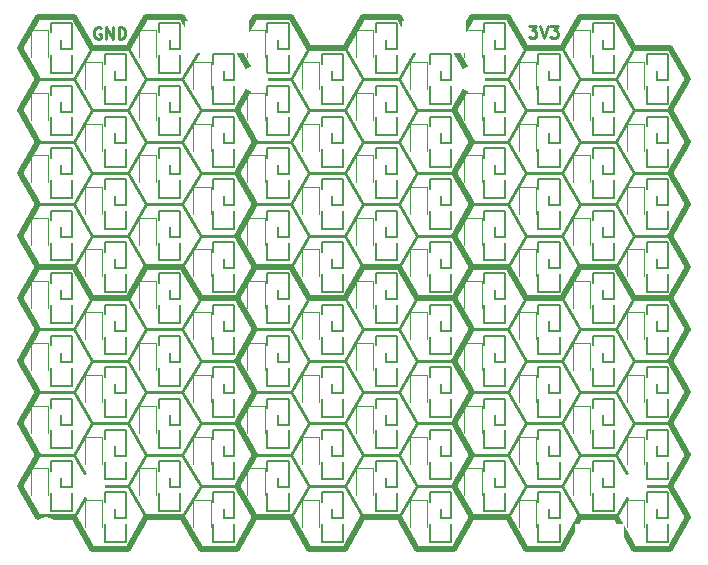
<source format=gbr>
G04 #@! TF.GenerationSoftware,KiCad,Pcbnew,(5.0.1)-3*
G04 #@! TF.CreationDate,2019-05-17T14:34:37+10:00*
G04 #@! TF.ProjectId,UVTV,555654562E6B696361645F7063620000,1*
G04 #@! TF.SameCoordinates,PX30291a0PY5aa5910*
G04 #@! TF.FileFunction,Legend,Top*
G04 #@! TF.FilePolarity,Positive*
%FSLAX46Y46*%
G04 Gerber Fmt 4.6, Leading zero omitted, Abs format (unit mm)*
G04 Created by KiCad (PCBNEW (5.0.1)-3) date 2019-05-17 2:34:38 PM*
%MOMM*%
%LPD*%
G01*
G04 APERTURE LIST*
%ADD10C,0.250000*%
%ADD11C,0.500000*%
%ADD12C,0.150000*%
%ADD13C,0.120000*%
%ADD14C,0.100000*%
%ADD15C,2.000000*%
%ADD16C,0.600000*%
%ADD17C,0.875000*%
%ADD18C,0.650000*%
%ADD19C,2.200000*%
%ADD20O,1.700000X1.700000*%
%ADD21R,1.700000X1.700000*%
G04 APERTURE END LIST*
D10*
X6338095Y44100000D02*
X6242857Y44147620D01*
X6100000Y44147620D01*
X5957142Y44100000D01*
X5861904Y44004762D01*
X5814285Y43909524D01*
X5766666Y43719048D01*
X5766666Y43576191D01*
X5814285Y43385715D01*
X5861904Y43290477D01*
X5957142Y43195239D01*
X6100000Y43147620D01*
X6195238Y43147620D01*
X6338095Y43195239D01*
X6385714Y43242858D01*
X6385714Y43576191D01*
X6195238Y43576191D01*
X6814285Y43147620D02*
X6814285Y44147620D01*
X7385714Y43147620D01*
X7385714Y44147620D01*
X7861904Y43147620D02*
X7861904Y44147620D01*
X8100000Y44147620D01*
X8242857Y44100000D01*
X8338095Y44004762D01*
X8385714Y43909524D01*
X8433333Y43719048D01*
X8433333Y43576191D01*
X8385714Y43385715D01*
X8338095Y43290477D01*
X8242857Y43195239D01*
X8100000Y43147620D01*
X7861904Y43147620D01*
X42611904Y44247620D02*
X43230952Y44247620D01*
X42897619Y43866667D01*
X43040476Y43866667D01*
X43135714Y43819048D01*
X43183333Y43771429D01*
X43230952Y43676191D01*
X43230952Y43438096D01*
X43183333Y43342858D01*
X43135714Y43295239D01*
X43040476Y43247620D01*
X42754761Y43247620D01*
X42659523Y43295239D01*
X42611904Y43342858D01*
X43516666Y44247620D02*
X43850000Y43247620D01*
X44183333Y44247620D01*
X44421428Y44247620D02*
X45040476Y44247620D01*
X44707142Y43866667D01*
X44850000Y43866667D01*
X44945238Y43819048D01*
X44992857Y43771429D01*
X45040476Y43676191D01*
X45040476Y43438096D01*
X44992857Y43342858D01*
X44945238Y43295239D01*
X44850000Y43247620D01*
X44564285Y43247620D01*
X44469047Y43295239D01*
X44421428Y43342858D01*
D11*
X54579215Y0D02*
X56109193Y2650000D01*
X51519259Y0D02*
X54579215Y0D01*
X49989281Y2650000D02*
X51519259Y0D01*
X56109193Y2650000D02*
X54579215Y5300000D01*
D10*
X51519259Y5300000D02*
X49989281Y2650000D01*
X54579215Y5300000D02*
X51519259Y5300000D01*
D11*
X46929324Y2650001D02*
X49989281Y2650001D01*
D10*
X46929324Y7950000D02*
X45399346Y5300000D01*
X49989281Y7950000D02*
X46929324Y7950000D01*
X51519259Y5300000D02*
X49989281Y7950000D01*
D11*
X45399346Y0D02*
X46929324Y2650000D01*
X42339389Y0D02*
X45399346Y0D01*
X40809411Y2650000D02*
X42339389Y0D01*
D10*
X42339389Y5300000D02*
X40809411Y2650000D01*
X45399346Y5300000D02*
X42339389Y5300000D01*
X46929324Y2650000D02*
X45399346Y5300000D01*
D11*
X37749455Y2650001D02*
X40809411Y2650001D01*
X36219477Y5300000D02*
X37749455Y2650001D01*
X37749455Y7950000D02*
X36219477Y5300000D01*
D10*
X40809411Y7950000D02*
X37749455Y7950000D01*
X42339389Y5300000D02*
X40809411Y7950000D01*
D11*
X56109193Y7950000D02*
X54579215Y10600000D01*
X54579215Y5300000D02*
X56109193Y7950000D01*
D10*
X51519259Y10600000D02*
X49989281Y7950000D01*
X54579215Y10600000D02*
X51519259Y10600000D01*
X46929324Y13250000D02*
X45399346Y10600000D01*
X49989281Y13250000D02*
X46929324Y13250000D01*
X51519259Y10600000D02*
X49989281Y13250000D01*
X42339389Y10600000D02*
X40809411Y7950000D01*
X45399346Y10600000D02*
X42339389Y10600000D01*
X46929324Y7950000D02*
X45399346Y10600000D01*
D11*
X36219477Y10600000D02*
X37749455Y7950000D01*
X37749455Y13250000D02*
X36219477Y10600000D01*
D10*
X40809411Y13250000D02*
X37749455Y13250000D01*
X42339389Y10600000D02*
X40809411Y13250000D01*
D11*
X56109193Y13250000D02*
X54579215Y15900000D01*
X54579215Y10600000D02*
X56109193Y13250000D01*
D10*
X51519259Y15900000D02*
X49989281Y13250000D01*
X54579215Y15900000D02*
X51519259Y15900000D01*
X46929324Y18550000D02*
X45399346Y15900000D01*
X49989281Y18550000D02*
X46929324Y18550000D01*
X51519259Y15900000D02*
X49989281Y18550000D01*
X42339389Y15900000D02*
X40809411Y13250000D01*
X45399346Y15900000D02*
X42339389Y15900000D01*
X46929324Y13250000D02*
X45399346Y15900000D01*
D11*
X36219477Y15900000D02*
X37749455Y13250000D01*
X37749455Y18550000D02*
X36219477Y15900000D01*
D10*
X40809411Y18550000D02*
X37749455Y18550000D01*
X42339389Y15900000D02*
X40809411Y18550000D01*
D11*
X56109193Y18550000D02*
X54579215Y21200000D01*
X54579215Y15900000D02*
X56109193Y18550000D01*
D10*
X51519259Y21200000D02*
X49989281Y18550000D01*
D11*
X54579215Y21200000D02*
X51519259Y21200000D01*
X46929324Y23850000D02*
X45399346Y21200000D01*
X49989281Y23850000D02*
X46929324Y23850000D01*
X51519259Y21200000D02*
X49989281Y23850000D01*
D10*
X42339389Y21200000D02*
X40809411Y18550000D01*
D11*
X45399346Y21200000D02*
X42339389Y21200000D01*
D10*
X46929324Y18550000D02*
X45399346Y21200000D01*
D11*
X36219477Y21200000D02*
X37749455Y18550000D01*
X37749455Y23850000D02*
X36219477Y21200000D01*
X40809411Y23850000D02*
X37749455Y23850000D01*
X42339389Y21200000D02*
X40809411Y23850000D01*
X36219477Y0D02*
X37749455Y2650000D01*
X33159520Y0D02*
X36219477Y0D01*
X31629542Y2650000D02*
X33159520Y0D01*
D10*
X33159520Y5300000D02*
X31629542Y2650000D01*
X36219477Y5300000D02*
X33159520Y5300000D01*
D11*
X28569586Y2650001D02*
X31629542Y2650001D01*
D10*
X28569586Y7950000D02*
X27039607Y5300000D01*
X31629542Y7950000D02*
X28569586Y7950000D01*
X33159520Y5300000D02*
X31629542Y7950000D01*
D11*
X27039607Y0D02*
X28569586Y2650000D01*
X23979651Y0D02*
X27039607Y0D01*
X22449673Y2650000D02*
X23979651Y0D01*
D10*
X23979651Y5300000D02*
X22449673Y2650000D01*
X27039607Y5300000D02*
X23979651Y5300000D01*
X28569586Y2650000D02*
X27039607Y5300000D01*
D11*
X19389716Y2650001D02*
X22449673Y2650001D01*
X17859738Y5300000D02*
X19389716Y2650001D01*
X19389716Y7950000D02*
X17859738Y5300000D01*
D10*
X22449673Y7950000D02*
X19389716Y7950000D01*
X23979651Y5300000D02*
X22449673Y7950000D01*
X33159520Y10600000D02*
X31629542Y7950000D01*
X36219477Y10600000D02*
X33159520Y10600000D01*
X28569586Y13250000D02*
X27039607Y10600000D01*
X31629542Y13250000D02*
X28569586Y13250000D01*
X33159520Y10600000D02*
X31629542Y13250000D01*
X23979651Y10600000D02*
X22449673Y7950000D01*
X27039607Y10600000D02*
X23979651Y10600000D01*
X28569586Y7950000D02*
X27039607Y10600000D01*
D11*
X17859738Y10600000D02*
X19389716Y7950000D01*
X19389716Y13250000D02*
X17859738Y10600000D01*
D10*
X22449673Y13250000D02*
X19389716Y13250000D01*
X23979651Y10600000D02*
X22449673Y13250000D01*
X33159520Y15900000D02*
X31629542Y13250000D01*
X36219477Y15900000D02*
X33159520Y15900000D01*
X28569586Y18550000D02*
X27039607Y15900000D01*
X31629542Y18550000D02*
X28569586Y18550000D01*
X33159520Y15900000D02*
X31629542Y18550000D01*
X23979651Y15900000D02*
X22449673Y13250000D01*
X27039607Y15900000D02*
X23979651Y15900000D01*
X28569586Y13250000D02*
X27039607Y15900000D01*
D11*
X17859738Y15900000D02*
X19389716Y13250000D01*
X19389716Y18550000D02*
X17859738Y15900000D01*
D10*
X22449673Y18550000D02*
X19389716Y18550000D01*
X23979651Y15900000D02*
X22449673Y18550000D01*
X33159520Y21200000D02*
X31629542Y18550000D01*
D11*
X36219477Y21200000D02*
X33159520Y21200000D01*
X28569586Y23850000D02*
X27039607Y21200000D01*
X31629542Y23850000D02*
X28569586Y23850000D01*
X33159520Y21200000D02*
X31629542Y23850000D01*
D10*
X23979651Y21200000D02*
X22449673Y18550000D01*
D11*
X27039607Y21200000D02*
X23979651Y21200000D01*
D10*
X28569586Y18550000D02*
X27039607Y21200000D01*
D11*
X17859738Y21200000D02*
X19389716Y18550000D01*
X19389716Y23850000D02*
X17859738Y21200000D01*
X22449673Y23850000D02*
X19389716Y23850000D01*
X23979651Y21200000D02*
X22449673Y23850000D01*
X17859738Y0D02*
X19389716Y2650000D01*
X14799782Y0D02*
X17859738Y0D01*
X13269803Y2650000D02*
X14799782Y0D01*
D10*
X14799782Y5300000D02*
X13269803Y2650000D01*
X17859738Y5300000D02*
X14799782Y5300000D01*
D11*
X10209847Y2650001D02*
X13269803Y2650001D01*
D10*
X10209847Y7950000D02*
X8679869Y5300000D01*
X13269803Y7950000D02*
X10209847Y7950000D01*
X14799782Y5300000D02*
X13269803Y7950000D01*
D11*
X8679869Y0D02*
X10209847Y2650000D01*
X5619912Y0D02*
X8679869Y0D01*
X4089934Y2650000D02*
X5619912Y0D01*
D10*
X5619912Y5300000D02*
X4089934Y2650000D01*
X8679869Y5300000D02*
X5619912Y5300000D01*
X10209847Y2650000D02*
X8679869Y5300000D01*
D11*
X1029978Y2650001D02*
X4089934Y2650001D01*
X-500000Y5300000D02*
X1029978Y2650001D01*
X1029978Y7950000D02*
X-500000Y5300000D01*
D10*
X4089934Y7950000D02*
X1029978Y7950000D01*
X5619912Y5300000D02*
X4089934Y7950000D01*
X14799782Y10600000D02*
X13269803Y7950000D01*
X17859738Y10600000D02*
X14799782Y10600000D01*
X10209847Y13250000D02*
X8679869Y10600000D01*
X13269803Y13250000D02*
X10209847Y13250000D01*
X14799782Y10600000D02*
X13269803Y13250000D01*
X5619912Y10600000D02*
X4089934Y7950000D01*
X8679869Y10600000D02*
X5619912Y10600000D01*
X10209847Y7950000D02*
X8679869Y10600000D01*
D11*
X-500000Y10600000D02*
X1029978Y7950000D01*
X1029978Y13250000D02*
X-500000Y10600000D01*
D10*
X4089934Y13250000D02*
X1029978Y13250000D01*
X5619912Y10600000D02*
X4089934Y13250000D01*
X14799782Y15900000D02*
X13269803Y13250000D01*
X17859738Y15900000D02*
X14799782Y15900000D01*
X10209847Y18550000D02*
X8679869Y15900000D01*
X13269803Y18550000D02*
X10209847Y18550000D01*
X14799782Y15900000D02*
X13269803Y18550000D01*
X5619912Y15900000D02*
X4089934Y13250000D01*
X8679869Y15900000D02*
X5619912Y15900000D01*
X10209847Y13250000D02*
X8679869Y15900000D01*
D11*
X-500000Y15900000D02*
X1029978Y13250000D01*
X1029978Y18550000D02*
X-500000Y15900000D01*
D10*
X4089934Y18550000D02*
X1029978Y18550000D01*
X5619912Y15900000D02*
X4089934Y18550000D01*
X14799782Y21200000D02*
X13269803Y18550000D01*
D11*
X17859738Y21200000D02*
X14799782Y21200000D01*
X10209847Y23850000D02*
X8679869Y21200000D01*
X13269803Y23850000D02*
X10209847Y23850000D01*
X14799782Y21200000D02*
X13269803Y23850000D01*
D10*
X5619912Y21200000D02*
X4089934Y18550000D01*
D11*
X8679869Y21200000D02*
X5619912Y21200000D01*
D10*
X10209847Y18550000D02*
X8679869Y21200000D01*
D11*
X-500000Y21200000D02*
X1029978Y18550000D01*
X1029978Y23850000D02*
X-500000Y21200000D01*
X4089934Y23850000D02*
X1029978Y23850000D01*
X5619912Y21200000D02*
X4089934Y23850000D01*
X56109193Y23850000D02*
X54579215Y26500000D01*
X54579215Y21200000D02*
X56109193Y23850000D01*
D10*
X51519259Y26500000D02*
X49989281Y23850000D01*
X54579215Y26500000D02*
X51519259Y26500000D01*
X46929324Y29150000D02*
X45399346Y26500000D01*
X49989281Y29150000D02*
X46929324Y29150000D01*
X51519259Y26500000D02*
X49989281Y29150000D01*
X42339389Y26500000D02*
X40809411Y23850000D01*
X45399346Y26500000D02*
X42339389Y26500000D01*
X46929324Y23850000D02*
X45399346Y26500000D01*
D11*
X36219477Y26500000D02*
X37749455Y23850000D01*
X37749455Y29150000D02*
X36219477Y26500000D01*
D10*
X40809411Y29150000D02*
X37749455Y29150000D01*
X42339389Y26500000D02*
X40809411Y29150000D01*
D11*
X56109193Y29150000D02*
X54579215Y31800000D01*
X54579215Y26500000D02*
X56109193Y29150000D01*
D10*
X51519259Y31800000D02*
X49989281Y29150000D01*
X54579215Y31800000D02*
X51519259Y31800000D01*
X46929324Y34450000D02*
X45399346Y31800000D01*
X49989281Y34450000D02*
X46929324Y34450000D01*
X51519259Y31800000D02*
X49989281Y34450000D01*
X42339389Y31800000D02*
X40809411Y29150000D01*
X45399346Y31800000D02*
X42339389Y31800000D01*
X46929324Y29150000D02*
X45399346Y31800000D01*
D11*
X36219477Y31800000D02*
X37749455Y29150000D01*
X37749455Y34450000D02*
X36219477Y31800000D01*
D10*
X40809411Y34450000D02*
X37749455Y34450000D01*
X42339389Y31800000D02*
X40809411Y34450000D01*
D11*
X56109193Y34450001D02*
X54579215Y37100001D01*
X54579215Y31800001D02*
X56109193Y34450001D01*
D10*
X51519259Y37100001D02*
X49989281Y34450001D01*
X54579215Y37100001D02*
X51519259Y37100001D01*
X46929324Y39750000D02*
X45399346Y37100001D01*
X49989281Y39750000D02*
X46929324Y39750000D01*
X51519259Y37100001D02*
X49989281Y39750000D01*
X42339389Y37100001D02*
X40809411Y34450001D01*
X45399346Y37100001D02*
X42339389Y37100001D01*
X46929324Y34450001D02*
X45399346Y37100001D01*
D11*
X36219477Y37100001D02*
X37749455Y34450001D01*
X37749455Y39750000D02*
X36219477Y37100001D01*
D10*
X40809411Y39750000D02*
X37749455Y39750000D01*
X42339389Y37100001D02*
X40809411Y39750000D01*
D11*
X56109193Y39750000D02*
X54579215Y42400000D01*
X54579215Y37100001D02*
X56109193Y39750000D01*
D10*
X51519259Y42400000D02*
X49989281Y39750000D01*
D11*
X54579215Y42400000D02*
X51519259Y42400000D01*
X46929324Y45050000D02*
X45399346Y42400000D01*
X49989281Y45050000D02*
X46929324Y45050000D01*
X51519259Y42400000D02*
X49989281Y45050000D01*
D10*
X42339389Y42400000D02*
X40809411Y39750000D01*
D11*
X45399346Y42400000D02*
X42339389Y42400000D01*
D10*
X46929324Y39750000D02*
X45399346Y42400000D01*
D11*
X36219477Y42400000D02*
X37749455Y39750000D01*
X37749455Y45050000D02*
X36219477Y42400000D01*
X40809411Y45050000D02*
X37749455Y45050000D01*
X42339389Y42400000D02*
X40809411Y45050000D01*
D10*
X33159520Y26500000D02*
X31629542Y23850000D01*
X36219477Y26500000D02*
X33159520Y26500000D01*
X28569586Y29150000D02*
X27039607Y26500000D01*
X31629542Y29150000D02*
X28569586Y29150000D01*
X33159520Y26500000D02*
X31629542Y29150000D01*
X23979651Y26500000D02*
X22449673Y23850000D01*
X27039607Y26500000D02*
X23979651Y26500000D01*
X28569586Y23850000D02*
X27039607Y26500000D01*
D11*
X17859738Y26500000D02*
X19389716Y23850000D01*
X19389716Y29150000D02*
X17859738Y26500000D01*
D10*
X22449673Y29150000D02*
X19389716Y29150000D01*
X23979651Y26500000D02*
X22449673Y29150000D01*
X33159520Y31800000D02*
X31629542Y29150000D01*
X36219477Y31800000D02*
X33159520Y31800000D01*
X28569586Y34450000D02*
X27039607Y31800000D01*
X31629542Y34450000D02*
X28569586Y34450000D01*
X33159520Y31800000D02*
X31629542Y34450000D01*
X23979651Y31800000D02*
X22449673Y29150000D01*
X27039607Y31800000D02*
X23979651Y31800000D01*
X28569586Y29150000D02*
X27039607Y31800000D01*
D11*
X17859738Y31800000D02*
X19389716Y29150000D01*
X19389716Y34450000D02*
X17859738Y31800000D01*
D10*
X22449673Y34450000D02*
X19389716Y34450000D01*
X23979651Y31800000D02*
X22449673Y34450000D01*
X33159520Y37100001D02*
X31629542Y34450001D01*
X36219477Y37100001D02*
X33159520Y37100001D01*
X28569586Y39750000D02*
X27039607Y37100001D01*
X31629542Y39750000D02*
X28569586Y39750000D01*
X33159520Y37100001D02*
X31629542Y39750000D01*
X23979651Y37100001D02*
X22449673Y34450001D01*
X27039607Y37100001D02*
X23979651Y37100001D01*
X28569586Y34450001D02*
X27039607Y37100001D01*
D11*
X17859738Y37100001D02*
X19389716Y34450001D01*
X19389716Y39750000D02*
X17859738Y37100001D01*
D10*
X22449673Y39750000D02*
X19389716Y39750000D01*
X23979651Y37100001D02*
X22449673Y39750000D01*
X33159520Y42400000D02*
X31629542Y39750000D01*
D11*
X36219477Y42400000D02*
X33159520Y42400000D01*
X28569586Y45050000D02*
X27039607Y42400000D01*
X31629542Y45050000D02*
X28569586Y45050000D01*
X33159520Y42400000D02*
X31629542Y45050000D01*
D10*
X23979651Y42400000D02*
X22449673Y39750000D01*
D11*
X27039607Y42400000D02*
X23979651Y42400000D01*
D10*
X28569586Y39750000D02*
X27039607Y42400000D01*
D11*
X17859738Y42400000D02*
X19389716Y39750000D01*
X19389716Y45050000D02*
X17859738Y42400000D01*
X22449673Y45050000D02*
X19389716Y45050000D01*
X23979651Y42400000D02*
X22449673Y45050000D01*
D10*
X14799782Y26500000D02*
X13269803Y23850000D01*
X17859738Y26500000D02*
X14799782Y26500000D01*
X10209847Y29150000D02*
X8679869Y26500000D01*
X13269803Y29150000D02*
X10209847Y29150000D01*
X14799782Y26500000D02*
X13269803Y29150000D01*
X5619912Y26500000D02*
X4089934Y23850000D01*
X8679869Y26500000D02*
X5619912Y26500000D01*
X10209847Y23850000D02*
X8679869Y26500000D01*
D11*
X-500000Y26500000D02*
X1029978Y23850000D01*
X1029978Y29150000D02*
X-500000Y26500000D01*
D10*
X4089934Y29150000D02*
X1029978Y29150000D01*
X5619912Y26500000D02*
X4089934Y29150000D01*
X14799782Y31800000D02*
X13269803Y29150000D01*
X17859738Y31800000D02*
X14799782Y31800000D01*
X10209847Y34450000D02*
X8679869Y31800000D01*
X13269803Y34450000D02*
X10209847Y34450000D01*
X14799782Y31800000D02*
X13269803Y34450000D01*
X5619912Y31800000D02*
X4089934Y29150000D01*
X8679869Y31800000D02*
X5619912Y31800000D01*
X10209847Y29150000D02*
X8679869Y31800000D01*
D11*
X-500000Y31800000D02*
X1029978Y29150000D01*
X1029978Y34450000D02*
X-500000Y31800000D01*
D10*
X4089934Y34450000D02*
X1029978Y34450000D01*
X5619912Y31800000D02*
X4089934Y34450000D01*
X14799782Y37100001D02*
X13269803Y34450001D01*
X17859738Y37100001D02*
X14799782Y37100001D01*
X10209847Y39750000D02*
X8679869Y37100001D01*
X13269803Y39750000D02*
X10209847Y39750000D01*
X14799782Y37100001D02*
X13269803Y39750000D01*
X5619912Y37100001D02*
X4089934Y34450001D01*
X8679869Y37100001D02*
X5619912Y37100001D01*
X10209847Y34450001D02*
X8679869Y37100001D01*
D11*
X-500000Y37100001D02*
X1029978Y34450001D01*
X1029978Y39750000D02*
X-500000Y37100001D01*
D10*
X4089934Y39750000D02*
X1029978Y39750000D01*
X5619912Y37100001D02*
X4089934Y39750000D01*
X14799782Y42400000D02*
X13269803Y39750000D01*
D11*
X17859738Y42400000D02*
X14799782Y42400000D01*
X10209847Y45050000D02*
X8679869Y42400000D01*
X13269803Y45050000D02*
X10209847Y45050000D01*
X14799782Y42400000D02*
X13269803Y45050000D01*
D10*
X5619912Y42400000D02*
X4089934Y39750000D01*
D11*
X8679869Y42400000D02*
X5619912Y42400000D01*
D10*
X10209847Y39750000D02*
X8679869Y42400000D01*
D11*
X-500000Y42400000D02*
X1029978Y39750000D01*
X1029978Y45050000D02*
X-500000Y42400000D01*
X4089934Y45050000D02*
X1029978Y45050000D01*
X5619912Y42400000D02*
X4089934Y45050000D01*
D12*
G04 #@! TO.C,RGB1B4*
X22259738Y39200001D02*
X20459738Y39200001D01*
X22259738Y39200001D02*
X22259738Y37000001D01*
X20459738Y39200001D02*
X20459738Y38400001D01*
X21359738Y37800001D02*
X21359738Y37000001D01*
X21359738Y37000001D02*
X22259738Y37000001D01*
D13*
G04 #@! TO.C,V1B4*
X5004934Y30635000D02*
X5004934Y28350000D01*
X6474934Y30635000D02*
X5004934Y30635000D01*
X6474934Y28350000D02*
X6474934Y30635000D01*
G04 #@! TO.C,V1A0*
X415000Y43885000D02*
X415000Y41600000D01*
X1885000Y43885000D02*
X415000Y43885000D01*
X1885000Y41600000D02*
X1885000Y43885000D01*
D12*
G04 #@! TO.C,RGB1A0*
X3900000Y44500000D02*
X2100000Y44500000D01*
X3900000Y44500000D02*
X3900000Y42300000D01*
X2100000Y44500000D02*
X2100000Y43700000D01*
X3000000Y43100000D02*
X3000000Y42300000D01*
X3000000Y42300000D02*
X3900000Y42300000D01*
G04 #@! TO.C,RGB1A1*
X8489934Y41850000D02*
X6689934Y41850000D01*
X8489934Y41850000D02*
X8489934Y39650000D01*
X6689934Y41850000D02*
X6689934Y41050000D01*
X7589934Y40450000D02*
X7589934Y39650000D01*
X7589934Y39650000D02*
X8489934Y39650000D01*
G04 #@! TO.C,RGB1A2*
X13079869Y44500000D02*
X11279869Y44500000D01*
X13079869Y44500000D02*
X13079869Y42300000D01*
X11279869Y44500000D02*
X11279869Y43700000D01*
X12179869Y43100000D02*
X12179869Y42300000D01*
X12179869Y42300000D02*
X13079869Y42300000D01*
G04 #@! TO.C,RGB1A3*
X17669803Y41850000D02*
X15869803Y41850000D01*
X17669803Y41850000D02*
X17669803Y39650000D01*
X15869803Y41850000D02*
X15869803Y41050000D01*
X16769803Y40450000D02*
X16769803Y39650000D01*
X16769803Y39650000D02*
X17669803Y39650000D01*
G04 #@! TO.C,RGB1A4*
X3900000Y39200001D02*
X2100000Y39200001D01*
X3900000Y39200001D02*
X3900000Y37000001D01*
X2100000Y39200001D02*
X2100000Y38400001D01*
X3000000Y37800001D02*
X3000000Y37000001D01*
X3000000Y37000001D02*
X3900000Y37000001D01*
G04 #@! TO.C,RGB1A5*
X8489934Y36550001D02*
X6689934Y36550001D01*
X8489934Y36550001D02*
X8489934Y34350001D01*
X6689934Y36550001D02*
X6689934Y35750001D01*
X7589934Y35150001D02*
X7589934Y34350001D01*
X7589934Y34350001D02*
X8489934Y34350001D01*
G04 #@! TO.C,RGB1A6*
X13079869Y39200001D02*
X11279869Y39200001D01*
X13079869Y39200001D02*
X13079869Y37000001D01*
X11279869Y39200001D02*
X11279869Y38400001D01*
X12179869Y37800001D02*
X12179869Y37000001D01*
X12179869Y37000001D02*
X13079869Y37000001D01*
G04 #@! TO.C,RGB1A7*
X17669803Y36550001D02*
X15869803Y36550001D01*
X17669803Y36550001D02*
X17669803Y34350001D01*
X15869803Y36550001D02*
X15869803Y35750001D01*
X16769803Y35150001D02*
X16769803Y34350001D01*
X16769803Y34350001D02*
X17669803Y34350001D01*
G04 #@! TO.C,RGB1A8*
X3900000Y33900000D02*
X2100000Y33900000D01*
X3900000Y33900000D02*
X3900000Y31700000D01*
X2100000Y33900000D02*
X2100000Y33100000D01*
X3000000Y32500000D02*
X3000000Y31700000D01*
X3000000Y31700000D02*
X3900000Y31700000D01*
G04 #@! TO.C,RGB1A9*
X8489934Y31250000D02*
X6689934Y31250000D01*
X8489934Y31250000D02*
X8489934Y29050000D01*
X6689934Y31250000D02*
X6689934Y30450000D01*
X7589934Y29850000D02*
X7589934Y29050000D01*
X7589934Y29050000D02*
X8489934Y29050000D01*
G04 #@! TO.C,RGB1A10*
X13079869Y33900000D02*
X11279869Y33900000D01*
X13079869Y33900000D02*
X13079869Y31700000D01*
X11279869Y33900000D02*
X11279869Y33100000D01*
X12179869Y32500000D02*
X12179869Y31700000D01*
X12179869Y31700000D02*
X13079869Y31700000D01*
G04 #@! TO.C,RGB1A11*
X17669803Y31250000D02*
X15869803Y31250000D01*
X17669803Y31250000D02*
X17669803Y29050000D01*
X15869803Y31250000D02*
X15869803Y30450000D01*
X16769803Y29850000D02*
X16769803Y29050000D01*
X16769803Y29050000D02*
X17669803Y29050000D01*
G04 #@! TO.C,RGB1A12*
X3900000Y28600000D02*
X2100000Y28600000D01*
X3900000Y28600000D02*
X3900000Y26400000D01*
X2100000Y28600000D02*
X2100000Y27800000D01*
X3000000Y27200000D02*
X3000000Y26400000D01*
X3000000Y26400000D02*
X3900000Y26400000D01*
G04 #@! TO.C,RGB1A13*
X8489934Y25950000D02*
X6689934Y25950000D01*
X8489934Y25950000D02*
X8489934Y23750000D01*
X6689934Y25950000D02*
X6689934Y25150000D01*
X7589934Y24550000D02*
X7589934Y23750000D01*
X7589934Y23750000D02*
X8489934Y23750000D01*
G04 #@! TO.C,RGB1A14*
X13079869Y28600000D02*
X11279869Y28600000D01*
X13079869Y28600000D02*
X13079869Y26400000D01*
X11279869Y28600000D02*
X11279869Y27800000D01*
X12179869Y27200000D02*
X12179869Y26400000D01*
X12179869Y26400000D02*
X13079869Y26400000D01*
G04 #@! TO.C,RGB1A15*
X17669803Y25950000D02*
X15869803Y25950000D01*
X17669803Y25950000D02*
X17669803Y23750000D01*
X15869803Y25950000D02*
X15869803Y25150000D01*
X16769803Y24550000D02*
X16769803Y23750000D01*
X16769803Y23750000D02*
X17669803Y23750000D01*
G04 #@! TO.C,RGB1B0*
X22259738Y44500000D02*
X20459738Y44500000D01*
X22259738Y44500000D02*
X22259738Y42300000D01*
X20459738Y44500000D02*
X20459738Y43700000D01*
X21359738Y43100000D02*
X21359738Y42300000D01*
X21359738Y42300000D02*
X22259738Y42300000D01*
G04 #@! TO.C,RGB1B1*
X26849673Y41850000D02*
X25049673Y41850000D01*
X26849673Y41850000D02*
X26849673Y39650000D01*
X25049673Y41850000D02*
X25049673Y41050000D01*
X25949673Y40450000D02*
X25949673Y39650000D01*
X25949673Y39650000D02*
X26849673Y39650000D01*
G04 #@! TO.C,RGB1B2*
X31439607Y44500000D02*
X29639607Y44500000D01*
X31439607Y44500000D02*
X31439607Y42300000D01*
X29639607Y44500000D02*
X29639607Y43700000D01*
X30539607Y43100000D02*
X30539607Y42300000D01*
X30539607Y42300000D02*
X31439607Y42300000D01*
G04 #@! TO.C,RGB1B3*
X36029542Y41850000D02*
X34229542Y41850000D01*
X36029542Y41850000D02*
X36029542Y39650000D01*
X34229542Y41850000D02*
X34229542Y41050000D01*
X35129542Y40450000D02*
X35129542Y39650000D01*
X35129542Y39650000D02*
X36029542Y39650000D01*
G04 #@! TO.C,RGB1B5*
X26849673Y36550001D02*
X25049673Y36550001D01*
X26849673Y36550001D02*
X26849673Y34350001D01*
X25049673Y36550001D02*
X25049673Y35750001D01*
X25949673Y35150001D02*
X25949673Y34350001D01*
X25949673Y34350001D02*
X26849673Y34350001D01*
G04 #@! TO.C,RGB1B6*
X31439607Y39200001D02*
X29639607Y39200001D01*
X31439607Y39200001D02*
X31439607Y37000001D01*
X29639607Y39200001D02*
X29639607Y38400001D01*
X30539607Y37800001D02*
X30539607Y37000001D01*
X30539607Y37000001D02*
X31439607Y37000001D01*
G04 #@! TO.C,RGB1B7*
X36029542Y36550001D02*
X34229542Y36550001D01*
X36029542Y36550001D02*
X36029542Y34350001D01*
X34229542Y36550001D02*
X34229542Y35750001D01*
X35129542Y35150001D02*
X35129542Y34350001D01*
X35129542Y34350001D02*
X36029542Y34350001D01*
G04 #@! TO.C,RGB1B8*
X22259738Y33900000D02*
X20459738Y33900000D01*
X22259738Y33900000D02*
X22259738Y31700000D01*
X20459738Y33900000D02*
X20459738Y33100000D01*
X21359738Y32500000D02*
X21359738Y31700000D01*
X21359738Y31700000D02*
X22259738Y31700000D01*
G04 #@! TO.C,RGB1B9*
X26849673Y31250000D02*
X25049673Y31250000D01*
X26849673Y31250000D02*
X26849673Y29050000D01*
X25049673Y31250000D02*
X25049673Y30450000D01*
X25949673Y29850000D02*
X25949673Y29050000D01*
X25949673Y29050000D02*
X26849673Y29050000D01*
G04 #@! TO.C,RGB1B10*
X31439607Y33900000D02*
X29639607Y33900000D01*
X31439607Y33900000D02*
X31439607Y31700000D01*
X29639607Y33900000D02*
X29639607Y33100000D01*
X30539607Y32500000D02*
X30539607Y31700000D01*
X30539607Y31700000D02*
X31439607Y31700000D01*
G04 #@! TO.C,RGB1B11*
X36029542Y31250000D02*
X34229542Y31250000D01*
X36029542Y31250000D02*
X36029542Y29050000D01*
X34229542Y31250000D02*
X34229542Y30450000D01*
X35129542Y29850000D02*
X35129542Y29050000D01*
X35129542Y29050000D02*
X36029542Y29050000D01*
G04 #@! TO.C,RGB1B12*
X22259738Y28600000D02*
X20459738Y28600000D01*
X22259738Y28600000D02*
X22259738Y26400000D01*
X20459738Y28600000D02*
X20459738Y27800000D01*
X21359738Y27200000D02*
X21359738Y26400000D01*
X21359738Y26400000D02*
X22259738Y26400000D01*
G04 #@! TO.C,RGB1B13*
X26849673Y25950000D02*
X25049673Y25950000D01*
X26849673Y25950000D02*
X26849673Y23750000D01*
X25049673Y25950000D02*
X25049673Y25150000D01*
X25949673Y24550000D02*
X25949673Y23750000D01*
X25949673Y23750000D02*
X26849673Y23750000D01*
G04 #@! TO.C,RGB1B14*
X31439607Y28600000D02*
X29639607Y28600000D01*
X31439607Y28600000D02*
X31439607Y26400000D01*
X29639607Y28600000D02*
X29639607Y27800000D01*
X30539607Y27200000D02*
X30539607Y26400000D01*
X30539607Y26400000D02*
X31439607Y26400000D01*
G04 #@! TO.C,RGB1B15*
X36029542Y25950000D02*
X34229542Y25950000D01*
X36029542Y25950000D02*
X36029542Y23750000D01*
X34229542Y25950000D02*
X34229542Y25150000D01*
X35129542Y24550000D02*
X35129542Y23750000D01*
X35129542Y23750000D02*
X36029542Y23750000D01*
G04 #@! TO.C,RGB1C0*
X40619477Y44500000D02*
X38819477Y44500000D01*
X40619477Y44500000D02*
X40619477Y42300000D01*
X38819477Y44500000D02*
X38819477Y43700000D01*
X39719477Y43100000D02*
X39719477Y42300000D01*
X39719477Y42300000D02*
X40619477Y42300000D01*
G04 #@! TO.C,RGB1C1*
X45209411Y41850000D02*
X43409411Y41850000D01*
X45209411Y41850000D02*
X45209411Y39650000D01*
X43409411Y41850000D02*
X43409411Y41050000D01*
X44309411Y40450000D02*
X44309411Y39650000D01*
X44309411Y39650000D02*
X45209411Y39650000D01*
G04 #@! TO.C,RGB1C2*
X49799346Y44500000D02*
X47999346Y44500000D01*
X49799346Y44500000D02*
X49799346Y42300000D01*
X47999346Y44500000D02*
X47999346Y43700000D01*
X48899346Y43100000D02*
X48899346Y42300000D01*
X48899346Y42300000D02*
X49799346Y42300000D01*
G04 #@! TO.C,RGB1C3*
X54389281Y41850000D02*
X52589281Y41850000D01*
X54389281Y41850000D02*
X54389281Y39650000D01*
X52589281Y41850000D02*
X52589281Y41050000D01*
X53489281Y40450000D02*
X53489281Y39650000D01*
X53489281Y39650000D02*
X54389281Y39650000D01*
G04 #@! TO.C,RGB1C4*
X40619477Y39200001D02*
X38819477Y39200001D01*
X40619477Y39200001D02*
X40619477Y37000001D01*
X38819477Y39200001D02*
X38819477Y38400001D01*
X39719477Y37800001D02*
X39719477Y37000001D01*
X39719477Y37000001D02*
X40619477Y37000001D01*
G04 #@! TO.C,RGB1C5*
X45209411Y36550001D02*
X43409411Y36550001D01*
X45209411Y36550001D02*
X45209411Y34350001D01*
X43409411Y36550001D02*
X43409411Y35750001D01*
X44309411Y35150001D02*
X44309411Y34350001D01*
X44309411Y34350001D02*
X45209411Y34350001D01*
G04 #@! TO.C,RGB1C6*
X49799346Y39200001D02*
X47999346Y39200001D01*
X49799346Y39200001D02*
X49799346Y37000001D01*
X47999346Y39200001D02*
X47999346Y38400001D01*
X48899346Y37800001D02*
X48899346Y37000001D01*
X48899346Y37000001D02*
X49799346Y37000001D01*
G04 #@! TO.C,RGB1C7*
X54389281Y36550001D02*
X52589281Y36550001D01*
X54389281Y36550001D02*
X54389281Y34350001D01*
X52589281Y36550001D02*
X52589281Y35750001D01*
X53489281Y35150001D02*
X53489281Y34350001D01*
X53489281Y34350001D02*
X54389281Y34350001D01*
G04 #@! TO.C,RGB1C8*
X40619477Y33900000D02*
X38819477Y33900000D01*
X40619477Y33900000D02*
X40619477Y31700000D01*
X38819477Y33900000D02*
X38819477Y33100000D01*
X39719477Y32500000D02*
X39719477Y31700000D01*
X39719477Y31700000D02*
X40619477Y31700000D01*
G04 #@! TO.C,RGB1C9*
X45209411Y31250000D02*
X43409411Y31250000D01*
X45209411Y31250000D02*
X45209411Y29050000D01*
X43409411Y31250000D02*
X43409411Y30450000D01*
X44309411Y29850000D02*
X44309411Y29050000D01*
X44309411Y29050000D02*
X45209411Y29050000D01*
G04 #@! TO.C,RGB1C10*
X49799346Y33900000D02*
X47999346Y33900000D01*
X49799346Y33900000D02*
X49799346Y31700000D01*
X47999346Y33900000D02*
X47999346Y33100000D01*
X48899346Y32500000D02*
X48899346Y31700000D01*
X48899346Y31700000D02*
X49799346Y31700000D01*
G04 #@! TO.C,RGB1C11*
X54389281Y31250000D02*
X52589281Y31250000D01*
X54389281Y31250000D02*
X54389281Y29050000D01*
X52589281Y31250000D02*
X52589281Y30450000D01*
X53489281Y29850000D02*
X53489281Y29050000D01*
X53489281Y29050000D02*
X54389281Y29050000D01*
G04 #@! TO.C,RGB1C12*
X40619477Y28600000D02*
X38819477Y28600000D01*
X40619477Y28600000D02*
X40619477Y26400000D01*
X38819477Y28600000D02*
X38819477Y27800000D01*
X39719477Y27200000D02*
X39719477Y26400000D01*
X39719477Y26400000D02*
X40619477Y26400000D01*
G04 #@! TO.C,RGB1C13*
X45209411Y25950000D02*
X43409411Y25950000D01*
X45209411Y25950000D02*
X45209411Y23750000D01*
X43409411Y25950000D02*
X43409411Y25150000D01*
X44309411Y24550000D02*
X44309411Y23750000D01*
X44309411Y23750000D02*
X45209411Y23750000D01*
G04 #@! TO.C,RGB1C14*
X49799346Y28600000D02*
X47999346Y28600000D01*
X49799346Y28600000D02*
X49799346Y26400000D01*
X47999346Y28600000D02*
X47999346Y27800000D01*
X48899346Y27200000D02*
X48899346Y26400000D01*
X48899346Y26400000D02*
X49799346Y26400000D01*
G04 #@! TO.C,RGB1C15*
X54389281Y25950000D02*
X52589281Y25950000D01*
X54389281Y25950000D02*
X54389281Y23750000D01*
X52589281Y25950000D02*
X52589281Y25150000D01*
X53489281Y24550000D02*
X53489281Y23750000D01*
X53489281Y23750000D02*
X54389281Y23750000D01*
G04 #@! TO.C,RGB2A0*
X3900000Y23300000D02*
X2100000Y23300000D01*
X3900000Y23300000D02*
X3900000Y21100000D01*
X2100000Y23300000D02*
X2100000Y22500000D01*
X3000000Y21900000D02*
X3000000Y21100000D01*
X3000000Y21100000D02*
X3900000Y21100000D01*
G04 #@! TO.C,RGB2A1*
X8489934Y20650000D02*
X6689934Y20650000D01*
X8489934Y20650000D02*
X8489934Y18450000D01*
X6689934Y20650000D02*
X6689934Y19850000D01*
X7589934Y19250000D02*
X7589934Y18450000D01*
X7589934Y18450000D02*
X8489934Y18450000D01*
G04 #@! TO.C,RGB2A2*
X13079869Y23300000D02*
X11279869Y23300000D01*
X13079869Y23300000D02*
X13079869Y21100000D01*
X11279869Y23300000D02*
X11279869Y22500000D01*
X12179869Y21900000D02*
X12179869Y21100000D01*
X12179869Y21100000D02*
X13079869Y21100000D01*
G04 #@! TO.C,RGB2A3*
X17669803Y20650000D02*
X15869803Y20650000D01*
X17669803Y20650000D02*
X17669803Y18450000D01*
X15869803Y20650000D02*
X15869803Y19850000D01*
X16769803Y19250000D02*
X16769803Y18450000D01*
X16769803Y18450000D02*
X17669803Y18450000D01*
G04 #@! TO.C,RGB2A4*
X3900000Y18000000D02*
X2100000Y18000000D01*
X3900000Y18000000D02*
X3900000Y15800000D01*
X2100000Y18000000D02*
X2100000Y17200000D01*
X3000000Y16600000D02*
X3000000Y15800000D01*
X3000000Y15800000D02*
X3900000Y15800000D01*
G04 #@! TO.C,RGB2A5*
X8489934Y15350000D02*
X6689934Y15350000D01*
X8489934Y15350000D02*
X8489934Y13150000D01*
X6689934Y15350000D02*
X6689934Y14550000D01*
X7589934Y13950000D02*
X7589934Y13150000D01*
X7589934Y13150000D02*
X8489934Y13150000D01*
G04 #@! TO.C,RGB2A6*
X13079869Y18000000D02*
X11279869Y18000000D01*
X13079869Y18000000D02*
X13079869Y15800000D01*
X11279869Y18000000D02*
X11279869Y17200000D01*
X12179869Y16600000D02*
X12179869Y15800000D01*
X12179869Y15800000D02*
X13079869Y15800000D01*
G04 #@! TO.C,RGB2A7*
X17669803Y15350000D02*
X15869803Y15350000D01*
X17669803Y15350000D02*
X17669803Y13150000D01*
X15869803Y15350000D02*
X15869803Y14550000D01*
X16769803Y13950000D02*
X16769803Y13150000D01*
X16769803Y13150000D02*
X17669803Y13150000D01*
G04 #@! TO.C,RGB2A8*
X3900000Y12700000D02*
X2100000Y12700000D01*
X3900000Y12700000D02*
X3900000Y10500000D01*
X2100000Y12700000D02*
X2100000Y11900000D01*
X3000000Y11300000D02*
X3000000Y10500000D01*
X3000000Y10500000D02*
X3900000Y10500000D01*
G04 #@! TO.C,RGB2A9*
X8489934Y10050000D02*
X6689934Y10050000D01*
X8489934Y10050000D02*
X8489934Y7850000D01*
X6689934Y10050000D02*
X6689934Y9250000D01*
X7589934Y8650000D02*
X7589934Y7850000D01*
X7589934Y7850000D02*
X8489934Y7850000D01*
G04 #@! TO.C,RGB2A10*
X13079869Y12700000D02*
X11279869Y12700000D01*
X13079869Y12700000D02*
X13079869Y10500000D01*
X11279869Y12700000D02*
X11279869Y11900000D01*
X12179869Y11300000D02*
X12179869Y10500000D01*
X12179869Y10500000D02*
X13079869Y10500000D01*
G04 #@! TO.C,RGB2A11*
X17669803Y10050000D02*
X15869803Y10050000D01*
X17669803Y10050000D02*
X17669803Y7850000D01*
X15869803Y10050000D02*
X15869803Y9250000D01*
X16769803Y8650000D02*
X16769803Y7850000D01*
X16769803Y7850000D02*
X17669803Y7850000D01*
G04 #@! TO.C,RGB2A12*
X3900000Y7400000D02*
X2100000Y7400000D01*
X3900000Y7400000D02*
X3900000Y5200000D01*
X2100000Y7400000D02*
X2100000Y6600000D01*
X3000000Y6000000D02*
X3000000Y5200000D01*
X3000000Y5200000D02*
X3900000Y5200000D01*
G04 #@! TO.C,RGB2A13*
X8489934Y4750000D02*
X6689934Y4750000D01*
X8489934Y4750000D02*
X8489934Y2550000D01*
X6689934Y4750000D02*
X6689934Y3950000D01*
X7589934Y3350000D02*
X7589934Y2550000D01*
X7589934Y2550000D02*
X8489934Y2550000D01*
G04 #@! TO.C,RGB2A14*
X13079869Y7400000D02*
X11279869Y7400000D01*
X13079869Y7400000D02*
X13079869Y5200000D01*
X11279869Y7400000D02*
X11279869Y6600000D01*
X12179869Y6000000D02*
X12179869Y5200000D01*
X12179869Y5200000D02*
X13079869Y5200000D01*
G04 #@! TO.C,RGB2A15*
X17669803Y4750000D02*
X15869803Y4750000D01*
X17669803Y4750000D02*
X17669803Y2550000D01*
X15869803Y4750000D02*
X15869803Y3950000D01*
X16769803Y3350000D02*
X16769803Y2550000D01*
X16769803Y2550000D02*
X17669803Y2550000D01*
G04 #@! TO.C,RGB2B0*
X22259738Y23300000D02*
X20459738Y23300000D01*
X22259738Y23300000D02*
X22259738Y21100000D01*
X20459738Y23300000D02*
X20459738Y22500000D01*
X21359738Y21900000D02*
X21359738Y21100000D01*
X21359738Y21100000D02*
X22259738Y21100000D01*
G04 #@! TO.C,RGB2B1*
X26849673Y20650000D02*
X25049673Y20650000D01*
X26849673Y20650000D02*
X26849673Y18450000D01*
X25049673Y20650000D02*
X25049673Y19850000D01*
X25949673Y19250000D02*
X25949673Y18450000D01*
X25949673Y18450000D02*
X26849673Y18450000D01*
G04 #@! TO.C,RGB2B2*
X31439607Y23300000D02*
X29639607Y23300000D01*
X31439607Y23300000D02*
X31439607Y21100000D01*
X29639607Y23300000D02*
X29639607Y22500000D01*
X30539607Y21900000D02*
X30539607Y21100000D01*
X30539607Y21100000D02*
X31439607Y21100000D01*
G04 #@! TO.C,RGB2B3*
X36029542Y20650000D02*
X34229542Y20650000D01*
X36029542Y20650000D02*
X36029542Y18450000D01*
X34229542Y20650000D02*
X34229542Y19850000D01*
X35129542Y19250000D02*
X35129542Y18450000D01*
X35129542Y18450000D02*
X36029542Y18450000D01*
G04 #@! TO.C,RGB2B4*
X22259738Y18000000D02*
X20459738Y18000000D01*
X22259738Y18000000D02*
X22259738Y15800000D01*
X20459738Y18000000D02*
X20459738Y17200000D01*
X21359738Y16600000D02*
X21359738Y15800000D01*
X21359738Y15800000D02*
X22259738Y15800000D01*
G04 #@! TO.C,RGB2B5*
X26849673Y15350000D02*
X25049673Y15350000D01*
X26849673Y15350000D02*
X26849673Y13150000D01*
X25049673Y15350000D02*
X25049673Y14550000D01*
X25949673Y13950000D02*
X25949673Y13150000D01*
X25949673Y13150000D02*
X26849673Y13150000D01*
G04 #@! TO.C,RGB2B6*
X31439607Y18000000D02*
X29639607Y18000000D01*
X31439607Y18000000D02*
X31439607Y15800000D01*
X29639607Y18000000D02*
X29639607Y17200000D01*
X30539607Y16600000D02*
X30539607Y15800000D01*
X30539607Y15800000D02*
X31439607Y15800000D01*
G04 #@! TO.C,RGB2B7*
X36029542Y15350000D02*
X34229542Y15350000D01*
X36029542Y15350000D02*
X36029542Y13150000D01*
X34229542Y15350000D02*
X34229542Y14550000D01*
X35129542Y13950000D02*
X35129542Y13150000D01*
X35129542Y13150000D02*
X36029542Y13150000D01*
G04 #@! TO.C,RGB2B8*
X22259738Y12700000D02*
X20459738Y12700000D01*
X22259738Y12700000D02*
X22259738Y10500000D01*
X20459738Y12700000D02*
X20459738Y11900000D01*
X21359738Y11300000D02*
X21359738Y10500000D01*
X21359738Y10500000D02*
X22259738Y10500000D01*
G04 #@! TO.C,RGB2B9*
X26849673Y10050000D02*
X25049673Y10050000D01*
X26849673Y10050000D02*
X26849673Y7850000D01*
X25049673Y10050000D02*
X25049673Y9250000D01*
X25949673Y8650000D02*
X25949673Y7850000D01*
X25949673Y7850000D02*
X26849673Y7850000D01*
G04 #@! TO.C,RGB2B10*
X31439607Y12700000D02*
X29639607Y12700000D01*
X31439607Y12700000D02*
X31439607Y10500000D01*
X29639607Y12700000D02*
X29639607Y11900000D01*
X30539607Y11300000D02*
X30539607Y10500000D01*
X30539607Y10500000D02*
X31439607Y10500000D01*
G04 #@! TO.C,RGB2B11*
X36029542Y10050000D02*
X34229542Y10050000D01*
X36029542Y10050000D02*
X36029542Y7850000D01*
X34229542Y10050000D02*
X34229542Y9250000D01*
X35129542Y8650000D02*
X35129542Y7850000D01*
X35129542Y7850000D02*
X36029542Y7850000D01*
G04 #@! TO.C,RGB2B12*
X22259738Y7400000D02*
X20459738Y7400000D01*
X22259738Y7400000D02*
X22259738Y5200000D01*
X20459738Y7400000D02*
X20459738Y6600000D01*
X21359738Y6000000D02*
X21359738Y5200000D01*
X21359738Y5200000D02*
X22259738Y5200000D01*
G04 #@! TO.C,RGB2B13*
X26849673Y4750000D02*
X25049673Y4750000D01*
X26849673Y4750000D02*
X26849673Y2550000D01*
X25049673Y4750000D02*
X25049673Y3950000D01*
X25949673Y3350000D02*
X25949673Y2550000D01*
X25949673Y2550000D02*
X26849673Y2550000D01*
G04 #@! TO.C,RGB2B14*
X31439607Y7400000D02*
X29639607Y7400000D01*
X31439607Y7400000D02*
X31439607Y5200000D01*
X29639607Y7400000D02*
X29639607Y6600000D01*
X30539607Y6000000D02*
X30539607Y5200000D01*
X30539607Y5200000D02*
X31439607Y5200000D01*
G04 #@! TO.C,RGB2B15*
X36029542Y4750000D02*
X34229542Y4750000D01*
X36029542Y4750000D02*
X36029542Y2550000D01*
X34229542Y4750000D02*
X34229542Y3950000D01*
X35129542Y3350000D02*
X35129542Y2550000D01*
X35129542Y2550000D02*
X36029542Y2550000D01*
G04 #@! TO.C,RGB2C0*
X40619477Y23300000D02*
X38819477Y23300000D01*
X40619477Y23300000D02*
X40619477Y21100000D01*
X38819477Y23300000D02*
X38819477Y22500000D01*
X39719477Y21900000D02*
X39719477Y21100000D01*
X39719477Y21100000D02*
X40619477Y21100000D01*
G04 #@! TO.C,RGB2C1*
X45209411Y20650000D02*
X43409411Y20650000D01*
X45209411Y20650000D02*
X45209411Y18450000D01*
X43409411Y20650000D02*
X43409411Y19850000D01*
X44309411Y19250000D02*
X44309411Y18450000D01*
X44309411Y18450000D02*
X45209411Y18450000D01*
G04 #@! TO.C,RGB2C2*
X49799346Y23300000D02*
X47999346Y23300000D01*
X49799346Y23300000D02*
X49799346Y21100000D01*
X47999346Y23300000D02*
X47999346Y22500000D01*
X48899346Y21900000D02*
X48899346Y21100000D01*
X48899346Y21100000D02*
X49799346Y21100000D01*
G04 #@! TO.C,RGB2C3*
X54389281Y20650000D02*
X52589281Y20650000D01*
X54389281Y20650000D02*
X54389281Y18450000D01*
X52589281Y20650000D02*
X52589281Y19850000D01*
X53489281Y19250000D02*
X53489281Y18450000D01*
X53489281Y18450000D02*
X54389281Y18450000D01*
G04 #@! TO.C,RGB2C4*
X40619477Y18000000D02*
X38819477Y18000000D01*
X40619477Y18000000D02*
X40619477Y15800000D01*
X38819477Y18000000D02*
X38819477Y17200000D01*
X39719477Y16600000D02*
X39719477Y15800000D01*
X39719477Y15800000D02*
X40619477Y15800000D01*
G04 #@! TO.C,RGB2C5*
X45209411Y15350000D02*
X43409411Y15350000D01*
X45209411Y15350000D02*
X45209411Y13150000D01*
X43409411Y15350000D02*
X43409411Y14550000D01*
X44309411Y13950000D02*
X44309411Y13150000D01*
X44309411Y13150000D02*
X45209411Y13150000D01*
G04 #@! TO.C,RGB2C6*
X49799346Y18000000D02*
X47999346Y18000000D01*
X49799346Y18000000D02*
X49799346Y15800000D01*
X47999346Y18000000D02*
X47999346Y17200000D01*
X48899346Y16600000D02*
X48899346Y15800000D01*
X48899346Y15800000D02*
X49799346Y15800000D01*
G04 #@! TO.C,RGB2C7*
X54389281Y15350000D02*
X52589281Y15350000D01*
X54389281Y15350000D02*
X54389281Y13150000D01*
X52589281Y15350000D02*
X52589281Y14550000D01*
X53489281Y13950000D02*
X53489281Y13150000D01*
X53489281Y13150000D02*
X54389281Y13150000D01*
G04 #@! TO.C,RGB2C8*
X40619477Y12700000D02*
X38819477Y12700000D01*
X40619477Y12700000D02*
X40619477Y10500000D01*
X38819477Y12700000D02*
X38819477Y11900000D01*
X39719477Y11300000D02*
X39719477Y10500000D01*
X39719477Y10500000D02*
X40619477Y10500000D01*
G04 #@! TO.C,RGB2C9*
X45209411Y10050000D02*
X43409411Y10050000D01*
X45209411Y10050000D02*
X45209411Y7850000D01*
X43409411Y10050000D02*
X43409411Y9250000D01*
X44309411Y8650000D02*
X44309411Y7850000D01*
X44309411Y7850000D02*
X45209411Y7850000D01*
G04 #@! TO.C,RGB2C10*
X49799346Y12700000D02*
X47999346Y12700000D01*
X49799346Y12700000D02*
X49799346Y10500000D01*
X47999346Y12700000D02*
X47999346Y11900000D01*
X48899346Y11300000D02*
X48899346Y10500000D01*
X48899346Y10500000D02*
X49799346Y10500000D01*
G04 #@! TO.C,RGB2C11*
X54389281Y10050000D02*
X52589281Y10050000D01*
X54389281Y10050000D02*
X54389281Y7850000D01*
X52589281Y10050000D02*
X52589281Y9250000D01*
X53489281Y8650000D02*
X53489281Y7850000D01*
X53489281Y7850000D02*
X54389281Y7850000D01*
G04 #@! TO.C,RGB2C12*
X40619477Y7400000D02*
X38819477Y7400000D01*
X40619477Y7400000D02*
X40619477Y5200000D01*
X38819477Y7400000D02*
X38819477Y6600000D01*
X39719477Y6000000D02*
X39719477Y5200000D01*
X39719477Y5200000D02*
X40619477Y5200000D01*
G04 #@! TO.C,RGB2C13*
X45209411Y4750000D02*
X43409411Y4750000D01*
X45209411Y4750000D02*
X45209411Y2550000D01*
X43409411Y4750000D02*
X43409411Y3950000D01*
X44309411Y3350000D02*
X44309411Y2550000D01*
X44309411Y2550000D02*
X45209411Y2550000D01*
G04 #@! TO.C,RGB2C14*
X49799346Y7400000D02*
X47999346Y7400000D01*
X49799346Y7400000D02*
X49799346Y5200000D01*
X47999346Y7400000D02*
X47999346Y6600000D01*
X48899346Y6000000D02*
X48899346Y5200000D01*
X48899346Y5200000D02*
X49799346Y5200000D01*
G04 #@! TO.C,RGB2C15*
X54389281Y4750000D02*
X52589281Y4750000D01*
X54389281Y4750000D02*
X54389281Y2550000D01*
X52589281Y4750000D02*
X52589281Y3950000D01*
X53489281Y3350000D02*
X53489281Y2550000D01*
X53489281Y2550000D02*
X54389281Y2550000D01*
G04 #@! TO.C,UV1A0*
X3900000Y41800000D02*
X3900000Y40300000D01*
X3900000Y40300000D02*
X2100000Y40300000D01*
X2100000Y40300000D02*
X2100000Y41800000D01*
G04 #@! TO.C,UV1A1*
X13079869Y41800000D02*
X13079869Y40300000D01*
X13079869Y40300000D02*
X11279869Y40300000D01*
X11279869Y40300000D02*
X11279869Y41800000D01*
G04 #@! TO.C,UV1A2*
X17669803Y39150000D02*
X17669803Y37650000D01*
X17669803Y37650000D02*
X15869803Y37650000D01*
X15869803Y37650000D02*
X15869803Y39150000D01*
G04 #@! TO.C,UV1A3*
X26849673Y39150000D02*
X26849673Y37650000D01*
X26849673Y37650000D02*
X25049673Y37650000D01*
X25049673Y37650000D02*
X25049673Y39150000D01*
G04 #@! TO.C,UV1A4*
X3900000Y36500000D02*
X3900000Y35000000D01*
X3900000Y35000000D02*
X2100000Y35000000D01*
X2100000Y35000000D02*
X2100000Y36500000D01*
G04 #@! TO.C,UV1A5*
X13079869Y36500000D02*
X13079869Y35000000D01*
X13079869Y35000000D02*
X11279869Y35000000D01*
X11279869Y35000000D02*
X11279869Y36500000D01*
G04 #@! TO.C,UV1A6*
X17669803Y33850000D02*
X17669803Y32350000D01*
X17669803Y32350000D02*
X15869803Y32350000D01*
X15869803Y32350000D02*
X15869803Y33850000D01*
G04 #@! TO.C,UV1A7*
X26849673Y33850000D02*
X26849673Y32350000D01*
X26849673Y32350000D02*
X25049673Y32350000D01*
X25049673Y32350000D02*
X25049673Y33850000D01*
G04 #@! TO.C,UV1A8*
X3900000Y31200000D02*
X3900000Y29700000D01*
X3900000Y29700000D02*
X2100000Y29700000D01*
X2100000Y29700000D02*
X2100000Y31200000D01*
G04 #@! TO.C,UV1A9*
X13079869Y31200000D02*
X13079869Y29700000D01*
X13079869Y29700000D02*
X11279869Y29700000D01*
X11279869Y29700000D02*
X11279869Y31200000D01*
G04 #@! TO.C,UV1A10*
X17669803Y28550001D02*
X17669803Y27050001D01*
X17669803Y27050001D02*
X15869803Y27050001D01*
X15869803Y27050001D02*
X15869803Y28550001D01*
G04 #@! TO.C,UV1A11*
X26849673Y28550001D02*
X26849673Y27050001D01*
X26849673Y27050001D02*
X25049673Y27050001D01*
X25049673Y27050001D02*
X25049673Y28550001D01*
G04 #@! TO.C,UV1A12*
X3900000Y25900000D02*
X3900000Y24400000D01*
X3900000Y24400000D02*
X2100000Y24400000D01*
X2100000Y24400000D02*
X2100000Y25900000D01*
G04 #@! TO.C,UV1A13*
X13079869Y25900000D02*
X13079869Y24400000D01*
X13079869Y24400000D02*
X11279869Y24400000D01*
X11279869Y24400000D02*
X11279869Y25900000D01*
G04 #@! TO.C,UV1A14*
X17669803Y23250000D02*
X17669803Y21750000D01*
X17669803Y21750000D02*
X15869803Y21750000D01*
X15869803Y21750000D02*
X15869803Y23250000D01*
G04 #@! TO.C,UV1A15*
X26849673Y23250000D02*
X26849673Y21750000D01*
X26849673Y21750000D02*
X25049673Y21750000D01*
X25049673Y21750000D02*
X25049673Y23250000D01*
G04 #@! TO.C,UV1B0*
X8489934Y39150000D02*
X8489934Y37650000D01*
X8489934Y37650000D02*
X6689934Y37650000D01*
X6689934Y37650000D02*
X6689934Y39150000D01*
G04 #@! TO.C,UV1B1*
X22259738Y41800000D02*
X22259738Y40300000D01*
X22259738Y40300000D02*
X20459738Y40300000D01*
X20459738Y40300000D02*
X20459738Y41800000D01*
G04 #@! TO.C,UV1B2*
X8489934Y33850000D02*
X8489934Y32350000D01*
X8489934Y32350000D02*
X6689934Y32350000D01*
X6689934Y32350000D02*
X6689934Y33850000D01*
G04 #@! TO.C,UV1B3*
X22259738Y36500000D02*
X22259738Y35000000D01*
X22259738Y35000000D02*
X20459738Y35000000D01*
X20459738Y35000000D02*
X20459738Y36500000D01*
G04 #@! TO.C,UV1B4*
X8489934Y28550001D02*
X8489934Y27050001D01*
X8489934Y27050001D02*
X6689934Y27050001D01*
X6689934Y27050001D02*
X6689934Y28550001D01*
G04 #@! TO.C,UV1B5*
X22259738Y31200000D02*
X22259738Y29700000D01*
X22259738Y29700000D02*
X20459738Y29700000D01*
X20459738Y29700000D02*
X20459738Y31200000D01*
G04 #@! TO.C,UV1B6*
X8489934Y23250000D02*
X8489934Y21750000D01*
X8489934Y21750000D02*
X6689934Y21750000D01*
X6689934Y21750000D02*
X6689934Y23250000D01*
G04 #@! TO.C,UV1B7*
X22259738Y25900000D02*
X22259738Y24400000D01*
X22259738Y24400000D02*
X20459738Y24400000D01*
X20459738Y24400000D02*
X20459738Y25900000D01*
G04 #@! TO.C,UV1B8*
X36029542Y39150000D02*
X36029542Y37650000D01*
X36029542Y37650000D02*
X34229542Y37650000D01*
X34229542Y37650000D02*
X34229542Y39150000D01*
G04 #@! TO.C,UV1B9*
X49799346Y41800000D02*
X49799346Y40300000D01*
X49799346Y40300000D02*
X47999346Y40300000D01*
X47999346Y40300000D02*
X47999346Y41800000D01*
G04 #@! TO.C,UV1B10*
X36029542Y33850000D02*
X36029542Y32350000D01*
X36029542Y32350000D02*
X34229542Y32350000D01*
X34229542Y32350000D02*
X34229542Y33850000D01*
G04 #@! TO.C,UV1B11*
X49799346Y36500000D02*
X49799346Y35000000D01*
X49799346Y35000000D02*
X47999346Y35000000D01*
X47999346Y35000000D02*
X47999346Y36500000D01*
G04 #@! TO.C,UV1B12*
X36029542Y28550001D02*
X36029542Y27050001D01*
X36029542Y27050001D02*
X34229542Y27050001D01*
X34229542Y27050001D02*
X34229542Y28550001D01*
G04 #@! TO.C,UV1B13*
X49799346Y31200000D02*
X49799346Y29700000D01*
X49799346Y29700000D02*
X47999346Y29700000D01*
X47999346Y29700000D02*
X47999346Y31200000D01*
G04 #@! TO.C,UV1B14*
X36029542Y23250000D02*
X36029542Y21750000D01*
X36029542Y21750000D02*
X34229542Y21750000D01*
X34229542Y21750000D02*
X34229542Y23250000D01*
G04 #@! TO.C,UV1B15*
X49799346Y25900000D02*
X49799346Y24400000D01*
X49799346Y24400000D02*
X47999346Y24400000D01*
X47999346Y24400000D02*
X47999346Y25900000D01*
G04 #@! TO.C,UV1C0*
X31439607Y41800000D02*
X31439607Y40300000D01*
X31439607Y40300000D02*
X29639607Y40300000D01*
X29639607Y40300000D02*
X29639607Y41800000D01*
G04 #@! TO.C,UV1C1*
X40619477Y41800000D02*
X40619477Y40300000D01*
X40619477Y40300000D02*
X38819477Y40300000D01*
X38819477Y40300000D02*
X38819477Y41800000D01*
G04 #@! TO.C,UV1C2*
X45209411Y39150000D02*
X45209411Y37650000D01*
X45209411Y37650000D02*
X43409411Y37650000D01*
X43409411Y37650000D02*
X43409411Y39150000D01*
G04 #@! TO.C,UV1C3*
X54389281Y39150000D02*
X54389281Y37650000D01*
X54389281Y37650000D02*
X52589281Y37650000D01*
X52589281Y37650000D02*
X52589281Y39150000D01*
G04 #@! TO.C,UV1C4*
X31439607Y36500000D02*
X31439607Y35000000D01*
X31439607Y35000000D02*
X29639607Y35000000D01*
X29639607Y35000000D02*
X29639607Y36500000D01*
G04 #@! TO.C,UV1C5*
X40619477Y36500000D02*
X40619477Y35000000D01*
X40619477Y35000000D02*
X38819477Y35000000D01*
X38819477Y35000000D02*
X38819477Y36500000D01*
G04 #@! TO.C,UV1C6*
X45209411Y33850000D02*
X45209411Y32350000D01*
X45209411Y32350000D02*
X43409411Y32350000D01*
X43409411Y32350000D02*
X43409411Y33850000D01*
G04 #@! TO.C,UV1C7*
X54389281Y33850000D02*
X54389281Y32350000D01*
X54389281Y32350000D02*
X52589281Y32350000D01*
X52589281Y32350000D02*
X52589281Y33850000D01*
G04 #@! TO.C,UV1C8*
X31439607Y31200000D02*
X31439607Y29700000D01*
X31439607Y29700000D02*
X29639607Y29700000D01*
X29639607Y29700000D02*
X29639607Y31200000D01*
G04 #@! TO.C,UV1C9*
X40619477Y31200000D02*
X40619477Y29700000D01*
X40619477Y29700000D02*
X38819477Y29700000D01*
X38819477Y29700000D02*
X38819477Y31200000D01*
G04 #@! TO.C,UV1C10*
X45209411Y28550001D02*
X45209411Y27050001D01*
X45209411Y27050001D02*
X43409411Y27050001D01*
X43409411Y27050001D02*
X43409411Y28550001D01*
G04 #@! TO.C,UV1C11*
X54389281Y28550001D02*
X54389281Y27050001D01*
X54389281Y27050001D02*
X52589281Y27050001D01*
X52589281Y27050001D02*
X52589281Y28550001D01*
G04 #@! TO.C,UV1C12*
X31439607Y25900000D02*
X31439607Y24400000D01*
X31439607Y24400000D02*
X29639607Y24400000D01*
X29639607Y24400000D02*
X29639607Y25900000D01*
G04 #@! TO.C,UV1C13*
X40619477Y25900000D02*
X40619477Y24400000D01*
X40619477Y24400000D02*
X38819477Y24400000D01*
X38819477Y24400000D02*
X38819477Y25900000D01*
G04 #@! TO.C,UV1C14*
X45209411Y23250000D02*
X45209411Y21750000D01*
X45209411Y21750000D02*
X43409411Y21750000D01*
X43409411Y21750000D02*
X43409411Y23250000D01*
G04 #@! TO.C,UV1C15*
X54389281Y23250000D02*
X54389281Y21750000D01*
X54389281Y21750000D02*
X52589281Y21750000D01*
X52589281Y21750000D02*
X52589281Y23250000D01*
G04 #@! TO.C,UV2A0*
X3900000Y20600000D02*
X3900000Y19100000D01*
X3900000Y19100000D02*
X2100000Y19100000D01*
X2100000Y19100000D02*
X2100000Y20600000D01*
G04 #@! TO.C,UV2A1*
X13079869Y20600000D02*
X13079869Y19100000D01*
X13079869Y19100000D02*
X11279869Y19100000D01*
X11279869Y19100000D02*
X11279869Y20600000D01*
G04 #@! TO.C,UV2A2*
X17669803Y17950000D02*
X17669803Y16450000D01*
X17669803Y16450000D02*
X15869803Y16450000D01*
X15869803Y16450000D02*
X15869803Y17950000D01*
G04 #@! TO.C,UV2A3*
X26849673Y17950000D02*
X26849673Y16450000D01*
X26849673Y16450000D02*
X25049673Y16450000D01*
X25049673Y16450000D02*
X25049673Y17950000D01*
G04 #@! TO.C,UV2A4*
X3900000Y15300000D02*
X3900000Y13800000D01*
X3900000Y13800000D02*
X2100000Y13800000D01*
X2100000Y13800000D02*
X2100000Y15300000D01*
G04 #@! TO.C,UV2A5*
X13079869Y15300000D02*
X13079869Y13800000D01*
X13079869Y13800000D02*
X11279869Y13800000D01*
X11279869Y13800000D02*
X11279869Y15300000D01*
G04 #@! TO.C,UV2A6*
X17669803Y12650000D02*
X17669803Y11150000D01*
X17669803Y11150000D02*
X15869803Y11150000D01*
X15869803Y11150000D02*
X15869803Y12650000D01*
G04 #@! TO.C,UV2A7*
X26849673Y12650000D02*
X26849673Y11150000D01*
X26849673Y11150000D02*
X25049673Y11150000D01*
X25049673Y11150000D02*
X25049673Y12650000D01*
G04 #@! TO.C,UV2A8*
X3900000Y10000001D02*
X3900000Y8500001D01*
X3900000Y8500001D02*
X2100000Y8500001D01*
X2100000Y8500001D02*
X2100000Y10000001D01*
G04 #@! TO.C,UV2A9*
X13079869Y10000001D02*
X13079869Y8500001D01*
X13079869Y8500001D02*
X11279869Y8500001D01*
X11279869Y8500001D02*
X11279869Y10000001D01*
G04 #@! TO.C,UV2A10*
X17669803Y7350000D02*
X17669803Y5850000D01*
X17669803Y5850000D02*
X15869803Y5850000D01*
X15869803Y5850000D02*
X15869803Y7350000D01*
G04 #@! TO.C,UV2A11*
X26849673Y7350000D02*
X26849673Y5850000D01*
X26849673Y5850000D02*
X25049673Y5850000D01*
X25049673Y5850000D02*
X25049673Y7350000D01*
G04 #@! TO.C,UV2A12*
X3900000Y4700001D02*
X3900000Y3200001D01*
X3900000Y3200001D02*
X2100000Y3200001D01*
X2100000Y3200001D02*
X2100000Y4700001D01*
G04 #@! TO.C,UV2A13*
X13079869Y4700001D02*
X13079869Y3200001D01*
X13079869Y3200001D02*
X11279869Y3200001D01*
X11279869Y3200001D02*
X11279869Y4700001D01*
G04 #@! TO.C,UV2A14*
X17669803Y2050000D02*
X17669803Y550000D01*
X17669803Y550000D02*
X15869803Y550000D01*
X15869803Y550000D02*
X15869803Y2050000D01*
G04 #@! TO.C,UV2A15*
X26849673Y2050000D02*
X26849673Y550000D01*
X26849673Y550000D02*
X25049673Y550000D01*
X25049673Y550000D02*
X25049673Y2050000D01*
G04 #@! TO.C,UV2B0*
X8489934Y17950000D02*
X8489934Y16450000D01*
X8489934Y16450000D02*
X6689934Y16450000D01*
X6689934Y16450000D02*
X6689934Y17950000D01*
G04 #@! TO.C,UV2B1*
X22259738Y20600000D02*
X22259738Y19100000D01*
X22259738Y19100000D02*
X20459738Y19100000D01*
X20459738Y19100000D02*
X20459738Y20600000D01*
G04 #@! TO.C,UV2B2*
X8489934Y12650000D02*
X8489934Y11150000D01*
X8489934Y11150000D02*
X6689934Y11150000D01*
X6689934Y11150000D02*
X6689934Y12650000D01*
G04 #@! TO.C,UV2B3*
X22259738Y15300000D02*
X22259738Y13800000D01*
X22259738Y13800000D02*
X20459738Y13800000D01*
X20459738Y13800000D02*
X20459738Y15300000D01*
G04 #@! TO.C,UV2B4*
X8489934Y7350000D02*
X8489934Y5850000D01*
X8489934Y5850000D02*
X6689934Y5850000D01*
X6689934Y5850000D02*
X6689934Y7350000D01*
G04 #@! TO.C,UV2B5*
X22259738Y10000001D02*
X22259738Y8500001D01*
X22259738Y8500001D02*
X20459738Y8500001D01*
X20459738Y8500001D02*
X20459738Y10000001D01*
G04 #@! TO.C,UV2B6*
X8489934Y2050000D02*
X8489934Y550000D01*
X8489934Y550000D02*
X6689934Y550000D01*
X6689934Y550000D02*
X6689934Y2050000D01*
G04 #@! TO.C,UV2B7*
X22259738Y4700001D02*
X22259738Y3200001D01*
X22259738Y3200001D02*
X20459738Y3200001D01*
X20459738Y3200001D02*
X20459738Y4700001D01*
G04 #@! TO.C,UV2B8*
X36029542Y17950000D02*
X36029542Y16450000D01*
X36029542Y16450000D02*
X34229542Y16450000D01*
X34229542Y16450000D02*
X34229542Y17950000D01*
G04 #@! TO.C,UV2B9*
X49799346Y20600000D02*
X49799346Y19100000D01*
X49799346Y19100000D02*
X47999346Y19100000D01*
X47999346Y19100000D02*
X47999346Y20600000D01*
G04 #@! TO.C,UV2B10*
X36029542Y12650000D02*
X36029542Y11150000D01*
X36029542Y11150000D02*
X34229542Y11150000D01*
X34229542Y11150000D02*
X34229542Y12650000D01*
G04 #@! TO.C,UV2B11*
X49799346Y15300000D02*
X49799346Y13800000D01*
X49799346Y13800000D02*
X47999346Y13800000D01*
X47999346Y13800000D02*
X47999346Y15300000D01*
G04 #@! TO.C,UV2B12*
X36029542Y7350000D02*
X36029542Y5850000D01*
X36029542Y5850000D02*
X34229542Y5850000D01*
X34229542Y5850000D02*
X34229542Y7350000D01*
G04 #@! TO.C,UV2B13*
X49799346Y10000001D02*
X49799346Y8500001D01*
X49799346Y8500001D02*
X47999346Y8500001D01*
X47999346Y8500001D02*
X47999346Y10000001D01*
G04 #@! TO.C,UV2B14*
X36029542Y2050000D02*
X36029542Y550000D01*
X36029542Y550000D02*
X34229542Y550000D01*
X34229542Y550000D02*
X34229542Y2050000D01*
G04 #@! TO.C,UV2B15*
X49799346Y4700001D02*
X49799346Y3200001D01*
X49799346Y3200001D02*
X47999346Y3200001D01*
X47999346Y3200001D02*
X47999346Y4700001D01*
G04 #@! TO.C,UV2C0*
X31439607Y20600000D02*
X31439607Y19100000D01*
X31439607Y19100000D02*
X29639607Y19100000D01*
X29639607Y19100000D02*
X29639607Y20600000D01*
G04 #@! TO.C,UV2C1*
X40619477Y20600000D02*
X40619477Y19100000D01*
X40619477Y19100000D02*
X38819477Y19100000D01*
X38819477Y19100000D02*
X38819477Y20600000D01*
G04 #@! TO.C,UV2C2*
X45209411Y17950000D02*
X45209411Y16450000D01*
X45209411Y16450000D02*
X43409411Y16450000D01*
X43409411Y16450000D02*
X43409411Y17950000D01*
G04 #@! TO.C,UV2C3*
X54389281Y17950000D02*
X54389281Y16450000D01*
X54389281Y16450000D02*
X52589281Y16450000D01*
X52589281Y16450000D02*
X52589281Y17950000D01*
G04 #@! TO.C,UV2C4*
X31439607Y15300000D02*
X31439607Y13800000D01*
X31439607Y13800000D02*
X29639607Y13800000D01*
X29639607Y13800000D02*
X29639607Y15300000D01*
G04 #@! TO.C,UV2C5*
X40619477Y15300000D02*
X40619477Y13800000D01*
X40619477Y13800000D02*
X38819477Y13800000D01*
X38819477Y13800000D02*
X38819477Y15300000D01*
G04 #@! TO.C,UV2C6*
X45209411Y12650000D02*
X45209411Y11150000D01*
X45209411Y11150000D02*
X43409411Y11150000D01*
X43409411Y11150000D02*
X43409411Y12650000D01*
G04 #@! TO.C,UV2C7*
X54389281Y12650000D02*
X54389281Y11150000D01*
X54389281Y11150000D02*
X52589281Y11150000D01*
X52589281Y11150000D02*
X52589281Y12650000D01*
G04 #@! TO.C,UV2C8*
X31439607Y10000001D02*
X31439607Y8500001D01*
X31439607Y8500001D02*
X29639607Y8500001D01*
X29639607Y8500001D02*
X29639607Y10000001D01*
G04 #@! TO.C,UV2C9*
X40619477Y10000001D02*
X40619477Y8500001D01*
X40619477Y8500001D02*
X38819477Y8500001D01*
X38819477Y8500001D02*
X38819477Y10000001D01*
G04 #@! TO.C,UV2C10*
X45209411Y7350000D02*
X45209411Y5850000D01*
X45209411Y5850000D02*
X43409411Y5850000D01*
X43409411Y5850000D02*
X43409411Y7350000D01*
G04 #@! TO.C,UV2C11*
X54389281Y7350000D02*
X54389281Y5850000D01*
X54389281Y5850000D02*
X52589281Y5850000D01*
X52589281Y5850000D02*
X52589281Y7350000D01*
G04 #@! TO.C,UV2C12*
X31439607Y4700001D02*
X31439607Y3200001D01*
X31439607Y3200001D02*
X29639607Y3200001D01*
X29639607Y3200001D02*
X29639607Y4700001D01*
G04 #@! TO.C,UV2C13*
X40619477Y4700001D02*
X40619477Y3200001D01*
X40619477Y3200001D02*
X38819477Y3200001D01*
X38819477Y3200001D02*
X38819477Y4700001D01*
G04 #@! TO.C,UV2C14*
X45209411Y2050000D02*
X45209411Y550000D01*
X45209411Y550000D02*
X43409411Y550000D01*
X43409411Y550000D02*
X43409411Y2050000D01*
G04 #@! TO.C,UV2C15*
X54389281Y2050000D02*
X54389281Y550000D01*
X54389281Y550000D02*
X52589281Y550000D01*
X52589281Y550000D02*
X52589281Y2050000D01*
D13*
G04 #@! TO.C,V1A1*
X9594869Y43885000D02*
X9594869Y41600000D01*
X11064869Y43885000D02*
X9594869Y43885000D01*
X11064869Y41600000D02*
X11064869Y43885000D01*
G04 #@! TO.C,V1A2*
X14184803Y41235000D02*
X14184803Y38950000D01*
X15654803Y41235000D02*
X14184803Y41235000D01*
X15654803Y38950000D02*
X15654803Y41235000D01*
G04 #@! TO.C,V1A3*
X23364673Y41235000D02*
X23364673Y38950000D01*
X24834673Y41235000D02*
X23364673Y41235000D01*
X24834673Y38950000D02*
X24834673Y41235000D01*
G04 #@! TO.C,V1A4*
X415000Y38585001D02*
X415000Y36300001D01*
X1885000Y38585001D02*
X415000Y38585001D01*
X1885000Y36300001D02*
X1885000Y38585001D01*
G04 #@! TO.C,V1A5*
X9594869Y38585001D02*
X9594869Y36300001D01*
X11064869Y38585001D02*
X9594869Y38585001D01*
X11064869Y36300001D02*
X11064869Y38585001D01*
G04 #@! TO.C,V1A6*
X14184803Y35935001D02*
X14184803Y33650001D01*
X15654803Y35935001D02*
X14184803Y35935001D01*
X15654803Y33650001D02*
X15654803Y35935001D01*
G04 #@! TO.C,V1A7*
X23364673Y35935001D02*
X23364673Y33650001D01*
X24834673Y35935001D02*
X23364673Y35935001D01*
X24834673Y33650001D02*
X24834673Y35935001D01*
G04 #@! TO.C,V1A8*
X415000Y33285000D02*
X415000Y31000000D01*
X1885000Y33285000D02*
X415000Y33285000D01*
X1885000Y31000000D02*
X1885000Y33285000D01*
G04 #@! TO.C,V1A9*
X9594869Y33285000D02*
X9594869Y31000000D01*
X11064869Y33285000D02*
X9594869Y33285000D01*
X11064869Y31000000D02*
X11064869Y33285000D01*
G04 #@! TO.C,V1A10*
X14184803Y30635000D02*
X14184803Y28350000D01*
X15654803Y30635000D02*
X14184803Y30635000D01*
X15654803Y28350000D02*
X15654803Y30635000D01*
G04 #@! TO.C,V1A11*
X23364673Y30635000D02*
X23364673Y28350000D01*
X24834673Y30635000D02*
X23364673Y30635000D01*
X24834673Y28350000D02*
X24834673Y30635000D01*
G04 #@! TO.C,V1A12*
X415000Y27985000D02*
X415000Y25700000D01*
X1885000Y27985000D02*
X415000Y27985000D01*
X1885000Y25700000D02*
X1885000Y27985000D01*
G04 #@! TO.C,V1A13*
X9594869Y27985000D02*
X9594869Y25700000D01*
X11064869Y27985000D02*
X9594869Y27985000D01*
X11064869Y25700000D02*
X11064869Y27985000D01*
G04 #@! TO.C,V1A14*
X14184803Y25335000D02*
X14184803Y23050000D01*
X15654803Y25335000D02*
X14184803Y25335000D01*
X15654803Y23050000D02*
X15654803Y25335000D01*
G04 #@! TO.C,V1A15*
X23364673Y25335000D02*
X23364673Y23050000D01*
X24834673Y25335000D02*
X23364673Y25335000D01*
X24834673Y23050000D02*
X24834673Y25335000D01*
G04 #@! TO.C,V1B0*
X5004934Y41235000D02*
X5004934Y38950000D01*
X6474934Y41235000D02*
X5004934Y41235000D01*
X6474934Y38950000D02*
X6474934Y41235000D01*
G04 #@! TO.C,V1B1*
X18774738Y43885000D02*
X18774738Y41600000D01*
X20244738Y43885000D02*
X18774738Y43885000D01*
X20244738Y41600000D02*
X20244738Y43885000D01*
G04 #@! TO.C,V1B2*
X5004934Y35935001D02*
X5004934Y33650001D01*
X6474934Y35935001D02*
X5004934Y35935001D01*
X6474934Y33650001D02*
X6474934Y35935001D01*
G04 #@! TO.C,V1B3*
X18774738Y38585001D02*
X18774738Y36300001D01*
X20244738Y38585001D02*
X18774738Y38585001D01*
X20244738Y36300001D02*
X20244738Y38585001D01*
G04 #@! TO.C,V1B5*
X18774738Y33285000D02*
X18774738Y31000000D01*
X20244738Y33285000D02*
X18774738Y33285000D01*
X20244738Y31000000D02*
X20244738Y33285000D01*
G04 #@! TO.C,V1B6*
X5004934Y25335000D02*
X5004934Y23050000D01*
X6474934Y25335000D02*
X5004934Y25335000D01*
X6474934Y23050000D02*
X6474934Y25335000D01*
G04 #@! TO.C,V1B7*
X18774738Y27985000D02*
X18774738Y25700000D01*
X20244738Y27985000D02*
X18774738Y27985000D01*
X20244738Y25700000D02*
X20244738Y27985000D01*
G04 #@! TO.C,V1B8*
X32544542Y41235000D02*
X32544542Y38950000D01*
X34014542Y41235000D02*
X32544542Y41235000D01*
X34014542Y38950000D02*
X34014542Y41235000D01*
G04 #@! TO.C,V1B9*
X46314346Y43885000D02*
X46314346Y41600000D01*
X47784346Y43885000D02*
X46314346Y43885000D01*
X47784346Y41600000D02*
X47784346Y43885000D01*
G04 #@! TO.C,V1B10*
X32544542Y35935001D02*
X32544542Y33650001D01*
X34014542Y35935001D02*
X32544542Y35935001D01*
X34014542Y33650001D02*
X34014542Y35935001D01*
G04 #@! TO.C,V1B11*
X46314346Y38585001D02*
X46314346Y36300001D01*
X47784346Y38585001D02*
X46314346Y38585001D01*
X47784346Y36300001D02*
X47784346Y38585001D01*
G04 #@! TO.C,V1B12*
X32544542Y30635000D02*
X32544542Y28350000D01*
X34014542Y30635000D02*
X32544542Y30635000D01*
X34014542Y28350000D02*
X34014542Y30635000D01*
G04 #@! TO.C,V1B13*
X46314346Y33285000D02*
X46314346Y31000000D01*
X47784346Y33285000D02*
X46314346Y33285000D01*
X47784346Y31000000D02*
X47784346Y33285000D01*
G04 #@! TO.C,V1B14*
X32544542Y25335000D02*
X32544542Y23050000D01*
X34014542Y25335000D02*
X32544542Y25335000D01*
X34014542Y23050000D02*
X34014542Y25335000D01*
G04 #@! TO.C,V1B15*
X46314346Y27985000D02*
X46314346Y25700000D01*
X47784346Y27985000D02*
X46314346Y27985000D01*
X47784346Y25700000D02*
X47784346Y27985000D01*
G04 #@! TO.C,V1C0*
X27954607Y43885000D02*
X27954607Y41600000D01*
X29424607Y43885000D02*
X27954607Y43885000D01*
X29424607Y41600000D02*
X29424607Y43885000D01*
G04 #@! TO.C,V1C1*
X37134477Y43885000D02*
X37134477Y41600000D01*
X38604477Y43885000D02*
X37134477Y43885000D01*
X38604477Y41600000D02*
X38604477Y43885000D01*
G04 #@! TO.C,V1C2*
X41724411Y41235000D02*
X41724411Y38950000D01*
X43194411Y41235000D02*
X41724411Y41235000D01*
X43194411Y38950000D02*
X43194411Y41235000D01*
G04 #@! TO.C,V1C3*
X50904281Y41235000D02*
X50904281Y38950000D01*
X52374281Y41235000D02*
X50904281Y41235000D01*
X52374281Y38950000D02*
X52374281Y41235000D01*
G04 #@! TO.C,V1C4*
X27954607Y38585001D02*
X27954607Y36300001D01*
X29424607Y38585001D02*
X27954607Y38585001D01*
X29424607Y36300001D02*
X29424607Y38585001D01*
G04 #@! TO.C,V1C5*
X37134477Y38585001D02*
X37134477Y36300001D01*
X38604477Y38585001D02*
X37134477Y38585001D01*
X38604477Y36300001D02*
X38604477Y38585001D01*
G04 #@! TO.C,V1C6*
X41724411Y35935001D02*
X41724411Y33650001D01*
X43194411Y35935001D02*
X41724411Y35935001D01*
X43194411Y33650001D02*
X43194411Y35935001D01*
G04 #@! TO.C,V1C7*
X50904281Y35935001D02*
X50904281Y33650001D01*
X52374281Y35935001D02*
X50904281Y35935001D01*
X52374281Y33650001D02*
X52374281Y35935001D01*
G04 #@! TO.C,V1C8*
X27954607Y33285000D02*
X27954607Y31000000D01*
X29424607Y33285000D02*
X27954607Y33285000D01*
X29424607Y31000000D02*
X29424607Y33285000D01*
G04 #@! TO.C,V1C9*
X37134477Y33285000D02*
X37134477Y31000000D01*
X38604477Y33285000D02*
X37134477Y33285000D01*
X38604477Y31000000D02*
X38604477Y33285000D01*
G04 #@! TO.C,V1C10*
X41724411Y30635000D02*
X41724411Y28350000D01*
X43194411Y30635000D02*
X41724411Y30635000D01*
X43194411Y28350000D02*
X43194411Y30635000D01*
G04 #@! TO.C,V1C11*
X50904281Y30635000D02*
X50904281Y28350000D01*
X52374281Y30635000D02*
X50904281Y30635000D01*
X52374281Y28350000D02*
X52374281Y30635000D01*
G04 #@! TO.C,V1C12*
X27954607Y27985000D02*
X27954607Y25700000D01*
X29424607Y27985000D02*
X27954607Y27985000D01*
X29424607Y25700000D02*
X29424607Y27985000D01*
G04 #@! TO.C,V1C13*
X37134477Y27985000D02*
X37134477Y25700000D01*
X38604477Y27985000D02*
X37134477Y27985000D01*
X38604477Y25700000D02*
X38604477Y27985000D01*
G04 #@! TO.C,V1C14*
X41724411Y25335000D02*
X41724411Y23050000D01*
X43194411Y25335000D02*
X41724411Y25335000D01*
X43194411Y23050000D02*
X43194411Y25335000D01*
G04 #@! TO.C,V1C15*
X50904281Y25335000D02*
X50904281Y23050000D01*
X52374281Y25335000D02*
X50904281Y25335000D01*
X52374281Y23050000D02*
X52374281Y25335000D01*
G04 #@! TO.C,V2A0*
X415000Y22685000D02*
X415000Y20400000D01*
X1885000Y22685000D02*
X415000Y22685000D01*
X1885000Y20400000D02*
X1885000Y22685000D01*
G04 #@! TO.C,V2A1*
X9594869Y22685000D02*
X9594869Y20400000D01*
X11064869Y22685000D02*
X9594869Y22685000D01*
X11064869Y20400000D02*
X11064869Y22685000D01*
G04 #@! TO.C,V2A2*
X14184803Y20035000D02*
X14184803Y17750000D01*
X15654803Y20035000D02*
X14184803Y20035000D01*
X15654803Y17750000D02*
X15654803Y20035000D01*
G04 #@! TO.C,V2A3*
X23364673Y20035000D02*
X23364673Y17750000D01*
X24834673Y20035000D02*
X23364673Y20035000D01*
X24834673Y17750000D02*
X24834673Y20035000D01*
G04 #@! TO.C,V2A4*
X415000Y17385000D02*
X415000Y15100000D01*
X1885000Y17385000D02*
X415000Y17385000D01*
X1885000Y15100000D02*
X1885000Y17385000D01*
G04 #@! TO.C,V2A5*
X9594869Y17385000D02*
X9594869Y15100000D01*
X11064869Y17385000D02*
X9594869Y17385000D01*
X11064869Y15100000D02*
X11064869Y17385000D01*
G04 #@! TO.C,V2A6*
X14184803Y14735000D02*
X14184803Y12450000D01*
X15654803Y14735000D02*
X14184803Y14735000D01*
X15654803Y12450000D02*
X15654803Y14735000D01*
G04 #@! TO.C,V2A7*
X23364673Y14735000D02*
X23364673Y12450000D01*
X24834673Y14735000D02*
X23364673Y14735000D01*
X24834673Y12450000D02*
X24834673Y14735000D01*
G04 #@! TO.C,V2A8*
X415000Y12085000D02*
X415000Y9800000D01*
X1885000Y12085000D02*
X415000Y12085000D01*
X1885000Y9800000D02*
X1885000Y12085000D01*
G04 #@! TO.C,V2A9*
X9594869Y12085000D02*
X9594869Y9800000D01*
X11064869Y12085000D02*
X9594869Y12085000D01*
X11064869Y9800000D02*
X11064869Y12085000D01*
G04 #@! TO.C,V2A10*
X14184803Y9435000D02*
X14184803Y7150000D01*
X15654803Y9435000D02*
X14184803Y9435000D01*
X15654803Y7150000D02*
X15654803Y9435000D01*
G04 #@! TO.C,V2A11*
X23364673Y9435000D02*
X23364673Y7150000D01*
X24834673Y9435000D02*
X23364673Y9435000D01*
X24834673Y7150000D02*
X24834673Y9435000D01*
G04 #@! TO.C,V2A12*
X415000Y6785000D02*
X415000Y4500000D01*
X1885000Y6785000D02*
X415000Y6785000D01*
X1885000Y4500000D02*
X1885000Y6785000D01*
G04 #@! TO.C,V2A13*
X9594869Y6785000D02*
X9594869Y4500000D01*
X11064869Y6785000D02*
X9594869Y6785000D01*
X11064869Y4500000D02*
X11064869Y6785000D01*
G04 #@! TO.C,V2A14*
X14184803Y4135000D02*
X14184803Y1850000D01*
X15654803Y4135000D02*
X14184803Y4135000D01*
X15654803Y1850000D02*
X15654803Y4135000D01*
G04 #@! TO.C,V2A15*
X23364673Y4135000D02*
X23364673Y1850000D01*
X24834673Y4135000D02*
X23364673Y4135000D01*
X24834673Y1850000D02*
X24834673Y4135000D01*
G04 #@! TO.C,V2B0*
X5004934Y20035000D02*
X5004934Y17750000D01*
X6474934Y20035000D02*
X5004934Y20035000D01*
X6474934Y17750000D02*
X6474934Y20035000D01*
G04 #@! TO.C,V2B1*
X18774738Y22685000D02*
X18774738Y20400000D01*
X20244738Y22685000D02*
X18774738Y22685000D01*
X20244738Y20400000D02*
X20244738Y22685000D01*
G04 #@! TO.C,V2B2*
X5004934Y14735000D02*
X5004934Y12450000D01*
X6474934Y14735000D02*
X5004934Y14735000D01*
X6474934Y12450000D02*
X6474934Y14735000D01*
G04 #@! TO.C,V2B3*
X18774738Y17385000D02*
X18774738Y15100000D01*
X20244738Y17385000D02*
X18774738Y17385000D01*
X20244738Y15100000D02*
X20244738Y17385000D01*
G04 #@! TO.C,V2B4*
X5004934Y9435000D02*
X5004934Y7150000D01*
X6474934Y9435000D02*
X5004934Y9435000D01*
X6474934Y7150000D02*
X6474934Y9435000D01*
G04 #@! TO.C,V2B5*
X18774738Y12085000D02*
X18774738Y9800000D01*
X20244738Y12085000D02*
X18774738Y12085000D01*
X20244738Y9800000D02*
X20244738Y12085000D01*
G04 #@! TO.C,V2B6*
X5004934Y4135000D02*
X5004934Y1850000D01*
X6474934Y4135000D02*
X5004934Y4135000D01*
X6474934Y1850000D02*
X6474934Y4135000D01*
G04 #@! TO.C,V2B7*
X18774738Y6785000D02*
X18774738Y4500000D01*
X20244738Y6785000D02*
X18774738Y6785000D01*
X20244738Y4500000D02*
X20244738Y6785000D01*
G04 #@! TO.C,V2B8*
X32544542Y20035000D02*
X32544542Y17750000D01*
X34014542Y20035000D02*
X32544542Y20035000D01*
X34014542Y17750000D02*
X34014542Y20035000D01*
G04 #@! TO.C,V2B9*
X46314346Y22685000D02*
X46314346Y20400000D01*
X47784346Y22685000D02*
X46314346Y22685000D01*
X47784346Y20400000D02*
X47784346Y22685000D01*
G04 #@! TO.C,V2B10*
X32544542Y14735000D02*
X32544542Y12450000D01*
X34014542Y14735000D02*
X32544542Y14735000D01*
X34014542Y12450000D02*
X34014542Y14735000D01*
G04 #@! TO.C,V2B11*
X46314346Y17385000D02*
X46314346Y15100000D01*
X47784346Y17385000D02*
X46314346Y17385000D01*
X47784346Y15100000D02*
X47784346Y17385000D01*
G04 #@! TO.C,V2B12*
X32544542Y9435000D02*
X32544542Y7150000D01*
X34014542Y9435000D02*
X32544542Y9435000D01*
X34014542Y7150000D02*
X34014542Y9435000D01*
G04 #@! TO.C,V2B13*
X46314346Y12085000D02*
X46314346Y9800000D01*
X47784346Y12085000D02*
X46314346Y12085000D01*
X47784346Y9800000D02*
X47784346Y12085000D01*
G04 #@! TO.C,V2B14*
X32544542Y4135000D02*
X32544542Y1850000D01*
X34014542Y4135000D02*
X32544542Y4135000D01*
X34014542Y1850000D02*
X34014542Y4135000D01*
G04 #@! TO.C,V2B15*
X46314346Y6785000D02*
X46314346Y4500000D01*
X47784346Y6785000D02*
X46314346Y6785000D01*
X47784346Y4500000D02*
X47784346Y6785000D01*
G04 #@! TO.C,V2C0*
X27954607Y22685000D02*
X27954607Y20400000D01*
X29424607Y22685000D02*
X27954607Y22685000D01*
X29424607Y20400000D02*
X29424607Y22685000D01*
G04 #@! TO.C,V2C1*
X37134477Y22685000D02*
X37134477Y20400000D01*
X38604477Y22685000D02*
X37134477Y22685000D01*
X38604477Y20400000D02*
X38604477Y22685000D01*
G04 #@! TO.C,V2C2*
X41724411Y20035000D02*
X41724411Y17750000D01*
X43194411Y20035000D02*
X41724411Y20035000D01*
X43194411Y17750000D02*
X43194411Y20035000D01*
G04 #@! TO.C,V2C3*
X50904281Y20035000D02*
X50904281Y17750000D01*
X52374281Y20035000D02*
X50904281Y20035000D01*
X52374281Y17750000D02*
X52374281Y20035000D01*
G04 #@! TO.C,V2C4*
X27954607Y17385000D02*
X27954607Y15100000D01*
X29424607Y17385000D02*
X27954607Y17385000D01*
X29424607Y15100000D02*
X29424607Y17385000D01*
G04 #@! TO.C,V2C5*
X37134477Y17385000D02*
X37134477Y15100000D01*
X38604477Y17385000D02*
X37134477Y17385000D01*
X38604477Y15100000D02*
X38604477Y17385000D01*
G04 #@! TO.C,V2C6*
X41724411Y14735000D02*
X41724411Y12450000D01*
X43194411Y14735000D02*
X41724411Y14735000D01*
X43194411Y12450000D02*
X43194411Y14735000D01*
G04 #@! TO.C,V2C7*
X50904281Y14735000D02*
X50904281Y12450000D01*
X52374281Y14735000D02*
X50904281Y14735000D01*
X52374281Y12450000D02*
X52374281Y14735000D01*
G04 #@! TO.C,V2C8*
X27954607Y12085000D02*
X27954607Y9800000D01*
X29424607Y12085000D02*
X27954607Y12085000D01*
X29424607Y9800000D02*
X29424607Y12085000D01*
G04 #@! TO.C,V2C9*
X37134477Y12085000D02*
X37134477Y9800000D01*
X38604477Y12085000D02*
X37134477Y12085000D01*
X38604477Y9800000D02*
X38604477Y12085000D01*
G04 #@! TO.C,V2C10*
X41724411Y9435000D02*
X41724411Y7150000D01*
X43194411Y9435000D02*
X41724411Y9435000D01*
X43194411Y7150000D02*
X43194411Y9435000D01*
G04 #@! TO.C,V2C11*
X50904281Y9435000D02*
X50904281Y7150000D01*
X52374281Y9435000D02*
X50904281Y9435000D01*
X52374281Y7150000D02*
X52374281Y9435000D01*
G04 #@! TO.C,V2C12*
X27954607Y6785000D02*
X27954607Y4500000D01*
X29424607Y6785000D02*
X27954607Y6785000D01*
X29424607Y4500000D02*
X29424607Y6785000D01*
G04 #@! TO.C,V2C13*
X37134477Y6785000D02*
X37134477Y4500000D01*
X38604477Y6785000D02*
X37134477Y6785000D01*
X38604477Y4500000D02*
X38604477Y6785000D01*
G04 #@! TO.C,V2C14*
X41724411Y4135000D02*
X41724411Y1850000D01*
X43194411Y4135000D02*
X41724411Y4135000D01*
X43194411Y1850000D02*
X43194411Y4135000D01*
G04 #@! TO.C,V2C15*
X50904281Y4135000D02*
X50904281Y1850000D01*
X52374281Y4135000D02*
X50904281Y4135000D01*
X52374281Y1850000D02*
X52374281Y4135000D01*
G04 #@! TD*
%LPC*%
D14*
G36*
X13450000Y44650000D02*
X13450000Y41950000D01*
X18900000Y41950000D01*
X18900000Y44650000D01*
X13450000Y44650000D01*
G37*
G36*
X31850000Y44650000D02*
X31850000Y41950000D01*
X37300000Y41950000D01*
X37300000Y44650000D01*
X31850000Y44650000D01*
G37*
G36*
X46500000Y2100000D02*
X50650000Y2100000D01*
X50650000Y400000D01*
X46500000Y400000D01*
X46500000Y2100000D01*
G37*
D15*
G04 #@! TO.C,FID2*
X53700000Y43650000D03*
G04 #@! TD*
G04 #@! TO.C,FID1*
X1700000Y1650000D03*
G04 #@! TD*
D14*
G04 #@! TO.C,RGB1B4*
G36*
X21099441Y37699279D02*
X21114002Y37697119D01*
X21128281Y37693542D01*
X21142141Y37688583D01*
X21155448Y37682289D01*
X21168074Y37674721D01*
X21179897Y37665953D01*
X21190804Y37656067D01*
X21200690Y37645160D01*
X21209458Y37633337D01*
X21217026Y37620711D01*
X21223320Y37607404D01*
X21228279Y37593544D01*
X21231856Y37579265D01*
X21234016Y37564704D01*
X21234738Y37550001D01*
X21234738Y37250001D01*
X21234016Y37235298D01*
X21231856Y37220737D01*
X21228279Y37206458D01*
X21223320Y37192598D01*
X21217026Y37179291D01*
X21209458Y37166665D01*
X21200690Y37154842D01*
X21190804Y37143935D01*
X21179897Y37134049D01*
X21168074Y37125281D01*
X21155448Y37117713D01*
X21142141Y37111419D01*
X21128281Y37106460D01*
X21114002Y37102883D01*
X21099441Y37100723D01*
X21084738Y37100001D01*
X20734738Y37100001D01*
X20720035Y37100723D01*
X20705474Y37102883D01*
X20691195Y37106460D01*
X20677335Y37111419D01*
X20664028Y37117713D01*
X20651402Y37125281D01*
X20639579Y37134049D01*
X20628672Y37143935D01*
X20618786Y37154842D01*
X20610018Y37166665D01*
X20602450Y37179291D01*
X20596156Y37192598D01*
X20591197Y37206458D01*
X20587620Y37220737D01*
X20585460Y37235298D01*
X20584738Y37250001D01*
X20584738Y37550001D01*
X20585460Y37564704D01*
X20587620Y37579265D01*
X20591197Y37593544D01*
X20596156Y37607404D01*
X20602450Y37620711D01*
X20610018Y37633337D01*
X20618786Y37645160D01*
X20628672Y37656067D01*
X20639579Y37665953D01*
X20651402Y37674721D01*
X20664028Y37682289D01*
X20677335Y37688583D01*
X20691195Y37693542D01*
X20705474Y37697119D01*
X20720035Y37699279D01*
X20734738Y37700001D01*
X21084738Y37700001D01*
X21099441Y37699279D01*
X21099441Y37699279D01*
G37*
D16*
X20909738Y37400001D03*
D14*
G36*
X21999441Y37699279D02*
X22014002Y37697119D01*
X22028281Y37693542D01*
X22042141Y37688583D01*
X22055448Y37682289D01*
X22068074Y37674721D01*
X22079897Y37665953D01*
X22090804Y37656067D01*
X22100690Y37645160D01*
X22109458Y37633337D01*
X22117026Y37620711D01*
X22123320Y37607404D01*
X22128279Y37593544D01*
X22131856Y37579265D01*
X22134016Y37564704D01*
X22134738Y37550001D01*
X22134738Y37250001D01*
X22134016Y37235298D01*
X22131856Y37220737D01*
X22128279Y37206458D01*
X22123320Y37192598D01*
X22117026Y37179291D01*
X22109458Y37166665D01*
X22100690Y37154842D01*
X22090804Y37143935D01*
X22079897Y37134049D01*
X22068074Y37125281D01*
X22055448Y37117713D01*
X22042141Y37111419D01*
X22028281Y37106460D01*
X22014002Y37102883D01*
X21999441Y37100723D01*
X21984738Y37100001D01*
X21634738Y37100001D01*
X21620035Y37100723D01*
X21605474Y37102883D01*
X21591195Y37106460D01*
X21577335Y37111419D01*
X21564028Y37117713D01*
X21551402Y37125281D01*
X21539579Y37134049D01*
X21528672Y37143935D01*
X21518786Y37154842D01*
X21510018Y37166665D01*
X21502450Y37179291D01*
X21496156Y37192598D01*
X21491197Y37206458D01*
X21487620Y37220737D01*
X21485460Y37235298D01*
X21484738Y37250001D01*
X21484738Y37550001D01*
X21485460Y37564704D01*
X21487620Y37579265D01*
X21491197Y37593544D01*
X21496156Y37607404D01*
X21502450Y37620711D01*
X21510018Y37633337D01*
X21518786Y37645160D01*
X21528672Y37656067D01*
X21539579Y37665953D01*
X21551402Y37674721D01*
X21564028Y37682289D01*
X21577335Y37688583D01*
X21591195Y37693542D01*
X21605474Y37697119D01*
X21620035Y37699279D01*
X21634738Y37700001D01*
X21984738Y37700001D01*
X21999441Y37699279D01*
X21999441Y37699279D01*
G37*
D16*
X21809738Y37400001D03*
D14*
G36*
X21099441Y39099279D02*
X21114002Y39097119D01*
X21128281Y39093542D01*
X21142141Y39088583D01*
X21155448Y39082289D01*
X21168074Y39074721D01*
X21179897Y39065953D01*
X21190804Y39056067D01*
X21200690Y39045160D01*
X21209458Y39033337D01*
X21217026Y39020711D01*
X21223320Y39007404D01*
X21228279Y38993544D01*
X21231856Y38979265D01*
X21234016Y38964704D01*
X21234738Y38950001D01*
X21234738Y38650001D01*
X21234016Y38635298D01*
X21231856Y38620737D01*
X21228279Y38606458D01*
X21223320Y38592598D01*
X21217026Y38579291D01*
X21209458Y38566665D01*
X21200690Y38554842D01*
X21190804Y38543935D01*
X21179897Y38534049D01*
X21168074Y38525281D01*
X21155448Y38517713D01*
X21142141Y38511419D01*
X21128281Y38506460D01*
X21114002Y38502883D01*
X21099441Y38500723D01*
X21084738Y38500001D01*
X20734738Y38500001D01*
X20720035Y38500723D01*
X20705474Y38502883D01*
X20691195Y38506460D01*
X20677335Y38511419D01*
X20664028Y38517713D01*
X20651402Y38525281D01*
X20639579Y38534049D01*
X20628672Y38543935D01*
X20618786Y38554842D01*
X20610018Y38566665D01*
X20602450Y38579291D01*
X20596156Y38592598D01*
X20591197Y38606458D01*
X20587620Y38620737D01*
X20585460Y38635298D01*
X20584738Y38650001D01*
X20584738Y38950001D01*
X20585460Y38964704D01*
X20587620Y38979265D01*
X20591197Y38993544D01*
X20596156Y39007404D01*
X20602450Y39020711D01*
X20610018Y39033337D01*
X20618786Y39045160D01*
X20628672Y39056067D01*
X20639579Y39065953D01*
X20651402Y39074721D01*
X20664028Y39082289D01*
X20677335Y39088583D01*
X20691195Y39093542D01*
X20705474Y39097119D01*
X20720035Y39099279D01*
X20734738Y39100001D01*
X21084738Y39100001D01*
X21099441Y39099279D01*
X21099441Y39099279D01*
G37*
D16*
X20909738Y38800001D03*
D14*
G36*
X21999441Y39099279D02*
X22014002Y39097119D01*
X22028281Y39093542D01*
X22042141Y39088583D01*
X22055448Y39082289D01*
X22068074Y39074721D01*
X22079897Y39065953D01*
X22090804Y39056067D01*
X22100690Y39045160D01*
X22109458Y39033337D01*
X22117026Y39020711D01*
X22123320Y39007404D01*
X22128279Y38993544D01*
X22131856Y38979265D01*
X22134016Y38964704D01*
X22134738Y38950001D01*
X22134738Y38650001D01*
X22134016Y38635298D01*
X22131856Y38620737D01*
X22128279Y38606458D01*
X22123320Y38592598D01*
X22117026Y38579291D01*
X22109458Y38566665D01*
X22100690Y38554842D01*
X22090804Y38543935D01*
X22079897Y38534049D01*
X22068074Y38525281D01*
X22055448Y38517713D01*
X22042141Y38511419D01*
X22028281Y38506460D01*
X22014002Y38502883D01*
X21999441Y38500723D01*
X21984738Y38500001D01*
X21634738Y38500001D01*
X21620035Y38500723D01*
X21605474Y38502883D01*
X21591195Y38506460D01*
X21577335Y38511419D01*
X21564028Y38517713D01*
X21551402Y38525281D01*
X21539579Y38534049D01*
X21528672Y38543935D01*
X21518786Y38554842D01*
X21510018Y38566665D01*
X21502450Y38579291D01*
X21496156Y38592598D01*
X21491197Y38606458D01*
X21487620Y38620737D01*
X21485460Y38635298D01*
X21484738Y38650001D01*
X21484738Y38950001D01*
X21485460Y38964704D01*
X21487620Y38979265D01*
X21491197Y38993544D01*
X21496156Y39007404D01*
X21502450Y39020711D01*
X21510018Y39033337D01*
X21518786Y39045160D01*
X21528672Y39056067D01*
X21539579Y39065953D01*
X21551402Y39074721D01*
X21564028Y39082289D01*
X21577335Y39088583D01*
X21591195Y39093542D01*
X21605474Y39097119D01*
X21620035Y39099279D01*
X21634738Y39100001D01*
X21984738Y39100001D01*
X21999441Y39099279D01*
X21999441Y39099279D01*
G37*
D16*
X21809738Y38800001D03*
G04 #@! TD*
D14*
G04 #@! TO.C,V1B4*
G36*
X6017625Y28798947D02*
X6038860Y28795797D01*
X6059684Y28790581D01*
X6079896Y28783349D01*
X6099302Y28774170D01*
X6117715Y28763134D01*
X6134958Y28750346D01*
X6150864Y28735930D01*
X6165280Y28720024D01*
X6178068Y28702781D01*
X6189104Y28684368D01*
X6198283Y28664962D01*
X6205515Y28644750D01*
X6210731Y28623926D01*
X6213881Y28602691D01*
X6214934Y28581250D01*
X6214934Y28143750D01*
X6213881Y28122309D01*
X6210731Y28101074D01*
X6205515Y28080250D01*
X6198283Y28060038D01*
X6189104Y28040632D01*
X6178068Y28022219D01*
X6165280Y28004976D01*
X6150864Y27989070D01*
X6134958Y27974654D01*
X6117715Y27961866D01*
X6099302Y27950830D01*
X6079896Y27941651D01*
X6059684Y27934419D01*
X6038860Y27929203D01*
X6017625Y27926053D01*
X5996184Y27925000D01*
X5483684Y27925000D01*
X5462243Y27926053D01*
X5441008Y27929203D01*
X5420184Y27934419D01*
X5399972Y27941651D01*
X5380566Y27950830D01*
X5362153Y27961866D01*
X5344910Y27974654D01*
X5329004Y27989070D01*
X5314588Y28004976D01*
X5301800Y28022219D01*
X5290764Y28040632D01*
X5281585Y28060038D01*
X5274353Y28080250D01*
X5269137Y28101074D01*
X5265987Y28122309D01*
X5264934Y28143750D01*
X5264934Y28581250D01*
X5265987Y28602691D01*
X5269137Y28623926D01*
X5274353Y28644750D01*
X5281585Y28664962D01*
X5290764Y28684368D01*
X5301800Y28702781D01*
X5314588Y28720024D01*
X5329004Y28735930D01*
X5344910Y28750346D01*
X5362153Y28763134D01*
X5380566Y28774170D01*
X5399972Y28783349D01*
X5420184Y28790581D01*
X5441008Y28795797D01*
X5462243Y28798947D01*
X5483684Y28800000D01*
X5996184Y28800000D01*
X6017625Y28798947D01*
X6017625Y28798947D01*
G37*
D17*
X5739934Y28362500D03*
D14*
G36*
X6017625Y30373947D02*
X6038860Y30370797D01*
X6059684Y30365581D01*
X6079896Y30358349D01*
X6099302Y30349170D01*
X6117715Y30338134D01*
X6134958Y30325346D01*
X6150864Y30310930D01*
X6165280Y30295024D01*
X6178068Y30277781D01*
X6189104Y30259368D01*
X6198283Y30239962D01*
X6205515Y30219750D01*
X6210731Y30198926D01*
X6213881Y30177691D01*
X6214934Y30156250D01*
X6214934Y29718750D01*
X6213881Y29697309D01*
X6210731Y29676074D01*
X6205515Y29655250D01*
X6198283Y29635038D01*
X6189104Y29615632D01*
X6178068Y29597219D01*
X6165280Y29579976D01*
X6150864Y29564070D01*
X6134958Y29549654D01*
X6117715Y29536866D01*
X6099302Y29525830D01*
X6079896Y29516651D01*
X6059684Y29509419D01*
X6038860Y29504203D01*
X6017625Y29501053D01*
X5996184Y29500000D01*
X5483684Y29500000D01*
X5462243Y29501053D01*
X5441008Y29504203D01*
X5420184Y29509419D01*
X5399972Y29516651D01*
X5380566Y29525830D01*
X5362153Y29536866D01*
X5344910Y29549654D01*
X5329004Y29564070D01*
X5314588Y29579976D01*
X5301800Y29597219D01*
X5290764Y29615632D01*
X5281585Y29635038D01*
X5274353Y29655250D01*
X5269137Y29676074D01*
X5265987Y29697309D01*
X5264934Y29718750D01*
X5264934Y30156250D01*
X5265987Y30177691D01*
X5269137Y30198926D01*
X5274353Y30219750D01*
X5281585Y30239962D01*
X5290764Y30259368D01*
X5301800Y30277781D01*
X5314588Y30295024D01*
X5329004Y30310930D01*
X5344910Y30325346D01*
X5362153Y30338134D01*
X5380566Y30349170D01*
X5399972Y30358349D01*
X5420184Y30365581D01*
X5441008Y30370797D01*
X5462243Y30373947D01*
X5483684Y30375000D01*
X5996184Y30375000D01*
X6017625Y30373947D01*
X6017625Y30373947D01*
G37*
D17*
X5739934Y29937500D03*
G04 #@! TD*
D14*
G04 #@! TO.C,V1A0*
G36*
X1427691Y42048947D02*
X1448926Y42045797D01*
X1469750Y42040581D01*
X1489962Y42033349D01*
X1509368Y42024170D01*
X1527781Y42013134D01*
X1545024Y42000346D01*
X1560930Y41985930D01*
X1575346Y41970024D01*
X1588134Y41952781D01*
X1599170Y41934368D01*
X1608349Y41914962D01*
X1615581Y41894750D01*
X1620797Y41873926D01*
X1623947Y41852691D01*
X1625000Y41831250D01*
X1625000Y41393750D01*
X1623947Y41372309D01*
X1620797Y41351074D01*
X1615581Y41330250D01*
X1608349Y41310038D01*
X1599170Y41290632D01*
X1588134Y41272219D01*
X1575346Y41254976D01*
X1560930Y41239070D01*
X1545024Y41224654D01*
X1527781Y41211866D01*
X1509368Y41200830D01*
X1489962Y41191651D01*
X1469750Y41184419D01*
X1448926Y41179203D01*
X1427691Y41176053D01*
X1406250Y41175000D01*
X893750Y41175000D01*
X872309Y41176053D01*
X851074Y41179203D01*
X830250Y41184419D01*
X810038Y41191651D01*
X790632Y41200830D01*
X772219Y41211866D01*
X754976Y41224654D01*
X739070Y41239070D01*
X724654Y41254976D01*
X711866Y41272219D01*
X700830Y41290632D01*
X691651Y41310038D01*
X684419Y41330250D01*
X679203Y41351074D01*
X676053Y41372309D01*
X675000Y41393750D01*
X675000Y41831250D01*
X676053Y41852691D01*
X679203Y41873926D01*
X684419Y41894750D01*
X691651Y41914962D01*
X700830Y41934368D01*
X711866Y41952781D01*
X724654Y41970024D01*
X739070Y41985930D01*
X754976Y42000346D01*
X772219Y42013134D01*
X790632Y42024170D01*
X810038Y42033349D01*
X830250Y42040581D01*
X851074Y42045797D01*
X872309Y42048947D01*
X893750Y42050000D01*
X1406250Y42050000D01*
X1427691Y42048947D01*
X1427691Y42048947D01*
G37*
D17*
X1150000Y41612500D03*
D14*
G36*
X1427691Y43623947D02*
X1448926Y43620797D01*
X1469750Y43615581D01*
X1489962Y43608349D01*
X1509368Y43599170D01*
X1527781Y43588134D01*
X1545024Y43575346D01*
X1560930Y43560930D01*
X1575346Y43545024D01*
X1588134Y43527781D01*
X1599170Y43509368D01*
X1608349Y43489962D01*
X1615581Y43469750D01*
X1620797Y43448926D01*
X1623947Y43427691D01*
X1625000Y43406250D01*
X1625000Y42968750D01*
X1623947Y42947309D01*
X1620797Y42926074D01*
X1615581Y42905250D01*
X1608349Y42885038D01*
X1599170Y42865632D01*
X1588134Y42847219D01*
X1575346Y42829976D01*
X1560930Y42814070D01*
X1545024Y42799654D01*
X1527781Y42786866D01*
X1509368Y42775830D01*
X1489962Y42766651D01*
X1469750Y42759419D01*
X1448926Y42754203D01*
X1427691Y42751053D01*
X1406250Y42750000D01*
X893750Y42750000D01*
X872309Y42751053D01*
X851074Y42754203D01*
X830250Y42759419D01*
X810038Y42766651D01*
X790632Y42775830D01*
X772219Y42786866D01*
X754976Y42799654D01*
X739070Y42814070D01*
X724654Y42829976D01*
X711866Y42847219D01*
X700830Y42865632D01*
X691651Y42885038D01*
X684419Y42905250D01*
X679203Y42926074D01*
X676053Y42947309D01*
X675000Y42968750D01*
X675000Y43406250D01*
X676053Y43427691D01*
X679203Y43448926D01*
X684419Y43469750D01*
X691651Y43489962D01*
X700830Y43509368D01*
X711866Y43527781D01*
X724654Y43545024D01*
X739070Y43560930D01*
X754976Y43575346D01*
X772219Y43588134D01*
X790632Y43599170D01*
X810038Y43608349D01*
X830250Y43615581D01*
X851074Y43620797D01*
X872309Y43623947D01*
X893750Y43625000D01*
X1406250Y43625000D01*
X1427691Y43623947D01*
X1427691Y43623947D01*
G37*
D17*
X1150000Y43187500D03*
G04 #@! TD*
D14*
G04 #@! TO.C,RGB1A0*
G36*
X2739703Y42999278D02*
X2754264Y42997118D01*
X2768543Y42993541D01*
X2782403Y42988582D01*
X2795710Y42982288D01*
X2808336Y42974720D01*
X2820159Y42965952D01*
X2831066Y42956066D01*
X2840952Y42945159D01*
X2849720Y42933336D01*
X2857288Y42920710D01*
X2863582Y42907403D01*
X2868541Y42893543D01*
X2872118Y42879264D01*
X2874278Y42864703D01*
X2875000Y42850000D01*
X2875000Y42550000D01*
X2874278Y42535297D01*
X2872118Y42520736D01*
X2868541Y42506457D01*
X2863582Y42492597D01*
X2857288Y42479290D01*
X2849720Y42466664D01*
X2840952Y42454841D01*
X2831066Y42443934D01*
X2820159Y42434048D01*
X2808336Y42425280D01*
X2795710Y42417712D01*
X2782403Y42411418D01*
X2768543Y42406459D01*
X2754264Y42402882D01*
X2739703Y42400722D01*
X2725000Y42400000D01*
X2375000Y42400000D01*
X2360297Y42400722D01*
X2345736Y42402882D01*
X2331457Y42406459D01*
X2317597Y42411418D01*
X2304290Y42417712D01*
X2291664Y42425280D01*
X2279841Y42434048D01*
X2268934Y42443934D01*
X2259048Y42454841D01*
X2250280Y42466664D01*
X2242712Y42479290D01*
X2236418Y42492597D01*
X2231459Y42506457D01*
X2227882Y42520736D01*
X2225722Y42535297D01*
X2225000Y42550000D01*
X2225000Y42850000D01*
X2225722Y42864703D01*
X2227882Y42879264D01*
X2231459Y42893543D01*
X2236418Y42907403D01*
X2242712Y42920710D01*
X2250280Y42933336D01*
X2259048Y42945159D01*
X2268934Y42956066D01*
X2279841Y42965952D01*
X2291664Y42974720D01*
X2304290Y42982288D01*
X2317597Y42988582D01*
X2331457Y42993541D01*
X2345736Y42997118D01*
X2360297Y42999278D01*
X2375000Y43000000D01*
X2725000Y43000000D01*
X2739703Y42999278D01*
X2739703Y42999278D01*
G37*
D16*
X2550000Y42700000D03*
D14*
G36*
X3639703Y42999278D02*
X3654264Y42997118D01*
X3668543Y42993541D01*
X3682403Y42988582D01*
X3695710Y42982288D01*
X3708336Y42974720D01*
X3720159Y42965952D01*
X3731066Y42956066D01*
X3740952Y42945159D01*
X3749720Y42933336D01*
X3757288Y42920710D01*
X3763582Y42907403D01*
X3768541Y42893543D01*
X3772118Y42879264D01*
X3774278Y42864703D01*
X3775000Y42850000D01*
X3775000Y42550000D01*
X3774278Y42535297D01*
X3772118Y42520736D01*
X3768541Y42506457D01*
X3763582Y42492597D01*
X3757288Y42479290D01*
X3749720Y42466664D01*
X3740952Y42454841D01*
X3731066Y42443934D01*
X3720159Y42434048D01*
X3708336Y42425280D01*
X3695710Y42417712D01*
X3682403Y42411418D01*
X3668543Y42406459D01*
X3654264Y42402882D01*
X3639703Y42400722D01*
X3625000Y42400000D01*
X3275000Y42400000D01*
X3260297Y42400722D01*
X3245736Y42402882D01*
X3231457Y42406459D01*
X3217597Y42411418D01*
X3204290Y42417712D01*
X3191664Y42425280D01*
X3179841Y42434048D01*
X3168934Y42443934D01*
X3159048Y42454841D01*
X3150280Y42466664D01*
X3142712Y42479290D01*
X3136418Y42492597D01*
X3131459Y42506457D01*
X3127882Y42520736D01*
X3125722Y42535297D01*
X3125000Y42550000D01*
X3125000Y42850000D01*
X3125722Y42864703D01*
X3127882Y42879264D01*
X3131459Y42893543D01*
X3136418Y42907403D01*
X3142712Y42920710D01*
X3150280Y42933336D01*
X3159048Y42945159D01*
X3168934Y42956066D01*
X3179841Y42965952D01*
X3191664Y42974720D01*
X3204290Y42982288D01*
X3217597Y42988582D01*
X3231457Y42993541D01*
X3245736Y42997118D01*
X3260297Y42999278D01*
X3275000Y43000000D01*
X3625000Y43000000D01*
X3639703Y42999278D01*
X3639703Y42999278D01*
G37*
D16*
X3450000Y42700000D03*
D14*
G36*
X2739703Y44399278D02*
X2754264Y44397118D01*
X2768543Y44393541D01*
X2782403Y44388582D01*
X2795710Y44382288D01*
X2808336Y44374720D01*
X2820159Y44365952D01*
X2831066Y44356066D01*
X2840952Y44345159D01*
X2849720Y44333336D01*
X2857288Y44320710D01*
X2863582Y44307403D01*
X2868541Y44293543D01*
X2872118Y44279264D01*
X2874278Y44264703D01*
X2875000Y44250000D01*
X2875000Y43950000D01*
X2874278Y43935297D01*
X2872118Y43920736D01*
X2868541Y43906457D01*
X2863582Y43892597D01*
X2857288Y43879290D01*
X2849720Y43866664D01*
X2840952Y43854841D01*
X2831066Y43843934D01*
X2820159Y43834048D01*
X2808336Y43825280D01*
X2795710Y43817712D01*
X2782403Y43811418D01*
X2768543Y43806459D01*
X2754264Y43802882D01*
X2739703Y43800722D01*
X2725000Y43800000D01*
X2375000Y43800000D01*
X2360297Y43800722D01*
X2345736Y43802882D01*
X2331457Y43806459D01*
X2317597Y43811418D01*
X2304290Y43817712D01*
X2291664Y43825280D01*
X2279841Y43834048D01*
X2268934Y43843934D01*
X2259048Y43854841D01*
X2250280Y43866664D01*
X2242712Y43879290D01*
X2236418Y43892597D01*
X2231459Y43906457D01*
X2227882Y43920736D01*
X2225722Y43935297D01*
X2225000Y43950000D01*
X2225000Y44250000D01*
X2225722Y44264703D01*
X2227882Y44279264D01*
X2231459Y44293543D01*
X2236418Y44307403D01*
X2242712Y44320710D01*
X2250280Y44333336D01*
X2259048Y44345159D01*
X2268934Y44356066D01*
X2279841Y44365952D01*
X2291664Y44374720D01*
X2304290Y44382288D01*
X2317597Y44388582D01*
X2331457Y44393541D01*
X2345736Y44397118D01*
X2360297Y44399278D01*
X2375000Y44400000D01*
X2725000Y44400000D01*
X2739703Y44399278D01*
X2739703Y44399278D01*
G37*
D16*
X2550000Y44100000D03*
D14*
G36*
X3639703Y44399278D02*
X3654264Y44397118D01*
X3668543Y44393541D01*
X3682403Y44388582D01*
X3695710Y44382288D01*
X3708336Y44374720D01*
X3720159Y44365952D01*
X3731066Y44356066D01*
X3740952Y44345159D01*
X3749720Y44333336D01*
X3757288Y44320710D01*
X3763582Y44307403D01*
X3768541Y44293543D01*
X3772118Y44279264D01*
X3774278Y44264703D01*
X3775000Y44250000D01*
X3775000Y43950000D01*
X3774278Y43935297D01*
X3772118Y43920736D01*
X3768541Y43906457D01*
X3763582Y43892597D01*
X3757288Y43879290D01*
X3749720Y43866664D01*
X3740952Y43854841D01*
X3731066Y43843934D01*
X3720159Y43834048D01*
X3708336Y43825280D01*
X3695710Y43817712D01*
X3682403Y43811418D01*
X3668543Y43806459D01*
X3654264Y43802882D01*
X3639703Y43800722D01*
X3625000Y43800000D01*
X3275000Y43800000D01*
X3260297Y43800722D01*
X3245736Y43802882D01*
X3231457Y43806459D01*
X3217597Y43811418D01*
X3204290Y43817712D01*
X3191664Y43825280D01*
X3179841Y43834048D01*
X3168934Y43843934D01*
X3159048Y43854841D01*
X3150280Y43866664D01*
X3142712Y43879290D01*
X3136418Y43892597D01*
X3131459Y43906457D01*
X3127882Y43920736D01*
X3125722Y43935297D01*
X3125000Y43950000D01*
X3125000Y44250000D01*
X3125722Y44264703D01*
X3127882Y44279264D01*
X3131459Y44293543D01*
X3136418Y44307403D01*
X3142712Y44320710D01*
X3150280Y44333336D01*
X3159048Y44345159D01*
X3168934Y44356066D01*
X3179841Y44365952D01*
X3191664Y44374720D01*
X3204290Y44382288D01*
X3217597Y44388582D01*
X3231457Y44393541D01*
X3245736Y44397118D01*
X3260297Y44399278D01*
X3275000Y44400000D01*
X3625000Y44400000D01*
X3639703Y44399278D01*
X3639703Y44399278D01*
G37*
D16*
X3450000Y44100000D03*
G04 #@! TD*
D14*
G04 #@! TO.C,RGB1A1*
G36*
X7329637Y40349278D02*
X7344198Y40347118D01*
X7358477Y40343541D01*
X7372337Y40338582D01*
X7385644Y40332288D01*
X7398270Y40324720D01*
X7410093Y40315952D01*
X7421000Y40306066D01*
X7430886Y40295159D01*
X7439654Y40283336D01*
X7447222Y40270710D01*
X7453516Y40257403D01*
X7458475Y40243543D01*
X7462052Y40229264D01*
X7464212Y40214703D01*
X7464934Y40200000D01*
X7464934Y39900000D01*
X7464212Y39885297D01*
X7462052Y39870736D01*
X7458475Y39856457D01*
X7453516Y39842597D01*
X7447222Y39829290D01*
X7439654Y39816664D01*
X7430886Y39804841D01*
X7421000Y39793934D01*
X7410093Y39784048D01*
X7398270Y39775280D01*
X7385644Y39767712D01*
X7372337Y39761418D01*
X7358477Y39756459D01*
X7344198Y39752882D01*
X7329637Y39750722D01*
X7314934Y39750000D01*
X6964934Y39750000D01*
X6950231Y39750722D01*
X6935670Y39752882D01*
X6921391Y39756459D01*
X6907531Y39761418D01*
X6894224Y39767712D01*
X6881598Y39775280D01*
X6869775Y39784048D01*
X6858868Y39793934D01*
X6848982Y39804841D01*
X6840214Y39816664D01*
X6832646Y39829290D01*
X6826352Y39842597D01*
X6821393Y39856457D01*
X6817816Y39870736D01*
X6815656Y39885297D01*
X6814934Y39900000D01*
X6814934Y40200000D01*
X6815656Y40214703D01*
X6817816Y40229264D01*
X6821393Y40243543D01*
X6826352Y40257403D01*
X6832646Y40270710D01*
X6840214Y40283336D01*
X6848982Y40295159D01*
X6858868Y40306066D01*
X6869775Y40315952D01*
X6881598Y40324720D01*
X6894224Y40332288D01*
X6907531Y40338582D01*
X6921391Y40343541D01*
X6935670Y40347118D01*
X6950231Y40349278D01*
X6964934Y40350000D01*
X7314934Y40350000D01*
X7329637Y40349278D01*
X7329637Y40349278D01*
G37*
D16*
X7139934Y40050000D03*
D14*
G36*
X8229637Y40349278D02*
X8244198Y40347118D01*
X8258477Y40343541D01*
X8272337Y40338582D01*
X8285644Y40332288D01*
X8298270Y40324720D01*
X8310093Y40315952D01*
X8321000Y40306066D01*
X8330886Y40295159D01*
X8339654Y40283336D01*
X8347222Y40270710D01*
X8353516Y40257403D01*
X8358475Y40243543D01*
X8362052Y40229264D01*
X8364212Y40214703D01*
X8364934Y40200000D01*
X8364934Y39900000D01*
X8364212Y39885297D01*
X8362052Y39870736D01*
X8358475Y39856457D01*
X8353516Y39842597D01*
X8347222Y39829290D01*
X8339654Y39816664D01*
X8330886Y39804841D01*
X8321000Y39793934D01*
X8310093Y39784048D01*
X8298270Y39775280D01*
X8285644Y39767712D01*
X8272337Y39761418D01*
X8258477Y39756459D01*
X8244198Y39752882D01*
X8229637Y39750722D01*
X8214934Y39750000D01*
X7864934Y39750000D01*
X7850231Y39750722D01*
X7835670Y39752882D01*
X7821391Y39756459D01*
X7807531Y39761418D01*
X7794224Y39767712D01*
X7781598Y39775280D01*
X7769775Y39784048D01*
X7758868Y39793934D01*
X7748982Y39804841D01*
X7740214Y39816664D01*
X7732646Y39829290D01*
X7726352Y39842597D01*
X7721393Y39856457D01*
X7717816Y39870736D01*
X7715656Y39885297D01*
X7714934Y39900000D01*
X7714934Y40200000D01*
X7715656Y40214703D01*
X7717816Y40229264D01*
X7721393Y40243543D01*
X7726352Y40257403D01*
X7732646Y40270710D01*
X7740214Y40283336D01*
X7748982Y40295159D01*
X7758868Y40306066D01*
X7769775Y40315952D01*
X7781598Y40324720D01*
X7794224Y40332288D01*
X7807531Y40338582D01*
X7821391Y40343541D01*
X7835670Y40347118D01*
X7850231Y40349278D01*
X7864934Y40350000D01*
X8214934Y40350000D01*
X8229637Y40349278D01*
X8229637Y40349278D01*
G37*
D16*
X8039934Y40050000D03*
D14*
G36*
X7329637Y41749278D02*
X7344198Y41747118D01*
X7358477Y41743541D01*
X7372337Y41738582D01*
X7385644Y41732288D01*
X7398270Y41724720D01*
X7410093Y41715952D01*
X7421000Y41706066D01*
X7430886Y41695159D01*
X7439654Y41683336D01*
X7447222Y41670710D01*
X7453516Y41657403D01*
X7458475Y41643543D01*
X7462052Y41629264D01*
X7464212Y41614703D01*
X7464934Y41600000D01*
X7464934Y41300000D01*
X7464212Y41285297D01*
X7462052Y41270736D01*
X7458475Y41256457D01*
X7453516Y41242597D01*
X7447222Y41229290D01*
X7439654Y41216664D01*
X7430886Y41204841D01*
X7421000Y41193934D01*
X7410093Y41184048D01*
X7398270Y41175280D01*
X7385644Y41167712D01*
X7372337Y41161418D01*
X7358477Y41156459D01*
X7344198Y41152882D01*
X7329637Y41150722D01*
X7314934Y41150000D01*
X6964934Y41150000D01*
X6950231Y41150722D01*
X6935670Y41152882D01*
X6921391Y41156459D01*
X6907531Y41161418D01*
X6894224Y41167712D01*
X6881598Y41175280D01*
X6869775Y41184048D01*
X6858868Y41193934D01*
X6848982Y41204841D01*
X6840214Y41216664D01*
X6832646Y41229290D01*
X6826352Y41242597D01*
X6821393Y41256457D01*
X6817816Y41270736D01*
X6815656Y41285297D01*
X6814934Y41300000D01*
X6814934Y41600000D01*
X6815656Y41614703D01*
X6817816Y41629264D01*
X6821393Y41643543D01*
X6826352Y41657403D01*
X6832646Y41670710D01*
X6840214Y41683336D01*
X6848982Y41695159D01*
X6858868Y41706066D01*
X6869775Y41715952D01*
X6881598Y41724720D01*
X6894224Y41732288D01*
X6907531Y41738582D01*
X6921391Y41743541D01*
X6935670Y41747118D01*
X6950231Y41749278D01*
X6964934Y41750000D01*
X7314934Y41750000D01*
X7329637Y41749278D01*
X7329637Y41749278D01*
G37*
D16*
X7139934Y41450000D03*
D14*
G36*
X8229637Y41749278D02*
X8244198Y41747118D01*
X8258477Y41743541D01*
X8272337Y41738582D01*
X8285644Y41732288D01*
X8298270Y41724720D01*
X8310093Y41715952D01*
X8321000Y41706066D01*
X8330886Y41695159D01*
X8339654Y41683336D01*
X8347222Y41670710D01*
X8353516Y41657403D01*
X8358475Y41643543D01*
X8362052Y41629264D01*
X8364212Y41614703D01*
X8364934Y41600000D01*
X8364934Y41300000D01*
X8364212Y41285297D01*
X8362052Y41270736D01*
X8358475Y41256457D01*
X8353516Y41242597D01*
X8347222Y41229290D01*
X8339654Y41216664D01*
X8330886Y41204841D01*
X8321000Y41193934D01*
X8310093Y41184048D01*
X8298270Y41175280D01*
X8285644Y41167712D01*
X8272337Y41161418D01*
X8258477Y41156459D01*
X8244198Y41152882D01*
X8229637Y41150722D01*
X8214934Y41150000D01*
X7864934Y41150000D01*
X7850231Y41150722D01*
X7835670Y41152882D01*
X7821391Y41156459D01*
X7807531Y41161418D01*
X7794224Y41167712D01*
X7781598Y41175280D01*
X7769775Y41184048D01*
X7758868Y41193934D01*
X7748982Y41204841D01*
X7740214Y41216664D01*
X7732646Y41229290D01*
X7726352Y41242597D01*
X7721393Y41256457D01*
X7717816Y41270736D01*
X7715656Y41285297D01*
X7714934Y41300000D01*
X7714934Y41600000D01*
X7715656Y41614703D01*
X7717816Y41629264D01*
X7721393Y41643543D01*
X7726352Y41657403D01*
X7732646Y41670710D01*
X7740214Y41683336D01*
X7748982Y41695159D01*
X7758868Y41706066D01*
X7769775Y41715952D01*
X7781598Y41724720D01*
X7794224Y41732288D01*
X7807531Y41738582D01*
X7821391Y41743541D01*
X7835670Y41747118D01*
X7850231Y41749278D01*
X7864934Y41750000D01*
X8214934Y41750000D01*
X8229637Y41749278D01*
X8229637Y41749278D01*
G37*
D16*
X8039934Y41450000D03*
G04 #@! TD*
D14*
G04 #@! TO.C,RGB1A2*
G36*
X11919572Y42999278D02*
X11934133Y42997118D01*
X11948412Y42993541D01*
X11962272Y42988582D01*
X11975579Y42982288D01*
X11988205Y42974720D01*
X12000028Y42965952D01*
X12010935Y42956066D01*
X12020821Y42945159D01*
X12029589Y42933336D01*
X12037157Y42920710D01*
X12043451Y42907403D01*
X12048410Y42893543D01*
X12051987Y42879264D01*
X12054147Y42864703D01*
X12054869Y42850000D01*
X12054869Y42550000D01*
X12054147Y42535297D01*
X12051987Y42520736D01*
X12048410Y42506457D01*
X12043451Y42492597D01*
X12037157Y42479290D01*
X12029589Y42466664D01*
X12020821Y42454841D01*
X12010935Y42443934D01*
X12000028Y42434048D01*
X11988205Y42425280D01*
X11975579Y42417712D01*
X11962272Y42411418D01*
X11948412Y42406459D01*
X11934133Y42402882D01*
X11919572Y42400722D01*
X11904869Y42400000D01*
X11554869Y42400000D01*
X11540166Y42400722D01*
X11525605Y42402882D01*
X11511326Y42406459D01*
X11497466Y42411418D01*
X11484159Y42417712D01*
X11471533Y42425280D01*
X11459710Y42434048D01*
X11448803Y42443934D01*
X11438917Y42454841D01*
X11430149Y42466664D01*
X11422581Y42479290D01*
X11416287Y42492597D01*
X11411328Y42506457D01*
X11407751Y42520736D01*
X11405591Y42535297D01*
X11404869Y42550000D01*
X11404869Y42850000D01*
X11405591Y42864703D01*
X11407751Y42879264D01*
X11411328Y42893543D01*
X11416287Y42907403D01*
X11422581Y42920710D01*
X11430149Y42933336D01*
X11438917Y42945159D01*
X11448803Y42956066D01*
X11459710Y42965952D01*
X11471533Y42974720D01*
X11484159Y42982288D01*
X11497466Y42988582D01*
X11511326Y42993541D01*
X11525605Y42997118D01*
X11540166Y42999278D01*
X11554869Y43000000D01*
X11904869Y43000000D01*
X11919572Y42999278D01*
X11919572Y42999278D01*
G37*
D16*
X11729869Y42700000D03*
D14*
G36*
X12819572Y42999278D02*
X12834133Y42997118D01*
X12848412Y42993541D01*
X12862272Y42988582D01*
X12875579Y42982288D01*
X12888205Y42974720D01*
X12900028Y42965952D01*
X12910935Y42956066D01*
X12920821Y42945159D01*
X12929589Y42933336D01*
X12937157Y42920710D01*
X12943451Y42907403D01*
X12948410Y42893543D01*
X12951987Y42879264D01*
X12954147Y42864703D01*
X12954869Y42850000D01*
X12954869Y42550000D01*
X12954147Y42535297D01*
X12951987Y42520736D01*
X12948410Y42506457D01*
X12943451Y42492597D01*
X12937157Y42479290D01*
X12929589Y42466664D01*
X12920821Y42454841D01*
X12910935Y42443934D01*
X12900028Y42434048D01*
X12888205Y42425280D01*
X12875579Y42417712D01*
X12862272Y42411418D01*
X12848412Y42406459D01*
X12834133Y42402882D01*
X12819572Y42400722D01*
X12804869Y42400000D01*
X12454869Y42400000D01*
X12440166Y42400722D01*
X12425605Y42402882D01*
X12411326Y42406459D01*
X12397466Y42411418D01*
X12384159Y42417712D01*
X12371533Y42425280D01*
X12359710Y42434048D01*
X12348803Y42443934D01*
X12338917Y42454841D01*
X12330149Y42466664D01*
X12322581Y42479290D01*
X12316287Y42492597D01*
X12311328Y42506457D01*
X12307751Y42520736D01*
X12305591Y42535297D01*
X12304869Y42550000D01*
X12304869Y42850000D01*
X12305591Y42864703D01*
X12307751Y42879264D01*
X12311328Y42893543D01*
X12316287Y42907403D01*
X12322581Y42920710D01*
X12330149Y42933336D01*
X12338917Y42945159D01*
X12348803Y42956066D01*
X12359710Y42965952D01*
X12371533Y42974720D01*
X12384159Y42982288D01*
X12397466Y42988582D01*
X12411326Y42993541D01*
X12425605Y42997118D01*
X12440166Y42999278D01*
X12454869Y43000000D01*
X12804869Y43000000D01*
X12819572Y42999278D01*
X12819572Y42999278D01*
G37*
D16*
X12629869Y42700000D03*
D14*
G36*
X11919572Y44399278D02*
X11934133Y44397118D01*
X11948412Y44393541D01*
X11962272Y44388582D01*
X11975579Y44382288D01*
X11988205Y44374720D01*
X12000028Y44365952D01*
X12010935Y44356066D01*
X12020821Y44345159D01*
X12029589Y44333336D01*
X12037157Y44320710D01*
X12043451Y44307403D01*
X12048410Y44293543D01*
X12051987Y44279264D01*
X12054147Y44264703D01*
X12054869Y44250000D01*
X12054869Y43950000D01*
X12054147Y43935297D01*
X12051987Y43920736D01*
X12048410Y43906457D01*
X12043451Y43892597D01*
X12037157Y43879290D01*
X12029589Y43866664D01*
X12020821Y43854841D01*
X12010935Y43843934D01*
X12000028Y43834048D01*
X11988205Y43825280D01*
X11975579Y43817712D01*
X11962272Y43811418D01*
X11948412Y43806459D01*
X11934133Y43802882D01*
X11919572Y43800722D01*
X11904869Y43800000D01*
X11554869Y43800000D01*
X11540166Y43800722D01*
X11525605Y43802882D01*
X11511326Y43806459D01*
X11497466Y43811418D01*
X11484159Y43817712D01*
X11471533Y43825280D01*
X11459710Y43834048D01*
X11448803Y43843934D01*
X11438917Y43854841D01*
X11430149Y43866664D01*
X11422581Y43879290D01*
X11416287Y43892597D01*
X11411328Y43906457D01*
X11407751Y43920736D01*
X11405591Y43935297D01*
X11404869Y43950000D01*
X11404869Y44250000D01*
X11405591Y44264703D01*
X11407751Y44279264D01*
X11411328Y44293543D01*
X11416287Y44307403D01*
X11422581Y44320710D01*
X11430149Y44333336D01*
X11438917Y44345159D01*
X11448803Y44356066D01*
X11459710Y44365952D01*
X11471533Y44374720D01*
X11484159Y44382288D01*
X11497466Y44388582D01*
X11511326Y44393541D01*
X11525605Y44397118D01*
X11540166Y44399278D01*
X11554869Y44400000D01*
X11904869Y44400000D01*
X11919572Y44399278D01*
X11919572Y44399278D01*
G37*
D16*
X11729869Y44100000D03*
D14*
G36*
X12819572Y44399278D02*
X12834133Y44397118D01*
X12848412Y44393541D01*
X12862272Y44388582D01*
X12875579Y44382288D01*
X12888205Y44374720D01*
X12900028Y44365952D01*
X12910935Y44356066D01*
X12920821Y44345159D01*
X12929589Y44333336D01*
X12937157Y44320710D01*
X12943451Y44307403D01*
X12948410Y44293543D01*
X12951987Y44279264D01*
X12954147Y44264703D01*
X12954869Y44250000D01*
X12954869Y43950000D01*
X12954147Y43935297D01*
X12951987Y43920736D01*
X12948410Y43906457D01*
X12943451Y43892597D01*
X12937157Y43879290D01*
X12929589Y43866664D01*
X12920821Y43854841D01*
X12910935Y43843934D01*
X12900028Y43834048D01*
X12888205Y43825280D01*
X12875579Y43817712D01*
X12862272Y43811418D01*
X12848412Y43806459D01*
X12834133Y43802882D01*
X12819572Y43800722D01*
X12804869Y43800000D01*
X12454869Y43800000D01*
X12440166Y43800722D01*
X12425605Y43802882D01*
X12411326Y43806459D01*
X12397466Y43811418D01*
X12384159Y43817712D01*
X12371533Y43825280D01*
X12359710Y43834048D01*
X12348803Y43843934D01*
X12338917Y43854841D01*
X12330149Y43866664D01*
X12322581Y43879290D01*
X12316287Y43892597D01*
X12311328Y43906457D01*
X12307751Y43920736D01*
X12305591Y43935297D01*
X12304869Y43950000D01*
X12304869Y44250000D01*
X12305591Y44264703D01*
X12307751Y44279264D01*
X12311328Y44293543D01*
X12316287Y44307403D01*
X12322581Y44320710D01*
X12330149Y44333336D01*
X12338917Y44345159D01*
X12348803Y44356066D01*
X12359710Y44365952D01*
X12371533Y44374720D01*
X12384159Y44382288D01*
X12397466Y44388582D01*
X12411326Y44393541D01*
X12425605Y44397118D01*
X12440166Y44399278D01*
X12454869Y44400000D01*
X12804869Y44400000D01*
X12819572Y44399278D01*
X12819572Y44399278D01*
G37*
D16*
X12629869Y44100000D03*
G04 #@! TD*
D14*
G04 #@! TO.C,RGB1A3*
G36*
X16509506Y40349278D02*
X16524067Y40347118D01*
X16538346Y40343541D01*
X16552206Y40338582D01*
X16565513Y40332288D01*
X16578139Y40324720D01*
X16589962Y40315952D01*
X16600869Y40306066D01*
X16610755Y40295159D01*
X16619523Y40283336D01*
X16627091Y40270710D01*
X16633385Y40257403D01*
X16638344Y40243543D01*
X16641921Y40229264D01*
X16644081Y40214703D01*
X16644803Y40200000D01*
X16644803Y39900000D01*
X16644081Y39885297D01*
X16641921Y39870736D01*
X16638344Y39856457D01*
X16633385Y39842597D01*
X16627091Y39829290D01*
X16619523Y39816664D01*
X16610755Y39804841D01*
X16600869Y39793934D01*
X16589962Y39784048D01*
X16578139Y39775280D01*
X16565513Y39767712D01*
X16552206Y39761418D01*
X16538346Y39756459D01*
X16524067Y39752882D01*
X16509506Y39750722D01*
X16494803Y39750000D01*
X16144803Y39750000D01*
X16130100Y39750722D01*
X16115539Y39752882D01*
X16101260Y39756459D01*
X16087400Y39761418D01*
X16074093Y39767712D01*
X16061467Y39775280D01*
X16049644Y39784048D01*
X16038737Y39793934D01*
X16028851Y39804841D01*
X16020083Y39816664D01*
X16012515Y39829290D01*
X16006221Y39842597D01*
X16001262Y39856457D01*
X15997685Y39870736D01*
X15995525Y39885297D01*
X15994803Y39900000D01*
X15994803Y40200000D01*
X15995525Y40214703D01*
X15997685Y40229264D01*
X16001262Y40243543D01*
X16006221Y40257403D01*
X16012515Y40270710D01*
X16020083Y40283336D01*
X16028851Y40295159D01*
X16038737Y40306066D01*
X16049644Y40315952D01*
X16061467Y40324720D01*
X16074093Y40332288D01*
X16087400Y40338582D01*
X16101260Y40343541D01*
X16115539Y40347118D01*
X16130100Y40349278D01*
X16144803Y40350000D01*
X16494803Y40350000D01*
X16509506Y40349278D01*
X16509506Y40349278D01*
G37*
D16*
X16319803Y40050000D03*
D14*
G36*
X17409506Y40349278D02*
X17424067Y40347118D01*
X17438346Y40343541D01*
X17452206Y40338582D01*
X17465513Y40332288D01*
X17478139Y40324720D01*
X17489962Y40315952D01*
X17500869Y40306066D01*
X17510755Y40295159D01*
X17519523Y40283336D01*
X17527091Y40270710D01*
X17533385Y40257403D01*
X17538344Y40243543D01*
X17541921Y40229264D01*
X17544081Y40214703D01*
X17544803Y40200000D01*
X17544803Y39900000D01*
X17544081Y39885297D01*
X17541921Y39870736D01*
X17538344Y39856457D01*
X17533385Y39842597D01*
X17527091Y39829290D01*
X17519523Y39816664D01*
X17510755Y39804841D01*
X17500869Y39793934D01*
X17489962Y39784048D01*
X17478139Y39775280D01*
X17465513Y39767712D01*
X17452206Y39761418D01*
X17438346Y39756459D01*
X17424067Y39752882D01*
X17409506Y39750722D01*
X17394803Y39750000D01*
X17044803Y39750000D01*
X17030100Y39750722D01*
X17015539Y39752882D01*
X17001260Y39756459D01*
X16987400Y39761418D01*
X16974093Y39767712D01*
X16961467Y39775280D01*
X16949644Y39784048D01*
X16938737Y39793934D01*
X16928851Y39804841D01*
X16920083Y39816664D01*
X16912515Y39829290D01*
X16906221Y39842597D01*
X16901262Y39856457D01*
X16897685Y39870736D01*
X16895525Y39885297D01*
X16894803Y39900000D01*
X16894803Y40200000D01*
X16895525Y40214703D01*
X16897685Y40229264D01*
X16901262Y40243543D01*
X16906221Y40257403D01*
X16912515Y40270710D01*
X16920083Y40283336D01*
X16928851Y40295159D01*
X16938737Y40306066D01*
X16949644Y40315952D01*
X16961467Y40324720D01*
X16974093Y40332288D01*
X16987400Y40338582D01*
X17001260Y40343541D01*
X17015539Y40347118D01*
X17030100Y40349278D01*
X17044803Y40350000D01*
X17394803Y40350000D01*
X17409506Y40349278D01*
X17409506Y40349278D01*
G37*
D16*
X17219803Y40050000D03*
D14*
G36*
X16509506Y41749278D02*
X16524067Y41747118D01*
X16538346Y41743541D01*
X16552206Y41738582D01*
X16565513Y41732288D01*
X16578139Y41724720D01*
X16589962Y41715952D01*
X16600869Y41706066D01*
X16610755Y41695159D01*
X16619523Y41683336D01*
X16627091Y41670710D01*
X16633385Y41657403D01*
X16638344Y41643543D01*
X16641921Y41629264D01*
X16644081Y41614703D01*
X16644803Y41600000D01*
X16644803Y41300000D01*
X16644081Y41285297D01*
X16641921Y41270736D01*
X16638344Y41256457D01*
X16633385Y41242597D01*
X16627091Y41229290D01*
X16619523Y41216664D01*
X16610755Y41204841D01*
X16600869Y41193934D01*
X16589962Y41184048D01*
X16578139Y41175280D01*
X16565513Y41167712D01*
X16552206Y41161418D01*
X16538346Y41156459D01*
X16524067Y41152882D01*
X16509506Y41150722D01*
X16494803Y41150000D01*
X16144803Y41150000D01*
X16130100Y41150722D01*
X16115539Y41152882D01*
X16101260Y41156459D01*
X16087400Y41161418D01*
X16074093Y41167712D01*
X16061467Y41175280D01*
X16049644Y41184048D01*
X16038737Y41193934D01*
X16028851Y41204841D01*
X16020083Y41216664D01*
X16012515Y41229290D01*
X16006221Y41242597D01*
X16001262Y41256457D01*
X15997685Y41270736D01*
X15995525Y41285297D01*
X15994803Y41300000D01*
X15994803Y41600000D01*
X15995525Y41614703D01*
X15997685Y41629264D01*
X16001262Y41643543D01*
X16006221Y41657403D01*
X16012515Y41670710D01*
X16020083Y41683336D01*
X16028851Y41695159D01*
X16038737Y41706066D01*
X16049644Y41715952D01*
X16061467Y41724720D01*
X16074093Y41732288D01*
X16087400Y41738582D01*
X16101260Y41743541D01*
X16115539Y41747118D01*
X16130100Y41749278D01*
X16144803Y41750000D01*
X16494803Y41750000D01*
X16509506Y41749278D01*
X16509506Y41749278D01*
G37*
D16*
X16319803Y41450000D03*
D14*
G36*
X17409506Y41749278D02*
X17424067Y41747118D01*
X17438346Y41743541D01*
X17452206Y41738582D01*
X17465513Y41732288D01*
X17478139Y41724720D01*
X17489962Y41715952D01*
X17500869Y41706066D01*
X17510755Y41695159D01*
X17519523Y41683336D01*
X17527091Y41670710D01*
X17533385Y41657403D01*
X17538344Y41643543D01*
X17541921Y41629264D01*
X17544081Y41614703D01*
X17544803Y41600000D01*
X17544803Y41300000D01*
X17544081Y41285297D01*
X17541921Y41270736D01*
X17538344Y41256457D01*
X17533385Y41242597D01*
X17527091Y41229290D01*
X17519523Y41216664D01*
X17510755Y41204841D01*
X17500869Y41193934D01*
X17489962Y41184048D01*
X17478139Y41175280D01*
X17465513Y41167712D01*
X17452206Y41161418D01*
X17438346Y41156459D01*
X17424067Y41152882D01*
X17409506Y41150722D01*
X17394803Y41150000D01*
X17044803Y41150000D01*
X17030100Y41150722D01*
X17015539Y41152882D01*
X17001260Y41156459D01*
X16987400Y41161418D01*
X16974093Y41167712D01*
X16961467Y41175280D01*
X16949644Y41184048D01*
X16938737Y41193934D01*
X16928851Y41204841D01*
X16920083Y41216664D01*
X16912515Y41229290D01*
X16906221Y41242597D01*
X16901262Y41256457D01*
X16897685Y41270736D01*
X16895525Y41285297D01*
X16894803Y41300000D01*
X16894803Y41600000D01*
X16895525Y41614703D01*
X16897685Y41629264D01*
X16901262Y41643543D01*
X16906221Y41657403D01*
X16912515Y41670710D01*
X16920083Y41683336D01*
X16928851Y41695159D01*
X16938737Y41706066D01*
X16949644Y41715952D01*
X16961467Y41724720D01*
X16974093Y41732288D01*
X16987400Y41738582D01*
X17001260Y41743541D01*
X17015539Y41747118D01*
X17030100Y41749278D01*
X17044803Y41750000D01*
X17394803Y41750000D01*
X17409506Y41749278D01*
X17409506Y41749278D01*
G37*
D16*
X17219803Y41450000D03*
G04 #@! TD*
D14*
G04 #@! TO.C,RGB1A4*
G36*
X2739703Y37699279D02*
X2754264Y37697119D01*
X2768543Y37693542D01*
X2782403Y37688583D01*
X2795710Y37682289D01*
X2808336Y37674721D01*
X2820159Y37665953D01*
X2831066Y37656067D01*
X2840952Y37645160D01*
X2849720Y37633337D01*
X2857288Y37620711D01*
X2863582Y37607404D01*
X2868541Y37593544D01*
X2872118Y37579265D01*
X2874278Y37564704D01*
X2875000Y37550001D01*
X2875000Y37250001D01*
X2874278Y37235298D01*
X2872118Y37220737D01*
X2868541Y37206458D01*
X2863582Y37192598D01*
X2857288Y37179291D01*
X2849720Y37166665D01*
X2840952Y37154842D01*
X2831066Y37143935D01*
X2820159Y37134049D01*
X2808336Y37125281D01*
X2795710Y37117713D01*
X2782403Y37111419D01*
X2768543Y37106460D01*
X2754264Y37102883D01*
X2739703Y37100723D01*
X2725000Y37100001D01*
X2375000Y37100001D01*
X2360297Y37100723D01*
X2345736Y37102883D01*
X2331457Y37106460D01*
X2317597Y37111419D01*
X2304290Y37117713D01*
X2291664Y37125281D01*
X2279841Y37134049D01*
X2268934Y37143935D01*
X2259048Y37154842D01*
X2250280Y37166665D01*
X2242712Y37179291D01*
X2236418Y37192598D01*
X2231459Y37206458D01*
X2227882Y37220737D01*
X2225722Y37235298D01*
X2225000Y37250001D01*
X2225000Y37550001D01*
X2225722Y37564704D01*
X2227882Y37579265D01*
X2231459Y37593544D01*
X2236418Y37607404D01*
X2242712Y37620711D01*
X2250280Y37633337D01*
X2259048Y37645160D01*
X2268934Y37656067D01*
X2279841Y37665953D01*
X2291664Y37674721D01*
X2304290Y37682289D01*
X2317597Y37688583D01*
X2331457Y37693542D01*
X2345736Y37697119D01*
X2360297Y37699279D01*
X2375000Y37700001D01*
X2725000Y37700001D01*
X2739703Y37699279D01*
X2739703Y37699279D01*
G37*
D16*
X2550000Y37400001D03*
D14*
G36*
X3639703Y37699279D02*
X3654264Y37697119D01*
X3668543Y37693542D01*
X3682403Y37688583D01*
X3695710Y37682289D01*
X3708336Y37674721D01*
X3720159Y37665953D01*
X3731066Y37656067D01*
X3740952Y37645160D01*
X3749720Y37633337D01*
X3757288Y37620711D01*
X3763582Y37607404D01*
X3768541Y37593544D01*
X3772118Y37579265D01*
X3774278Y37564704D01*
X3775000Y37550001D01*
X3775000Y37250001D01*
X3774278Y37235298D01*
X3772118Y37220737D01*
X3768541Y37206458D01*
X3763582Y37192598D01*
X3757288Y37179291D01*
X3749720Y37166665D01*
X3740952Y37154842D01*
X3731066Y37143935D01*
X3720159Y37134049D01*
X3708336Y37125281D01*
X3695710Y37117713D01*
X3682403Y37111419D01*
X3668543Y37106460D01*
X3654264Y37102883D01*
X3639703Y37100723D01*
X3625000Y37100001D01*
X3275000Y37100001D01*
X3260297Y37100723D01*
X3245736Y37102883D01*
X3231457Y37106460D01*
X3217597Y37111419D01*
X3204290Y37117713D01*
X3191664Y37125281D01*
X3179841Y37134049D01*
X3168934Y37143935D01*
X3159048Y37154842D01*
X3150280Y37166665D01*
X3142712Y37179291D01*
X3136418Y37192598D01*
X3131459Y37206458D01*
X3127882Y37220737D01*
X3125722Y37235298D01*
X3125000Y37250001D01*
X3125000Y37550001D01*
X3125722Y37564704D01*
X3127882Y37579265D01*
X3131459Y37593544D01*
X3136418Y37607404D01*
X3142712Y37620711D01*
X3150280Y37633337D01*
X3159048Y37645160D01*
X3168934Y37656067D01*
X3179841Y37665953D01*
X3191664Y37674721D01*
X3204290Y37682289D01*
X3217597Y37688583D01*
X3231457Y37693542D01*
X3245736Y37697119D01*
X3260297Y37699279D01*
X3275000Y37700001D01*
X3625000Y37700001D01*
X3639703Y37699279D01*
X3639703Y37699279D01*
G37*
D16*
X3450000Y37400001D03*
D14*
G36*
X2739703Y39099279D02*
X2754264Y39097119D01*
X2768543Y39093542D01*
X2782403Y39088583D01*
X2795710Y39082289D01*
X2808336Y39074721D01*
X2820159Y39065953D01*
X2831066Y39056067D01*
X2840952Y39045160D01*
X2849720Y39033337D01*
X2857288Y39020711D01*
X2863582Y39007404D01*
X2868541Y38993544D01*
X2872118Y38979265D01*
X2874278Y38964704D01*
X2875000Y38950001D01*
X2875000Y38650001D01*
X2874278Y38635298D01*
X2872118Y38620737D01*
X2868541Y38606458D01*
X2863582Y38592598D01*
X2857288Y38579291D01*
X2849720Y38566665D01*
X2840952Y38554842D01*
X2831066Y38543935D01*
X2820159Y38534049D01*
X2808336Y38525281D01*
X2795710Y38517713D01*
X2782403Y38511419D01*
X2768543Y38506460D01*
X2754264Y38502883D01*
X2739703Y38500723D01*
X2725000Y38500001D01*
X2375000Y38500001D01*
X2360297Y38500723D01*
X2345736Y38502883D01*
X2331457Y38506460D01*
X2317597Y38511419D01*
X2304290Y38517713D01*
X2291664Y38525281D01*
X2279841Y38534049D01*
X2268934Y38543935D01*
X2259048Y38554842D01*
X2250280Y38566665D01*
X2242712Y38579291D01*
X2236418Y38592598D01*
X2231459Y38606458D01*
X2227882Y38620737D01*
X2225722Y38635298D01*
X2225000Y38650001D01*
X2225000Y38950001D01*
X2225722Y38964704D01*
X2227882Y38979265D01*
X2231459Y38993544D01*
X2236418Y39007404D01*
X2242712Y39020711D01*
X2250280Y39033337D01*
X2259048Y39045160D01*
X2268934Y39056067D01*
X2279841Y39065953D01*
X2291664Y39074721D01*
X2304290Y39082289D01*
X2317597Y39088583D01*
X2331457Y39093542D01*
X2345736Y39097119D01*
X2360297Y39099279D01*
X2375000Y39100001D01*
X2725000Y39100001D01*
X2739703Y39099279D01*
X2739703Y39099279D01*
G37*
D16*
X2550000Y38800001D03*
D14*
G36*
X3639703Y39099279D02*
X3654264Y39097119D01*
X3668543Y39093542D01*
X3682403Y39088583D01*
X3695710Y39082289D01*
X3708336Y39074721D01*
X3720159Y39065953D01*
X3731066Y39056067D01*
X3740952Y39045160D01*
X3749720Y39033337D01*
X3757288Y39020711D01*
X3763582Y39007404D01*
X3768541Y38993544D01*
X3772118Y38979265D01*
X3774278Y38964704D01*
X3775000Y38950001D01*
X3775000Y38650001D01*
X3774278Y38635298D01*
X3772118Y38620737D01*
X3768541Y38606458D01*
X3763582Y38592598D01*
X3757288Y38579291D01*
X3749720Y38566665D01*
X3740952Y38554842D01*
X3731066Y38543935D01*
X3720159Y38534049D01*
X3708336Y38525281D01*
X3695710Y38517713D01*
X3682403Y38511419D01*
X3668543Y38506460D01*
X3654264Y38502883D01*
X3639703Y38500723D01*
X3625000Y38500001D01*
X3275000Y38500001D01*
X3260297Y38500723D01*
X3245736Y38502883D01*
X3231457Y38506460D01*
X3217597Y38511419D01*
X3204290Y38517713D01*
X3191664Y38525281D01*
X3179841Y38534049D01*
X3168934Y38543935D01*
X3159048Y38554842D01*
X3150280Y38566665D01*
X3142712Y38579291D01*
X3136418Y38592598D01*
X3131459Y38606458D01*
X3127882Y38620737D01*
X3125722Y38635298D01*
X3125000Y38650001D01*
X3125000Y38950001D01*
X3125722Y38964704D01*
X3127882Y38979265D01*
X3131459Y38993544D01*
X3136418Y39007404D01*
X3142712Y39020711D01*
X3150280Y39033337D01*
X3159048Y39045160D01*
X3168934Y39056067D01*
X3179841Y39065953D01*
X3191664Y39074721D01*
X3204290Y39082289D01*
X3217597Y39088583D01*
X3231457Y39093542D01*
X3245736Y39097119D01*
X3260297Y39099279D01*
X3275000Y39100001D01*
X3625000Y39100001D01*
X3639703Y39099279D01*
X3639703Y39099279D01*
G37*
D16*
X3450000Y38800001D03*
G04 #@! TD*
D14*
G04 #@! TO.C,RGB1A5*
G36*
X7329637Y35049279D02*
X7344198Y35047119D01*
X7358477Y35043542D01*
X7372337Y35038583D01*
X7385644Y35032289D01*
X7398270Y35024721D01*
X7410093Y35015953D01*
X7421000Y35006067D01*
X7430886Y34995160D01*
X7439654Y34983337D01*
X7447222Y34970711D01*
X7453516Y34957404D01*
X7458475Y34943544D01*
X7462052Y34929265D01*
X7464212Y34914704D01*
X7464934Y34900001D01*
X7464934Y34600001D01*
X7464212Y34585298D01*
X7462052Y34570737D01*
X7458475Y34556458D01*
X7453516Y34542598D01*
X7447222Y34529291D01*
X7439654Y34516665D01*
X7430886Y34504842D01*
X7421000Y34493935D01*
X7410093Y34484049D01*
X7398270Y34475281D01*
X7385644Y34467713D01*
X7372337Y34461419D01*
X7358477Y34456460D01*
X7344198Y34452883D01*
X7329637Y34450723D01*
X7314934Y34450001D01*
X6964934Y34450001D01*
X6950231Y34450723D01*
X6935670Y34452883D01*
X6921391Y34456460D01*
X6907531Y34461419D01*
X6894224Y34467713D01*
X6881598Y34475281D01*
X6869775Y34484049D01*
X6858868Y34493935D01*
X6848982Y34504842D01*
X6840214Y34516665D01*
X6832646Y34529291D01*
X6826352Y34542598D01*
X6821393Y34556458D01*
X6817816Y34570737D01*
X6815656Y34585298D01*
X6814934Y34600001D01*
X6814934Y34900001D01*
X6815656Y34914704D01*
X6817816Y34929265D01*
X6821393Y34943544D01*
X6826352Y34957404D01*
X6832646Y34970711D01*
X6840214Y34983337D01*
X6848982Y34995160D01*
X6858868Y35006067D01*
X6869775Y35015953D01*
X6881598Y35024721D01*
X6894224Y35032289D01*
X6907531Y35038583D01*
X6921391Y35043542D01*
X6935670Y35047119D01*
X6950231Y35049279D01*
X6964934Y35050001D01*
X7314934Y35050001D01*
X7329637Y35049279D01*
X7329637Y35049279D01*
G37*
D16*
X7139934Y34750001D03*
D14*
G36*
X8229637Y35049279D02*
X8244198Y35047119D01*
X8258477Y35043542D01*
X8272337Y35038583D01*
X8285644Y35032289D01*
X8298270Y35024721D01*
X8310093Y35015953D01*
X8321000Y35006067D01*
X8330886Y34995160D01*
X8339654Y34983337D01*
X8347222Y34970711D01*
X8353516Y34957404D01*
X8358475Y34943544D01*
X8362052Y34929265D01*
X8364212Y34914704D01*
X8364934Y34900001D01*
X8364934Y34600001D01*
X8364212Y34585298D01*
X8362052Y34570737D01*
X8358475Y34556458D01*
X8353516Y34542598D01*
X8347222Y34529291D01*
X8339654Y34516665D01*
X8330886Y34504842D01*
X8321000Y34493935D01*
X8310093Y34484049D01*
X8298270Y34475281D01*
X8285644Y34467713D01*
X8272337Y34461419D01*
X8258477Y34456460D01*
X8244198Y34452883D01*
X8229637Y34450723D01*
X8214934Y34450001D01*
X7864934Y34450001D01*
X7850231Y34450723D01*
X7835670Y34452883D01*
X7821391Y34456460D01*
X7807531Y34461419D01*
X7794224Y34467713D01*
X7781598Y34475281D01*
X7769775Y34484049D01*
X7758868Y34493935D01*
X7748982Y34504842D01*
X7740214Y34516665D01*
X7732646Y34529291D01*
X7726352Y34542598D01*
X7721393Y34556458D01*
X7717816Y34570737D01*
X7715656Y34585298D01*
X7714934Y34600001D01*
X7714934Y34900001D01*
X7715656Y34914704D01*
X7717816Y34929265D01*
X7721393Y34943544D01*
X7726352Y34957404D01*
X7732646Y34970711D01*
X7740214Y34983337D01*
X7748982Y34995160D01*
X7758868Y35006067D01*
X7769775Y35015953D01*
X7781598Y35024721D01*
X7794224Y35032289D01*
X7807531Y35038583D01*
X7821391Y35043542D01*
X7835670Y35047119D01*
X7850231Y35049279D01*
X7864934Y35050001D01*
X8214934Y35050001D01*
X8229637Y35049279D01*
X8229637Y35049279D01*
G37*
D16*
X8039934Y34750001D03*
D14*
G36*
X7329637Y36449279D02*
X7344198Y36447119D01*
X7358477Y36443542D01*
X7372337Y36438583D01*
X7385644Y36432289D01*
X7398270Y36424721D01*
X7410093Y36415953D01*
X7421000Y36406067D01*
X7430886Y36395160D01*
X7439654Y36383337D01*
X7447222Y36370711D01*
X7453516Y36357404D01*
X7458475Y36343544D01*
X7462052Y36329265D01*
X7464212Y36314704D01*
X7464934Y36300001D01*
X7464934Y36000001D01*
X7464212Y35985298D01*
X7462052Y35970737D01*
X7458475Y35956458D01*
X7453516Y35942598D01*
X7447222Y35929291D01*
X7439654Y35916665D01*
X7430886Y35904842D01*
X7421000Y35893935D01*
X7410093Y35884049D01*
X7398270Y35875281D01*
X7385644Y35867713D01*
X7372337Y35861419D01*
X7358477Y35856460D01*
X7344198Y35852883D01*
X7329637Y35850723D01*
X7314934Y35850001D01*
X6964934Y35850001D01*
X6950231Y35850723D01*
X6935670Y35852883D01*
X6921391Y35856460D01*
X6907531Y35861419D01*
X6894224Y35867713D01*
X6881598Y35875281D01*
X6869775Y35884049D01*
X6858868Y35893935D01*
X6848982Y35904842D01*
X6840214Y35916665D01*
X6832646Y35929291D01*
X6826352Y35942598D01*
X6821393Y35956458D01*
X6817816Y35970737D01*
X6815656Y35985298D01*
X6814934Y36000001D01*
X6814934Y36300001D01*
X6815656Y36314704D01*
X6817816Y36329265D01*
X6821393Y36343544D01*
X6826352Y36357404D01*
X6832646Y36370711D01*
X6840214Y36383337D01*
X6848982Y36395160D01*
X6858868Y36406067D01*
X6869775Y36415953D01*
X6881598Y36424721D01*
X6894224Y36432289D01*
X6907531Y36438583D01*
X6921391Y36443542D01*
X6935670Y36447119D01*
X6950231Y36449279D01*
X6964934Y36450001D01*
X7314934Y36450001D01*
X7329637Y36449279D01*
X7329637Y36449279D01*
G37*
D16*
X7139934Y36150001D03*
D14*
G36*
X8229637Y36449279D02*
X8244198Y36447119D01*
X8258477Y36443542D01*
X8272337Y36438583D01*
X8285644Y36432289D01*
X8298270Y36424721D01*
X8310093Y36415953D01*
X8321000Y36406067D01*
X8330886Y36395160D01*
X8339654Y36383337D01*
X8347222Y36370711D01*
X8353516Y36357404D01*
X8358475Y36343544D01*
X8362052Y36329265D01*
X8364212Y36314704D01*
X8364934Y36300001D01*
X8364934Y36000001D01*
X8364212Y35985298D01*
X8362052Y35970737D01*
X8358475Y35956458D01*
X8353516Y35942598D01*
X8347222Y35929291D01*
X8339654Y35916665D01*
X8330886Y35904842D01*
X8321000Y35893935D01*
X8310093Y35884049D01*
X8298270Y35875281D01*
X8285644Y35867713D01*
X8272337Y35861419D01*
X8258477Y35856460D01*
X8244198Y35852883D01*
X8229637Y35850723D01*
X8214934Y35850001D01*
X7864934Y35850001D01*
X7850231Y35850723D01*
X7835670Y35852883D01*
X7821391Y35856460D01*
X7807531Y35861419D01*
X7794224Y35867713D01*
X7781598Y35875281D01*
X7769775Y35884049D01*
X7758868Y35893935D01*
X7748982Y35904842D01*
X7740214Y35916665D01*
X7732646Y35929291D01*
X7726352Y35942598D01*
X7721393Y35956458D01*
X7717816Y35970737D01*
X7715656Y35985298D01*
X7714934Y36000001D01*
X7714934Y36300001D01*
X7715656Y36314704D01*
X7717816Y36329265D01*
X7721393Y36343544D01*
X7726352Y36357404D01*
X7732646Y36370711D01*
X7740214Y36383337D01*
X7748982Y36395160D01*
X7758868Y36406067D01*
X7769775Y36415953D01*
X7781598Y36424721D01*
X7794224Y36432289D01*
X7807531Y36438583D01*
X7821391Y36443542D01*
X7835670Y36447119D01*
X7850231Y36449279D01*
X7864934Y36450001D01*
X8214934Y36450001D01*
X8229637Y36449279D01*
X8229637Y36449279D01*
G37*
D16*
X8039934Y36150001D03*
G04 #@! TD*
D14*
G04 #@! TO.C,RGB1A6*
G36*
X11919572Y37699279D02*
X11934133Y37697119D01*
X11948412Y37693542D01*
X11962272Y37688583D01*
X11975579Y37682289D01*
X11988205Y37674721D01*
X12000028Y37665953D01*
X12010935Y37656067D01*
X12020821Y37645160D01*
X12029589Y37633337D01*
X12037157Y37620711D01*
X12043451Y37607404D01*
X12048410Y37593544D01*
X12051987Y37579265D01*
X12054147Y37564704D01*
X12054869Y37550001D01*
X12054869Y37250001D01*
X12054147Y37235298D01*
X12051987Y37220737D01*
X12048410Y37206458D01*
X12043451Y37192598D01*
X12037157Y37179291D01*
X12029589Y37166665D01*
X12020821Y37154842D01*
X12010935Y37143935D01*
X12000028Y37134049D01*
X11988205Y37125281D01*
X11975579Y37117713D01*
X11962272Y37111419D01*
X11948412Y37106460D01*
X11934133Y37102883D01*
X11919572Y37100723D01*
X11904869Y37100001D01*
X11554869Y37100001D01*
X11540166Y37100723D01*
X11525605Y37102883D01*
X11511326Y37106460D01*
X11497466Y37111419D01*
X11484159Y37117713D01*
X11471533Y37125281D01*
X11459710Y37134049D01*
X11448803Y37143935D01*
X11438917Y37154842D01*
X11430149Y37166665D01*
X11422581Y37179291D01*
X11416287Y37192598D01*
X11411328Y37206458D01*
X11407751Y37220737D01*
X11405591Y37235298D01*
X11404869Y37250001D01*
X11404869Y37550001D01*
X11405591Y37564704D01*
X11407751Y37579265D01*
X11411328Y37593544D01*
X11416287Y37607404D01*
X11422581Y37620711D01*
X11430149Y37633337D01*
X11438917Y37645160D01*
X11448803Y37656067D01*
X11459710Y37665953D01*
X11471533Y37674721D01*
X11484159Y37682289D01*
X11497466Y37688583D01*
X11511326Y37693542D01*
X11525605Y37697119D01*
X11540166Y37699279D01*
X11554869Y37700001D01*
X11904869Y37700001D01*
X11919572Y37699279D01*
X11919572Y37699279D01*
G37*
D16*
X11729869Y37400001D03*
D14*
G36*
X12819572Y37699279D02*
X12834133Y37697119D01*
X12848412Y37693542D01*
X12862272Y37688583D01*
X12875579Y37682289D01*
X12888205Y37674721D01*
X12900028Y37665953D01*
X12910935Y37656067D01*
X12920821Y37645160D01*
X12929589Y37633337D01*
X12937157Y37620711D01*
X12943451Y37607404D01*
X12948410Y37593544D01*
X12951987Y37579265D01*
X12954147Y37564704D01*
X12954869Y37550001D01*
X12954869Y37250001D01*
X12954147Y37235298D01*
X12951987Y37220737D01*
X12948410Y37206458D01*
X12943451Y37192598D01*
X12937157Y37179291D01*
X12929589Y37166665D01*
X12920821Y37154842D01*
X12910935Y37143935D01*
X12900028Y37134049D01*
X12888205Y37125281D01*
X12875579Y37117713D01*
X12862272Y37111419D01*
X12848412Y37106460D01*
X12834133Y37102883D01*
X12819572Y37100723D01*
X12804869Y37100001D01*
X12454869Y37100001D01*
X12440166Y37100723D01*
X12425605Y37102883D01*
X12411326Y37106460D01*
X12397466Y37111419D01*
X12384159Y37117713D01*
X12371533Y37125281D01*
X12359710Y37134049D01*
X12348803Y37143935D01*
X12338917Y37154842D01*
X12330149Y37166665D01*
X12322581Y37179291D01*
X12316287Y37192598D01*
X12311328Y37206458D01*
X12307751Y37220737D01*
X12305591Y37235298D01*
X12304869Y37250001D01*
X12304869Y37550001D01*
X12305591Y37564704D01*
X12307751Y37579265D01*
X12311328Y37593544D01*
X12316287Y37607404D01*
X12322581Y37620711D01*
X12330149Y37633337D01*
X12338917Y37645160D01*
X12348803Y37656067D01*
X12359710Y37665953D01*
X12371533Y37674721D01*
X12384159Y37682289D01*
X12397466Y37688583D01*
X12411326Y37693542D01*
X12425605Y37697119D01*
X12440166Y37699279D01*
X12454869Y37700001D01*
X12804869Y37700001D01*
X12819572Y37699279D01*
X12819572Y37699279D01*
G37*
D16*
X12629869Y37400001D03*
D14*
G36*
X11919572Y39099279D02*
X11934133Y39097119D01*
X11948412Y39093542D01*
X11962272Y39088583D01*
X11975579Y39082289D01*
X11988205Y39074721D01*
X12000028Y39065953D01*
X12010935Y39056067D01*
X12020821Y39045160D01*
X12029589Y39033337D01*
X12037157Y39020711D01*
X12043451Y39007404D01*
X12048410Y38993544D01*
X12051987Y38979265D01*
X12054147Y38964704D01*
X12054869Y38950001D01*
X12054869Y38650001D01*
X12054147Y38635298D01*
X12051987Y38620737D01*
X12048410Y38606458D01*
X12043451Y38592598D01*
X12037157Y38579291D01*
X12029589Y38566665D01*
X12020821Y38554842D01*
X12010935Y38543935D01*
X12000028Y38534049D01*
X11988205Y38525281D01*
X11975579Y38517713D01*
X11962272Y38511419D01*
X11948412Y38506460D01*
X11934133Y38502883D01*
X11919572Y38500723D01*
X11904869Y38500001D01*
X11554869Y38500001D01*
X11540166Y38500723D01*
X11525605Y38502883D01*
X11511326Y38506460D01*
X11497466Y38511419D01*
X11484159Y38517713D01*
X11471533Y38525281D01*
X11459710Y38534049D01*
X11448803Y38543935D01*
X11438917Y38554842D01*
X11430149Y38566665D01*
X11422581Y38579291D01*
X11416287Y38592598D01*
X11411328Y38606458D01*
X11407751Y38620737D01*
X11405591Y38635298D01*
X11404869Y38650001D01*
X11404869Y38950001D01*
X11405591Y38964704D01*
X11407751Y38979265D01*
X11411328Y38993544D01*
X11416287Y39007404D01*
X11422581Y39020711D01*
X11430149Y39033337D01*
X11438917Y39045160D01*
X11448803Y39056067D01*
X11459710Y39065953D01*
X11471533Y39074721D01*
X11484159Y39082289D01*
X11497466Y39088583D01*
X11511326Y39093542D01*
X11525605Y39097119D01*
X11540166Y39099279D01*
X11554869Y39100001D01*
X11904869Y39100001D01*
X11919572Y39099279D01*
X11919572Y39099279D01*
G37*
D16*
X11729869Y38800001D03*
D14*
G36*
X12819572Y39099279D02*
X12834133Y39097119D01*
X12848412Y39093542D01*
X12862272Y39088583D01*
X12875579Y39082289D01*
X12888205Y39074721D01*
X12900028Y39065953D01*
X12910935Y39056067D01*
X12920821Y39045160D01*
X12929589Y39033337D01*
X12937157Y39020711D01*
X12943451Y39007404D01*
X12948410Y38993544D01*
X12951987Y38979265D01*
X12954147Y38964704D01*
X12954869Y38950001D01*
X12954869Y38650001D01*
X12954147Y38635298D01*
X12951987Y38620737D01*
X12948410Y38606458D01*
X12943451Y38592598D01*
X12937157Y38579291D01*
X12929589Y38566665D01*
X12920821Y38554842D01*
X12910935Y38543935D01*
X12900028Y38534049D01*
X12888205Y38525281D01*
X12875579Y38517713D01*
X12862272Y38511419D01*
X12848412Y38506460D01*
X12834133Y38502883D01*
X12819572Y38500723D01*
X12804869Y38500001D01*
X12454869Y38500001D01*
X12440166Y38500723D01*
X12425605Y38502883D01*
X12411326Y38506460D01*
X12397466Y38511419D01*
X12384159Y38517713D01*
X12371533Y38525281D01*
X12359710Y38534049D01*
X12348803Y38543935D01*
X12338917Y38554842D01*
X12330149Y38566665D01*
X12322581Y38579291D01*
X12316287Y38592598D01*
X12311328Y38606458D01*
X12307751Y38620737D01*
X12305591Y38635298D01*
X12304869Y38650001D01*
X12304869Y38950001D01*
X12305591Y38964704D01*
X12307751Y38979265D01*
X12311328Y38993544D01*
X12316287Y39007404D01*
X12322581Y39020711D01*
X12330149Y39033337D01*
X12338917Y39045160D01*
X12348803Y39056067D01*
X12359710Y39065953D01*
X12371533Y39074721D01*
X12384159Y39082289D01*
X12397466Y39088583D01*
X12411326Y39093542D01*
X12425605Y39097119D01*
X12440166Y39099279D01*
X12454869Y39100001D01*
X12804869Y39100001D01*
X12819572Y39099279D01*
X12819572Y39099279D01*
G37*
D16*
X12629869Y38800001D03*
G04 #@! TD*
D14*
G04 #@! TO.C,RGB1A7*
G36*
X16509506Y35049279D02*
X16524067Y35047119D01*
X16538346Y35043542D01*
X16552206Y35038583D01*
X16565513Y35032289D01*
X16578139Y35024721D01*
X16589962Y35015953D01*
X16600869Y35006067D01*
X16610755Y34995160D01*
X16619523Y34983337D01*
X16627091Y34970711D01*
X16633385Y34957404D01*
X16638344Y34943544D01*
X16641921Y34929265D01*
X16644081Y34914704D01*
X16644803Y34900001D01*
X16644803Y34600001D01*
X16644081Y34585298D01*
X16641921Y34570737D01*
X16638344Y34556458D01*
X16633385Y34542598D01*
X16627091Y34529291D01*
X16619523Y34516665D01*
X16610755Y34504842D01*
X16600869Y34493935D01*
X16589962Y34484049D01*
X16578139Y34475281D01*
X16565513Y34467713D01*
X16552206Y34461419D01*
X16538346Y34456460D01*
X16524067Y34452883D01*
X16509506Y34450723D01*
X16494803Y34450001D01*
X16144803Y34450001D01*
X16130100Y34450723D01*
X16115539Y34452883D01*
X16101260Y34456460D01*
X16087400Y34461419D01*
X16074093Y34467713D01*
X16061467Y34475281D01*
X16049644Y34484049D01*
X16038737Y34493935D01*
X16028851Y34504842D01*
X16020083Y34516665D01*
X16012515Y34529291D01*
X16006221Y34542598D01*
X16001262Y34556458D01*
X15997685Y34570737D01*
X15995525Y34585298D01*
X15994803Y34600001D01*
X15994803Y34900001D01*
X15995525Y34914704D01*
X15997685Y34929265D01*
X16001262Y34943544D01*
X16006221Y34957404D01*
X16012515Y34970711D01*
X16020083Y34983337D01*
X16028851Y34995160D01*
X16038737Y35006067D01*
X16049644Y35015953D01*
X16061467Y35024721D01*
X16074093Y35032289D01*
X16087400Y35038583D01*
X16101260Y35043542D01*
X16115539Y35047119D01*
X16130100Y35049279D01*
X16144803Y35050001D01*
X16494803Y35050001D01*
X16509506Y35049279D01*
X16509506Y35049279D01*
G37*
D16*
X16319803Y34750001D03*
D14*
G36*
X17409506Y35049279D02*
X17424067Y35047119D01*
X17438346Y35043542D01*
X17452206Y35038583D01*
X17465513Y35032289D01*
X17478139Y35024721D01*
X17489962Y35015953D01*
X17500869Y35006067D01*
X17510755Y34995160D01*
X17519523Y34983337D01*
X17527091Y34970711D01*
X17533385Y34957404D01*
X17538344Y34943544D01*
X17541921Y34929265D01*
X17544081Y34914704D01*
X17544803Y34900001D01*
X17544803Y34600001D01*
X17544081Y34585298D01*
X17541921Y34570737D01*
X17538344Y34556458D01*
X17533385Y34542598D01*
X17527091Y34529291D01*
X17519523Y34516665D01*
X17510755Y34504842D01*
X17500869Y34493935D01*
X17489962Y34484049D01*
X17478139Y34475281D01*
X17465513Y34467713D01*
X17452206Y34461419D01*
X17438346Y34456460D01*
X17424067Y34452883D01*
X17409506Y34450723D01*
X17394803Y34450001D01*
X17044803Y34450001D01*
X17030100Y34450723D01*
X17015539Y34452883D01*
X17001260Y34456460D01*
X16987400Y34461419D01*
X16974093Y34467713D01*
X16961467Y34475281D01*
X16949644Y34484049D01*
X16938737Y34493935D01*
X16928851Y34504842D01*
X16920083Y34516665D01*
X16912515Y34529291D01*
X16906221Y34542598D01*
X16901262Y34556458D01*
X16897685Y34570737D01*
X16895525Y34585298D01*
X16894803Y34600001D01*
X16894803Y34900001D01*
X16895525Y34914704D01*
X16897685Y34929265D01*
X16901262Y34943544D01*
X16906221Y34957404D01*
X16912515Y34970711D01*
X16920083Y34983337D01*
X16928851Y34995160D01*
X16938737Y35006067D01*
X16949644Y35015953D01*
X16961467Y35024721D01*
X16974093Y35032289D01*
X16987400Y35038583D01*
X17001260Y35043542D01*
X17015539Y35047119D01*
X17030100Y35049279D01*
X17044803Y35050001D01*
X17394803Y35050001D01*
X17409506Y35049279D01*
X17409506Y35049279D01*
G37*
D16*
X17219803Y34750001D03*
D14*
G36*
X16509506Y36449279D02*
X16524067Y36447119D01*
X16538346Y36443542D01*
X16552206Y36438583D01*
X16565513Y36432289D01*
X16578139Y36424721D01*
X16589962Y36415953D01*
X16600869Y36406067D01*
X16610755Y36395160D01*
X16619523Y36383337D01*
X16627091Y36370711D01*
X16633385Y36357404D01*
X16638344Y36343544D01*
X16641921Y36329265D01*
X16644081Y36314704D01*
X16644803Y36300001D01*
X16644803Y36000001D01*
X16644081Y35985298D01*
X16641921Y35970737D01*
X16638344Y35956458D01*
X16633385Y35942598D01*
X16627091Y35929291D01*
X16619523Y35916665D01*
X16610755Y35904842D01*
X16600869Y35893935D01*
X16589962Y35884049D01*
X16578139Y35875281D01*
X16565513Y35867713D01*
X16552206Y35861419D01*
X16538346Y35856460D01*
X16524067Y35852883D01*
X16509506Y35850723D01*
X16494803Y35850001D01*
X16144803Y35850001D01*
X16130100Y35850723D01*
X16115539Y35852883D01*
X16101260Y35856460D01*
X16087400Y35861419D01*
X16074093Y35867713D01*
X16061467Y35875281D01*
X16049644Y35884049D01*
X16038737Y35893935D01*
X16028851Y35904842D01*
X16020083Y35916665D01*
X16012515Y35929291D01*
X16006221Y35942598D01*
X16001262Y35956458D01*
X15997685Y35970737D01*
X15995525Y35985298D01*
X15994803Y36000001D01*
X15994803Y36300001D01*
X15995525Y36314704D01*
X15997685Y36329265D01*
X16001262Y36343544D01*
X16006221Y36357404D01*
X16012515Y36370711D01*
X16020083Y36383337D01*
X16028851Y36395160D01*
X16038737Y36406067D01*
X16049644Y36415953D01*
X16061467Y36424721D01*
X16074093Y36432289D01*
X16087400Y36438583D01*
X16101260Y36443542D01*
X16115539Y36447119D01*
X16130100Y36449279D01*
X16144803Y36450001D01*
X16494803Y36450001D01*
X16509506Y36449279D01*
X16509506Y36449279D01*
G37*
D16*
X16319803Y36150001D03*
D14*
G36*
X17409506Y36449279D02*
X17424067Y36447119D01*
X17438346Y36443542D01*
X17452206Y36438583D01*
X17465513Y36432289D01*
X17478139Y36424721D01*
X17489962Y36415953D01*
X17500869Y36406067D01*
X17510755Y36395160D01*
X17519523Y36383337D01*
X17527091Y36370711D01*
X17533385Y36357404D01*
X17538344Y36343544D01*
X17541921Y36329265D01*
X17544081Y36314704D01*
X17544803Y36300001D01*
X17544803Y36000001D01*
X17544081Y35985298D01*
X17541921Y35970737D01*
X17538344Y35956458D01*
X17533385Y35942598D01*
X17527091Y35929291D01*
X17519523Y35916665D01*
X17510755Y35904842D01*
X17500869Y35893935D01*
X17489962Y35884049D01*
X17478139Y35875281D01*
X17465513Y35867713D01*
X17452206Y35861419D01*
X17438346Y35856460D01*
X17424067Y35852883D01*
X17409506Y35850723D01*
X17394803Y35850001D01*
X17044803Y35850001D01*
X17030100Y35850723D01*
X17015539Y35852883D01*
X17001260Y35856460D01*
X16987400Y35861419D01*
X16974093Y35867713D01*
X16961467Y35875281D01*
X16949644Y35884049D01*
X16938737Y35893935D01*
X16928851Y35904842D01*
X16920083Y35916665D01*
X16912515Y35929291D01*
X16906221Y35942598D01*
X16901262Y35956458D01*
X16897685Y35970737D01*
X16895525Y35985298D01*
X16894803Y36000001D01*
X16894803Y36300001D01*
X16895525Y36314704D01*
X16897685Y36329265D01*
X16901262Y36343544D01*
X16906221Y36357404D01*
X16912515Y36370711D01*
X16920083Y36383337D01*
X16928851Y36395160D01*
X16938737Y36406067D01*
X16949644Y36415953D01*
X16961467Y36424721D01*
X16974093Y36432289D01*
X16987400Y36438583D01*
X17001260Y36443542D01*
X17015539Y36447119D01*
X17030100Y36449279D01*
X17044803Y36450001D01*
X17394803Y36450001D01*
X17409506Y36449279D01*
X17409506Y36449279D01*
G37*
D16*
X17219803Y36150001D03*
G04 #@! TD*
D14*
G04 #@! TO.C,RGB1A8*
G36*
X2739703Y32399278D02*
X2754264Y32397118D01*
X2768543Y32393541D01*
X2782403Y32388582D01*
X2795710Y32382288D01*
X2808336Y32374720D01*
X2820159Y32365952D01*
X2831066Y32356066D01*
X2840952Y32345159D01*
X2849720Y32333336D01*
X2857288Y32320710D01*
X2863582Y32307403D01*
X2868541Y32293543D01*
X2872118Y32279264D01*
X2874278Y32264703D01*
X2875000Y32250000D01*
X2875000Y31950000D01*
X2874278Y31935297D01*
X2872118Y31920736D01*
X2868541Y31906457D01*
X2863582Y31892597D01*
X2857288Y31879290D01*
X2849720Y31866664D01*
X2840952Y31854841D01*
X2831066Y31843934D01*
X2820159Y31834048D01*
X2808336Y31825280D01*
X2795710Y31817712D01*
X2782403Y31811418D01*
X2768543Y31806459D01*
X2754264Y31802882D01*
X2739703Y31800722D01*
X2725000Y31800000D01*
X2375000Y31800000D01*
X2360297Y31800722D01*
X2345736Y31802882D01*
X2331457Y31806459D01*
X2317597Y31811418D01*
X2304290Y31817712D01*
X2291664Y31825280D01*
X2279841Y31834048D01*
X2268934Y31843934D01*
X2259048Y31854841D01*
X2250280Y31866664D01*
X2242712Y31879290D01*
X2236418Y31892597D01*
X2231459Y31906457D01*
X2227882Y31920736D01*
X2225722Y31935297D01*
X2225000Y31950000D01*
X2225000Y32250000D01*
X2225722Y32264703D01*
X2227882Y32279264D01*
X2231459Y32293543D01*
X2236418Y32307403D01*
X2242712Y32320710D01*
X2250280Y32333336D01*
X2259048Y32345159D01*
X2268934Y32356066D01*
X2279841Y32365952D01*
X2291664Y32374720D01*
X2304290Y32382288D01*
X2317597Y32388582D01*
X2331457Y32393541D01*
X2345736Y32397118D01*
X2360297Y32399278D01*
X2375000Y32400000D01*
X2725000Y32400000D01*
X2739703Y32399278D01*
X2739703Y32399278D01*
G37*
D16*
X2550000Y32100000D03*
D14*
G36*
X3639703Y32399278D02*
X3654264Y32397118D01*
X3668543Y32393541D01*
X3682403Y32388582D01*
X3695710Y32382288D01*
X3708336Y32374720D01*
X3720159Y32365952D01*
X3731066Y32356066D01*
X3740952Y32345159D01*
X3749720Y32333336D01*
X3757288Y32320710D01*
X3763582Y32307403D01*
X3768541Y32293543D01*
X3772118Y32279264D01*
X3774278Y32264703D01*
X3775000Y32250000D01*
X3775000Y31950000D01*
X3774278Y31935297D01*
X3772118Y31920736D01*
X3768541Y31906457D01*
X3763582Y31892597D01*
X3757288Y31879290D01*
X3749720Y31866664D01*
X3740952Y31854841D01*
X3731066Y31843934D01*
X3720159Y31834048D01*
X3708336Y31825280D01*
X3695710Y31817712D01*
X3682403Y31811418D01*
X3668543Y31806459D01*
X3654264Y31802882D01*
X3639703Y31800722D01*
X3625000Y31800000D01*
X3275000Y31800000D01*
X3260297Y31800722D01*
X3245736Y31802882D01*
X3231457Y31806459D01*
X3217597Y31811418D01*
X3204290Y31817712D01*
X3191664Y31825280D01*
X3179841Y31834048D01*
X3168934Y31843934D01*
X3159048Y31854841D01*
X3150280Y31866664D01*
X3142712Y31879290D01*
X3136418Y31892597D01*
X3131459Y31906457D01*
X3127882Y31920736D01*
X3125722Y31935297D01*
X3125000Y31950000D01*
X3125000Y32250000D01*
X3125722Y32264703D01*
X3127882Y32279264D01*
X3131459Y32293543D01*
X3136418Y32307403D01*
X3142712Y32320710D01*
X3150280Y32333336D01*
X3159048Y32345159D01*
X3168934Y32356066D01*
X3179841Y32365952D01*
X3191664Y32374720D01*
X3204290Y32382288D01*
X3217597Y32388582D01*
X3231457Y32393541D01*
X3245736Y32397118D01*
X3260297Y32399278D01*
X3275000Y32400000D01*
X3625000Y32400000D01*
X3639703Y32399278D01*
X3639703Y32399278D01*
G37*
D16*
X3450000Y32100000D03*
D14*
G36*
X2739703Y33799278D02*
X2754264Y33797118D01*
X2768543Y33793541D01*
X2782403Y33788582D01*
X2795710Y33782288D01*
X2808336Y33774720D01*
X2820159Y33765952D01*
X2831066Y33756066D01*
X2840952Y33745159D01*
X2849720Y33733336D01*
X2857288Y33720710D01*
X2863582Y33707403D01*
X2868541Y33693543D01*
X2872118Y33679264D01*
X2874278Y33664703D01*
X2875000Y33650000D01*
X2875000Y33350000D01*
X2874278Y33335297D01*
X2872118Y33320736D01*
X2868541Y33306457D01*
X2863582Y33292597D01*
X2857288Y33279290D01*
X2849720Y33266664D01*
X2840952Y33254841D01*
X2831066Y33243934D01*
X2820159Y33234048D01*
X2808336Y33225280D01*
X2795710Y33217712D01*
X2782403Y33211418D01*
X2768543Y33206459D01*
X2754264Y33202882D01*
X2739703Y33200722D01*
X2725000Y33200000D01*
X2375000Y33200000D01*
X2360297Y33200722D01*
X2345736Y33202882D01*
X2331457Y33206459D01*
X2317597Y33211418D01*
X2304290Y33217712D01*
X2291664Y33225280D01*
X2279841Y33234048D01*
X2268934Y33243934D01*
X2259048Y33254841D01*
X2250280Y33266664D01*
X2242712Y33279290D01*
X2236418Y33292597D01*
X2231459Y33306457D01*
X2227882Y33320736D01*
X2225722Y33335297D01*
X2225000Y33350000D01*
X2225000Y33650000D01*
X2225722Y33664703D01*
X2227882Y33679264D01*
X2231459Y33693543D01*
X2236418Y33707403D01*
X2242712Y33720710D01*
X2250280Y33733336D01*
X2259048Y33745159D01*
X2268934Y33756066D01*
X2279841Y33765952D01*
X2291664Y33774720D01*
X2304290Y33782288D01*
X2317597Y33788582D01*
X2331457Y33793541D01*
X2345736Y33797118D01*
X2360297Y33799278D01*
X2375000Y33800000D01*
X2725000Y33800000D01*
X2739703Y33799278D01*
X2739703Y33799278D01*
G37*
D16*
X2550000Y33500000D03*
D14*
G36*
X3639703Y33799278D02*
X3654264Y33797118D01*
X3668543Y33793541D01*
X3682403Y33788582D01*
X3695710Y33782288D01*
X3708336Y33774720D01*
X3720159Y33765952D01*
X3731066Y33756066D01*
X3740952Y33745159D01*
X3749720Y33733336D01*
X3757288Y33720710D01*
X3763582Y33707403D01*
X3768541Y33693543D01*
X3772118Y33679264D01*
X3774278Y33664703D01*
X3775000Y33650000D01*
X3775000Y33350000D01*
X3774278Y33335297D01*
X3772118Y33320736D01*
X3768541Y33306457D01*
X3763582Y33292597D01*
X3757288Y33279290D01*
X3749720Y33266664D01*
X3740952Y33254841D01*
X3731066Y33243934D01*
X3720159Y33234048D01*
X3708336Y33225280D01*
X3695710Y33217712D01*
X3682403Y33211418D01*
X3668543Y33206459D01*
X3654264Y33202882D01*
X3639703Y33200722D01*
X3625000Y33200000D01*
X3275000Y33200000D01*
X3260297Y33200722D01*
X3245736Y33202882D01*
X3231457Y33206459D01*
X3217597Y33211418D01*
X3204290Y33217712D01*
X3191664Y33225280D01*
X3179841Y33234048D01*
X3168934Y33243934D01*
X3159048Y33254841D01*
X3150280Y33266664D01*
X3142712Y33279290D01*
X3136418Y33292597D01*
X3131459Y33306457D01*
X3127882Y33320736D01*
X3125722Y33335297D01*
X3125000Y33350000D01*
X3125000Y33650000D01*
X3125722Y33664703D01*
X3127882Y33679264D01*
X3131459Y33693543D01*
X3136418Y33707403D01*
X3142712Y33720710D01*
X3150280Y33733336D01*
X3159048Y33745159D01*
X3168934Y33756066D01*
X3179841Y33765952D01*
X3191664Y33774720D01*
X3204290Y33782288D01*
X3217597Y33788582D01*
X3231457Y33793541D01*
X3245736Y33797118D01*
X3260297Y33799278D01*
X3275000Y33800000D01*
X3625000Y33800000D01*
X3639703Y33799278D01*
X3639703Y33799278D01*
G37*
D16*
X3450000Y33500000D03*
G04 #@! TD*
D14*
G04 #@! TO.C,RGB1A9*
G36*
X7329637Y29749278D02*
X7344198Y29747118D01*
X7358477Y29743541D01*
X7372337Y29738582D01*
X7385644Y29732288D01*
X7398270Y29724720D01*
X7410093Y29715952D01*
X7421000Y29706066D01*
X7430886Y29695159D01*
X7439654Y29683336D01*
X7447222Y29670710D01*
X7453516Y29657403D01*
X7458475Y29643543D01*
X7462052Y29629264D01*
X7464212Y29614703D01*
X7464934Y29600000D01*
X7464934Y29300000D01*
X7464212Y29285297D01*
X7462052Y29270736D01*
X7458475Y29256457D01*
X7453516Y29242597D01*
X7447222Y29229290D01*
X7439654Y29216664D01*
X7430886Y29204841D01*
X7421000Y29193934D01*
X7410093Y29184048D01*
X7398270Y29175280D01*
X7385644Y29167712D01*
X7372337Y29161418D01*
X7358477Y29156459D01*
X7344198Y29152882D01*
X7329637Y29150722D01*
X7314934Y29150000D01*
X6964934Y29150000D01*
X6950231Y29150722D01*
X6935670Y29152882D01*
X6921391Y29156459D01*
X6907531Y29161418D01*
X6894224Y29167712D01*
X6881598Y29175280D01*
X6869775Y29184048D01*
X6858868Y29193934D01*
X6848982Y29204841D01*
X6840214Y29216664D01*
X6832646Y29229290D01*
X6826352Y29242597D01*
X6821393Y29256457D01*
X6817816Y29270736D01*
X6815656Y29285297D01*
X6814934Y29300000D01*
X6814934Y29600000D01*
X6815656Y29614703D01*
X6817816Y29629264D01*
X6821393Y29643543D01*
X6826352Y29657403D01*
X6832646Y29670710D01*
X6840214Y29683336D01*
X6848982Y29695159D01*
X6858868Y29706066D01*
X6869775Y29715952D01*
X6881598Y29724720D01*
X6894224Y29732288D01*
X6907531Y29738582D01*
X6921391Y29743541D01*
X6935670Y29747118D01*
X6950231Y29749278D01*
X6964934Y29750000D01*
X7314934Y29750000D01*
X7329637Y29749278D01*
X7329637Y29749278D01*
G37*
D16*
X7139934Y29450000D03*
D14*
G36*
X8229637Y29749278D02*
X8244198Y29747118D01*
X8258477Y29743541D01*
X8272337Y29738582D01*
X8285644Y29732288D01*
X8298270Y29724720D01*
X8310093Y29715952D01*
X8321000Y29706066D01*
X8330886Y29695159D01*
X8339654Y29683336D01*
X8347222Y29670710D01*
X8353516Y29657403D01*
X8358475Y29643543D01*
X8362052Y29629264D01*
X8364212Y29614703D01*
X8364934Y29600000D01*
X8364934Y29300000D01*
X8364212Y29285297D01*
X8362052Y29270736D01*
X8358475Y29256457D01*
X8353516Y29242597D01*
X8347222Y29229290D01*
X8339654Y29216664D01*
X8330886Y29204841D01*
X8321000Y29193934D01*
X8310093Y29184048D01*
X8298270Y29175280D01*
X8285644Y29167712D01*
X8272337Y29161418D01*
X8258477Y29156459D01*
X8244198Y29152882D01*
X8229637Y29150722D01*
X8214934Y29150000D01*
X7864934Y29150000D01*
X7850231Y29150722D01*
X7835670Y29152882D01*
X7821391Y29156459D01*
X7807531Y29161418D01*
X7794224Y29167712D01*
X7781598Y29175280D01*
X7769775Y29184048D01*
X7758868Y29193934D01*
X7748982Y29204841D01*
X7740214Y29216664D01*
X7732646Y29229290D01*
X7726352Y29242597D01*
X7721393Y29256457D01*
X7717816Y29270736D01*
X7715656Y29285297D01*
X7714934Y29300000D01*
X7714934Y29600000D01*
X7715656Y29614703D01*
X7717816Y29629264D01*
X7721393Y29643543D01*
X7726352Y29657403D01*
X7732646Y29670710D01*
X7740214Y29683336D01*
X7748982Y29695159D01*
X7758868Y29706066D01*
X7769775Y29715952D01*
X7781598Y29724720D01*
X7794224Y29732288D01*
X7807531Y29738582D01*
X7821391Y29743541D01*
X7835670Y29747118D01*
X7850231Y29749278D01*
X7864934Y29750000D01*
X8214934Y29750000D01*
X8229637Y29749278D01*
X8229637Y29749278D01*
G37*
D16*
X8039934Y29450000D03*
D14*
G36*
X7329637Y31149278D02*
X7344198Y31147118D01*
X7358477Y31143541D01*
X7372337Y31138582D01*
X7385644Y31132288D01*
X7398270Y31124720D01*
X7410093Y31115952D01*
X7421000Y31106066D01*
X7430886Y31095159D01*
X7439654Y31083336D01*
X7447222Y31070710D01*
X7453516Y31057403D01*
X7458475Y31043543D01*
X7462052Y31029264D01*
X7464212Y31014703D01*
X7464934Y31000000D01*
X7464934Y30700000D01*
X7464212Y30685297D01*
X7462052Y30670736D01*
X7458475Y30656457D01*
X7453516Y30642597D01*
X7447222Y30629290D01*
X7439654Y30616664D01*
X7430886Y30604841D01*
X7421000Y30593934D01*
X7410093Y30584048D01*
X7398270Y30575280D01*
X7385644Y30567712D01*
X7372337Y30561418D01*
X7358477Y30556459D01*
X7344198Y30552882D01*
X7329637Y30550722D01*
X7314934Y30550000D01*
X6964934Y30550000D01*
X6950231Y30550722D01*
X6935670Y30552882D01*
X6921391Y30556459D01*
X6907531Y30561418D01*
X6894224Y30567712D01*
X6881598Y30575280D01*
X6869775Y30584048D01*
X6858868Y30593934D01*
X6848982Y30604841D01*
X6840214Y30616664D01*
X6832646Y30629290D01*
X6826352Y30642597D01*
X6821393Y30656457D01*
X6817816Y30670736D01*
X6815656Y30685297D01*
X6814934Y30700000D01*
X6814934Y31000000D01*
X6815656Y31014703D01*
X6817816Y31029264D01*
X6821393Y31043543D01*
X6826352Y31057403D01*
X6832646Y31070710D01*
X6840214Y31083336D01*
X6848982Y31095159D01*
X6858868Y31106066D01*
X6869775Y31115952D01*
X6881598Y31124720D01*
X6894224Y31132288D01*
X6907531Y31138582D01*
X6921391Y31143541D01*
X6935670Y31147118D01*
X6950231Y31149278D01*
X6964934Y31150000D01*
X7314934Y31150000D01*
X7329637Y31149278D01*
X7329637Y31149278D01*
G37*
D16*
X7139934Y30850000D03*
D14*
G36*
X8229637Y31149278D02*
X8244198Y31147118D01*
X8258477Y31143541D01*
X8272337Y31138582D01*
X8285644Y31132288D01*
X8298270Y31124720D01*
X8310093Y31115952D01*
X8321000Y31106066D01*
X8330886Y31095159D01*
X8339654Y31083336D01*
X8347222Y31070710D01*
X8353516Y31057403D01*
X8358475Y31043543D01*
X8362052Y31029264D01*
X8364212Y31014703D01*
X8364934Y31000000D01*
X8364934Y30700000D01*
X8364212Y30685297D01*
X8362052Y30670736D01*
X8358475Y30656457D01*
X8353516Y30642597D01*
X8347222Y30629290D01*
X8339654Y30616664D01*
X8330886Y30604841D01*
X8321000Y30593934D01*
X8310093Y30584048D01*
X8298270Y30575280D01*
X8285644Y30567712D01*
X8272337Y30561418D01*
X8258477Y30556459D01*
X8244198Y30552882D01*
X8229637Y30550722D01*
X8214934Y30550000D01*
X7864934Y30550000D01*
X7850231Y30550722D01*
X7835670Y30552882D01*
X7821391Y30556459D01*
X7807531Y30561418D01*
X7794224Y30567712D01*
X7781598Y30575280D01*
X7769775Y30584048D01*
X7758868Y30593934D01*
X7748982Y30604841D01*
X7740214Y30616664D01*
X7732646Y30629290D01*
X7726352Y30642597D01*
X7721393Y30656457D01*
X7717816Y30670736D01*
X7715656Y30685297D01*
X7714934Y30700000D01*
X7714934Y31000000D01*
X7715656Y31014703D01*
X7717816Y31029264D01*
X7721393Y31043543D01*
X7726352Y31057403D01*
X7732646Y31070710D01*
X7740214Y31083336D01*
X7748982Y31095159D01*
X7758868Y31106066D01*
X7769775Y31115952D01*
X7781598Y31124720D01*
X7794224Y31132288D01*
X7807531Y31138582D01*
X7821391Y31143541D01*
X7835670Y31147118D01*
X7850231Y31149278D01*
X7864934Y31150000D01*
X8214934Y31150000D01*
X8229637Y31149278D01*
X8229637Y31149278D01*
G37*
D16*
X8039934Y30850000D03*
G04 #@! TD*
D14*
G04 #@! TO.C,RGB1A10*
G36*
X11919572Y32399278D02*
X11934133Y32397118D01*
X11948412Y32393541D01*
X11962272Y32388582D01*
X11975579Y32382288D01*
X11988205Y32374720D01*
X12000028Y32365952D01*
X12010935Y32356066D01*
X12020821Y32345159D01*
X12029589Y32333336D01*
X12037157Y32320710D01*
X12043451Y32307403D01*
X12048410Y32293543D01*
X12051987Y32279264D01*
X12054147Y32264703D01*
X12054869Y32250000D01*
X12054869Y31950000D01*
X12054147Y31935297D01*
X12051987Y31920736D01*
X12048410Y31906457D01*
X12043451Y31892597D01*
X12037157Y31879290D01*
X12029589Y31866664D01*
X12020821Y31854841D01*
X12010935Y31843934D01*
X12000028Y31834048D01*
X11988205Y31825280D01*
X11975579Y31817712D01*
X11962272Y31811418D01*
X11948412Y31806459D01*
X11934133Y31802882D01*
X11919572Y31800722D01*
X11904869Y31800000D01*
X11554869Y31800000D01*
X11540166Y31800722D01*
X11525605Y31802882D01*
X11511326Y31806459D01*
X11497466Y31811418D01*
X11484159Y31817712D01*
X11471533Y31825280D01*
X11459710Y31834048D01*
X11448803Y31843934D01*
X11438917Y31854841D01*
X11430149Y31866664D01*
X11422581Y31879290D01*
X11416287Y31892597D01*
X11411328Y31906457D01*
X11407751Y31920736D01*
X11405591Y31935297D01*
X11404869Y31950000D01*
X11404869Y32250000D01*
X11405591Y32264703D01*
X11407751Y32279264D01*
X11411328Y32293543D01*
X11416287Y32307403D01*
X11422581Y32320710D01*
X11430149Y32333336D01*
X11438917Y32345159D01*
X11448803Y32356066D01*
X11459710Y32365952D01*
X11471533Y32374720D01*
X11484159Y32382288D01*
X11497466Y32388582D01*
X11511326Y32393541D01*
X11525605Y32397118D01*
X11540166Y32399278D01*
X11554869Y32400000D01*
X11904869Y32400000D01*
X11919572Y32399278D01*
X11919572Y32399278D01*
G37*
D16*
X11729869Y32100000D03*
D14*
G36*
X12819572Y32399278D02*
X12834133Y32397118D01*
X12848412Y32393541D01*
X12862272Y32388582D01*
X12875579Y32382288D01*
X12888205Y32374720D01*
X12900028Y32365952D01*
X12910935Y32356066D01*
X12920821Y32345159D01*
X12929589Y32333336D01*
X12937157Y32320710D01*
X12943451Y32307403D01*
X12948410Y32293543D01*
X12951987Y32279264D01*
X12954147Y32264703D01*
X12954869Y32250000D01*
X12954869Y31950000D01*
X12954147Y31935297D01*
X12951987Y31920736D01*
X12948410Y31906457D01*
X12943451Y31892597D01*
X12937157Y31879290D01*
X12929589Y31866664D01*
X12920821Y31854841D01*
X12910935Y31843934D01*
X12900028Y31834048D01*
X12888205Y31825280D01*
X12875579Y31817712D01*
X12862272Y31811418D01*
X12848412Y31806459D01*
X12834133Y31802882D01*
X12819572Y31800722D01*
X12804869Y31800000D01*
X12454869Y31800000D01*
X12440166Y31800722D01*
X12425605Y31802882D01*
X12411326Y31806459D01*
X12397466Y31811418D01*
X12384159Y31817712D01*
X12371533Y31825280D01*
X12359710Y31834048D01*
X12348803Y31843934D01*
X12338917Y31854841D01*
X12330149Y31866664D01*
X12322581Y31879290D01*
X12316287Y31892597D01*
X12311328Y31906457D01*
X12307751Y31920736D01*
X12305591Y31935297D01*
X12304869Y31950000D01*
X12304869Y32250000D01*
X12305591Y32264703D01*
X12307751Y32279264D01*
X12311328Y32293543D01*
X12316287Y32307403D01*
X12322581Y32320710D01*
X12330149Y32333336D01*
X12338917Y32345159D01*
X12348803Y32356066D01*
X12359710Y32365952D01*
X12371533Y32374720D01*
X12384159Y32382288D01*
X12397466Y32388582D01*
X12411326Y32393541D01*
X12425605Y32397118D01*
X12440166Y32399278D01*
X12454869Y32400000D01*
X12804869Y32400000D01*
X12819572Y32399278D01*
X12819572Y32399278D01*
G37*
D16*
X12629869Y32100000D03*
D14*
G36*
X11919572Y33799278D02*
X11934133Y33797118D01*
X11948412Y33793541D01*
X11962272Y33788582D01*
X11975579Y33782288D01*
X11988205Y33774720D01*
X12000028Y33765952D01*
X12010935Y33756066D01*
X12020821Y33745159D01*
X12029589Y33733336D01*
X12037157Y33720710D01*
X12043451Y33707403D01*
X12048410Y33693543D01*
X12051987Y33679264D01*
X12054147Y33664703D01*
X12054869Y33650000D01*
X12054869Y33350000D01*
X12054147Y33335297D01*
X12051987Y33320736D01*
X12048410Y33306457D01*
X12043451Y33292597D01*
X12037157Y33279290D01*
X12029589Y33266664D01*
X12020821Y33254841D01*
X12010935Y33243934D01*
X12000028Y33234048D01*
X11988205Y33225280D01*
X11975579Y33217712D01*
X11962272Y33211418D01*
X11948412Y33206459D01*
X11934133Y33202882D01*
X11919572Y33200722D01*
X11904869Y33200000D01*
X11554869Y33200000D01*
X11540166Y33200722D01*
X11525605Y33202882D01*
X11511326Y33206459D01*
X11497466Y33211418D01*
X11484159Y33217712D01*
X11471533Y33225280D01*
X11459710Y33234048D01*
X11448803Y33243934D01*
X11438917Y33254841D01*
X11430149Y33266664D01*
X11422581Y33279290D01*
X11416287Y33292597D01*
X11411328Y33306457D01*
X11407751Y33320736D01*
X11405591Y33335297D01*
X11404869Y33350000D01*
X11404869Y33650000D01*
X11405591Y33664703D01*
X11407751Y33679264D01*
X11411328Y33693543D01*
X11416287Y33707403D01*
X11422581Y33720710D01*
X11430149Y33733336D01*
X11438917Y33745159D01*
X11448803Y33756066D01*
X11459710Y33765952D01*
X11471533Y33774720D01*
X11484159Y33782288D01*
X11497466Y33788582D01*
X11511326Y33793541D01*
X11525605Y33797118D01*
X11540166Y33799278D01*
X11554869Y33800000D01*
X11904869Y33800000D01*
X11919572Y33799278D01*
X11919572Y33799278D01*
G37*
D16*
X11729869Y33500000D03*
D14*
G36*
X12819572Y33799278D02*
X12834133Y33797118D01*
X12848412Y33793541D01*
X12862272Y33788582D01*
X12875579Y33782288D01*
X12888205Y33774720D01*
X12900028Y33765952D01*
X12910935Y33756066D01*
X12920821Y33745159D01*
X12929589Y33733336D01*
X12937157Y33720710D01*
X12943451Y33707403D01*
X12948410Y33693543D01*
X12951987Y33679264D01*
X12954147Y33664703D01*
X12954869Y33650000D01*
X12954869Y33350000D01*
X12954147Y33335297D01*
X12951987Y33320736D01*
X12948410Y33306457D01*
X12943451Y33292597D01*
X12937157Y33279290D01*
X12929589Y33266664D01*
X12920821Y33254841D01*
X12910935Y33243934D01*
X12900028Y33234048D01*
X12888205Y33225280D01*
X12875579Y33217712D01*
X12862272Y33211418D01*
X12848412Y33206459D01*
X12834133Y33202882D01*
X12819572Y33200722D01*
X12804869Y33200000D01*
X12454869Y33200000D01*
X12440166Y33200722D01*
X12425605Y33202882D01*
X12411326Y33206459D01*
X12397466Y33211418D01*
X12384159Y33217712D01*
X12371533Y33225280D01*
X12359710Y33234048D01*
X12348803Y33243934D01*
X12338917Y33254841D01*
X12330149Y33266664D01*
X12322581Y33279290D01*
X12316287Y33292597D01*
X12311328Y33306457D01*
X12307751Y33320736D01*
X12305591Y33335297D01*
X12304869Y33350000D01*
X12304869Y33650000D01*
X12305591Y33664703D01*
X12307751Y33679264D01*
X12311328Y33693543D01*
X12316287Y33707403D01*
X12322581Y33720710D01*
X12330149Y33733336D01*
X12338917Y33745159D01*
X12348803Y33756066D01*
X12359710Y33765952D01*
X12371533Y33774720D01*
X12384159Y33782288D01*
X12397466Y33788582D01*
X12411326Y33793541D01*
X12425605Y33797118D01*
X12440166Y33799278D01*
X12454869Y33800000D01*
X12804869Y33800000D01*
X12819572Y33799278D01*
X12819572Y33799278D01*
G37*
D16*
X12629869Y33500000D03*
G04 #@! TD*
D14*
G04 #@! TO.C,RGB1A11*
G36*
X16509506Y29749278D02*
X16524067Y29747118D01*
X16538346Y29743541D01*
X16552206Y29738582D01*
X16565513Y29732288D01*
X16578139Y29724720D01*
X16589962Y29715952D01*
X16600869Y29706066D01*
X16610755Y29695159D01*
X16619523Y29683336D01*
X16627091Y29670710D01*
X16633385Y29657403D01*
X16638344Y29643543D01*
X16641921Y29629264D01*
X16644081Y29614703D01*
X16644803Y29600000D01*
X16644803Y29300000D01*
X16644081Y29285297D01*
X16641921Y29270736D01*
X16638344Y29256457D01*
X16633385Y29242597D01*
X16627091Y29229290D01*
X16619523Y29216664D01*
X16610755Y29204841D01*
X16600869Y29193934D01*
X16589962Y29184048D01*
X16578139Y29175280D01*
X16565513Y29167712D01*
X16552206Y29161418D01*
X16538346Y29156459D01*
X16524067Y29152882D01*
X16509506Y29150722D01*
X16494803Y29150000D01*
X16144803Y29150000D01*
X16130100Y29150722D01*
X16115539Y29152882D01*
X16101260Y29156459D01*
X16087400Y29161418D01*
X16074093Y29167712D01*
X16061467Y29175280D01*
X16049644Y29184048D01*
X16038737Y29193934D01*
X16028851Y29204841D01*
X16020083Y29216664D01*
X16012515Y29229290D01*
X16006221Y29242597D01*
X16001262Y29256457D01*
X15997685Y29270736D01*
X15995525Y29285297D01*
X15994803Y29300000D01*
X15994803Y29600000D01*
X15995525Y29614703D01*
X15997685Y29629264D01*
X16001262Y29643543D01*
X16006221Y29657403D01*
X16012515Y29670710D01*
X16020083Y29683336D01*
X16028851Y29695159D01*
X16038737Y29706066D01*
X16049644Y29715952D01*
X16061467Y29724720D01*
X16074093Y29732288D01*
X16087400Y29738582D01*
X16101260Y29743541D01*
X16115539Y29747118D01*
X16130100Y29749278D01*
X16144803Y29750000D01*
X16494803Y29750000D01*
X16509506Y29749278D01*
X16509506Y29749278D01*
G37*
D16*
X16319803Y29450000D03*
D14*
G36*
X17409506Y29749278D02*
X17424067Y29747118D01*
X17438346Y29743541D01*
X17452206Y29738582D01*
X17465513Y29732288D01*
X17478139Y29724720D01*
X17489962Y29715952D01*
X17500869Y29706066D01*
X17510755Y29695159D01*
X17519523Y29683336D01*
X17527091Y29670710D01*
X17533385Y29657403D01*
X17538344Y29643543D01*
X17541921Y29629264D01*
X17544081Y29614703D01*
X17544803Y29600000D01*
X17544803Y29300000D01*
X17544081Y29285297D01*
X17541921Y29270736D01*
X17538344Y29256457D01*
X17533385Y29242597D01*
X17527091Y29229290D01*
X17519523Y29216664D01*
X17510755Y29204841D01*
X17500869Y29193934D01*
X17489962Y29184048D01*
X17478139Y29175280D01*
X17465513Y29167712D01*
X17452206Y29161418D01*
X17438346Y29156459D01*
X17424067Y29152882D01*
X17409506Y29150722D01*
X17394803Y29150000D01*
X17044803Y29150000D01*
X17030100Y29150722D01*
X17015539Y29152882D01*
X17001260Y29156459D01*
X16987400Y29161418D01*
X16974093Y29167712D01*
X16961467Y29175280D01*
X16949644Y29184048D01*
X16938737Y29193934D01*
X16928851Y29204841D01*
X16920083Y29216664D01*
X16912515Y29229290D01*
X16906221Y29242597D01*
X16901262Y29256457D01*
X16897685Y29270736D01*
X16895525Y29285297D01*
X16894803Y29300000D01*
X16894803Y29600000D01*
X16895525Y29614703D01*
X16897685Y29629264D01*
X16901262Y29643543D01*
X16906221Y29657403D01*
X16912515Y29670710D01*
X16920083Y29683336D01*
X16928851Y29695159D01*
X16938737Y29706066D01*
X16949644Y29715952D01*
X16961467Y29724720D01*
X16974093Y29732288D01*
X16987400Y29738582D01*
X17001260Y29743541D01*
X17015539Y29747118D01*
X17030100Y29749278D01*
X17044803Y29750000D01*
X17394803Y29750000D01*
X17409506Y29749278D01*
X17409506Y29749278D01*
G37*
D16*
X17219803Y29450000D03*
D14*
G36*
X16509506Y31149278D02*
X16524067Y31147118D01*
X16538346Y31143541D01*
X16552206Y31138582D01*
X16565513Y31132288D01*
X16578139Y31124720D01*
X16589962Y31115952D01*
X16600869Y31106066D01*
X16610755Y31095159D01*
X16619523Y31083336D01*
X16627091Y31070710D01*
X16633385Y31057403D01*
X16638344Y31043543D01*
X16641921Y31029264D01*
X16644081Y31014703D01*
X16644803Y31000000D01*
X16644803Y30700000D01*
X16644081Y30685297D01*
X16641921Y30670736D01*
X16638344Y30656457D01*
X16633385Y30642597D01*
X16627091Y30629290D01*
X16619523Y30616664D01*
X16610755Y30604841D01*
X16600869Y30593934D01*
X16589962Y30584048D01*
X16578139Y30575280D01*
X16565513Y30567712D01*
X16552206Y30561418D01*
X16538346Y30556459D01*
X16524067Y30552882D01*
X16509506Y30550722D01*
X16494803Y30550000D01*
X16144803Y30550000D01*
X16130100Y30550722D01*
X16115539Y30552882D01*
X16101260Y30556459D01*
X16087400Y30561418D01*
X16074093Y30567712D01*
X16061467Y30575280D01*
X16049644Y30584048D01*
X16038737Y30593934D01*
X16028851Y30604841D01*
X16020083Y30616664D01*
X16012515Y30629290D01*
X16006221Y30642597D01*
X16001262Y30656457D01*
X15997685Y30670736D01*
X15995525Y30685297D01*
X15994803Y30700000D01*
X15994803Y31000000D01*
X15995525Y31014703D01*
X15997685Y31029264D01*
X16001262Y31043543D01*
X16006221Y31057403D01*
X16012515Y31070710D01*
X16020083Y31083336D01*
X16028851Y31095159D01*
X16038737Y31106066D01*
X16049644Y31115952D01*
X16061467Y31124720D01*
X16074093Y31132288D01*
X16087400Y31138582D01*
X16101260Y31143541D01*
X16115539Y31147118D01*
X16130100Y31149278D01*
X16144803Y31150000D01*
X16494803Y31150000D01*
X16509506Y31149278D01*
X16509506Y31149278D01*
G37*
D16*
X16319803Y30850000D03*
D14*
G36*
X17409506Y31149278D02*
X17424067Y31147118D01*
X17438346Y31143541D01*
X17452206Y31138582D01*
X17465513Y31132288D01*
X17478139Y31124720D01*
X17489962Y31115952D01*
X17500869Y31106066D01*
X17510755Y31095159D01*
X17519523Y31083336D01*
X17527091Y31070710D01*
X17533385Y31057403D01*
X17538344Y31043543D01*
X17541921Y31029264D01*
X17544081Y31014703D01*
X17544803Y31000000D01*
X17544803Y30700000D01*
X17544081Y30685297D01*
X17541921Y30670736D01*
X17538344Y30656457D01*
X17533385Y30642597D01*
X17527091Y30629290D01*
X17519523Y30616664D01*
X17510755Y30604841D01*
X17500869Y30593934D01*
X17489962Y30584048D01*
X17478139Y30575280D01*
X17465513Y30567712D01*
X17452206Y30561418D01*
X17438346Y30556459D01*
X17424067Y30552882D01*
X17409506Y30550722D01*
X17394803Y30550000D01*
X17044803Y30550000D01*
X17030100Y30550722D01*
X17015539Y30552882D01*
X17001260Y30556459D01*
X16987400Y30561418D01*
X16974093Y30567712D01*
X16961467Y30575280D01*
X16949644Y30584048D01*
X16938737Y30593934D01*
X16928851Y30604841D01*
X16920083Y30616664D01*
X16912515Y30629290D01*
X16906221Y30642597D01*
X16901262Y30656457D01*
X16897685Y30670736D01*
X16895525Y30685297D01*
X16894803Y30700000D01*
X16894803Y31000000D01*
X16895525Y31014703D01*
X16897685Y31029264D01*
X16901262Y31043543D01*
X16906221Y31057403D01*
X16912515Y31070710D01*
X16920083Y31083336D01*
X16928851Y31095159D01*
X16938737Y31106066D01*
X16949644Y31115952D01*
X16961467Y31124720D01*
X16974093Y31132288D01*
X16987400Y31138582D01*
X17001260Y31143541D01*
X17015539Y31147118D01*
X17030100Y31149278D01*
X17044803Y31150000D01*
X17394803Y31150000D01*
X17409506Y31149278D01*
X17409506Y31149278D01*
G37*
D16*
X17219803Y30850000D03*
G04 #@! TD*
D14*
G04 #@! TO.C,RGB1A12*
G36*
X2739703Y27099278D02*
X2754264Y27097118D01*
X2768543Y27093541D01*
X2782403Y27088582D01*
X2795710Y27082288D01*
X2808336Y27074720D01*
X2820159Y27065952D01*
X2831066Y27056066D01*
X2840952Y27045159D01*
X2849720Y27033336D01*
X2857288Y27020710D01*
X2863582Y27007403D01*
X2868541Y26993543D01*
X2872118Y26979264D01*
X2874278Y26964703D01*
X2875000Y26950000D01*
X2875000Y26650000D01*
X2874278Y26635297D01*
X2872118Y26620736D01*
X2868541Y26606457D01*
X2863582Y26592597D01*
X2857288Y26579290D01*
X2849720Y26566664D01*
X2840952Y26554841D01*
X2831066Y26543934D01*
X2820159Y26534048D01*
X2808336Y26525280D01*
X2795710Y26517712D01*
X2782403Y26511418D01*
X2768543Y26506459D01*
X2754264Y26502882D01*
X2739703Y26500722D01*
X2725000Y26500000D01*
X2375000Y26500000D01*
X2360297Y26500722D01*
X2345736Y26502882D01*
X2331457Y26506459D01*
X2317597Y26511418D01*
X2304290Y26517712D01*
X2291664Y26525280D01*
X2279841Y26534048D01*
X2268934Y26543934D01*
X2259048Y26554841D01*
X2250280Y26566664D01*
X2242712Y26579290D01*
X2236418Y26592597D01*
X2231459Y26606457D01*
X2227882Y26620736D01*
X2225722Y26635297D01*
X2225000Y26650000D01*
X2225000Y26950000D01*
X2225722Y26964703D01*
X2227882Y26979264D01*
X2231459Y26993543D01*
X2236418Y27007403D01*
X2242712Y27020710D01*
X2250280Y27033336D01*
X2259048Y27045159D01*
X2268934Y27056066D01*
X2279841Y27065952D01*
X2291664Y27074720D01*
X2304290Y27082288D01*
X2317597Y27088582D01*
X2331457Y27093541D01*
X2345736Y27097118D01*
X2360297Y27099278D01*
X2375000Y27100000D01*
X2725000Y27100000D01*
X2739703Y27099278D01*
X2739703Y27099278D01*
G37*
D16*
X2550000Y26800000D03*
D14*
G36*
X3639703Y27099278D02*
X3654264Y27097118D01*
X3668543Y27093541D01*
X3682403Y27088582D01*
X3695710Y27082288D01*
X3708336Y27074720D01*
X3720159Y27065952D01*
X3731066Y27056066D01*
X3740952Y27045159D01*
X3749720Y27033336D01*
X3757288Y27020710D01*
X3763582Y27007403D01*
X3768541Y26993543D01*
X3772118Y26979264D01*
X3774278Y26964703D01*
X3775000Y26950000D01*
X3775000Y26650000D01*
X3774278Y26635297D01*
X3772118Y26620736D01*
X3768541Y26606457D01*
X3763582Y26592597D01*
X3757288Y26579290D01*
X3749720Y26566664D01*
X3740952Y26554841D01*
X3731066Y26543934D01*
X3720159Y26534048D01*
X3708336Y26525280D01*
X3695710Y26517712D01*
X3682403Y26511418D01*
X3668543Y26506459D01*
X3654264Y26502882D01*
X3639703Y26500722D01*
X3625000Y26500000D01*
X3275000Y26500000D01*
X3260297Y26500722D01*
X3245736Y26502882D01*
X3231457Y26506459D01*
X3217597Y26511418D01*
X3204290Y26517712D01*
X3191664Y26525280D01*
X3179841Y26534048D01*
X3168934Y26543934D01*
X3159048Y26554841D01*
X3150280Y26566664D01*
X3142712Y26579290D01*
X3136418Y26592597D01*
X3131459Y26606457D01*
X3127882Y26620736D01*
X3125722Y26635297D01*
X3125000Y26650000D01*
X3125000Y26950000D01*
X3125722Y26964703D01*
X3127882Y26979264D01*
X3131459Y26993543D01*
X3136418Y27007403D01*
X3142712Y27020710D01*
X3150280Y27033336D01*
X3159048Y27045159D01*
X3168934Y27056066D01*
X3179841Y27065952D01*
X3191664Y27074720D01*
X3204290Y27082288D01*
X3217597Y27088582D01*
X3231457Y27093541D01*
X3245736Y27097118D01*
X3260297Y27099278D01*
X3275000Y27100000D01*
X3625000Y27100000D01*
X3639703Y27099278D01*
X3639703Y27099278D01*
G37*
D16*
X3450000Y26800000D03*
D14*
G36*
X2739703Y28499278D02*
X2754264Y28497118D01*
X2768543Y28493541D01*
X2782403Y28488582D01*
X2795710Y28482288D01*
X2808336Y28474720D01*
X2820159Y28465952D01*
X2831066Y28456066D01*
X2840952Y28445159D01*
X2849720Y28433336D01*
X2857288Y28420710D01*
X2863582Y28407403D01*
X2868541Y28393543D01*
X2872118Y28379264D01*
X2874278Y28364703D01*
X2875000Y28350000D01*
X2875000Y28050000D01*
X2874278Y28035297D01*
X2872118Y28020736D01*
X2868541Y28006457D01*
X2863582Y27992597D01*
X2857288Y27979290D01*
X2849720Y27966664D01*
X2840952Y27954841D01*
X2831066Y27943934D01*
X2820159Y27934048D01*
X2808336Y27925280D01*
X2795710Y27917712D01*
X2782403Y27911418D01*
X2768543Y27906459D01*
X2754264Y27902882D01*
X2739703Y27900722D01*
X2725000Y27900000D01*
X2375000Y27900000D01*
X2360297Y27900722D01*
X2345736Y27902882D01*
X2331457Y27906459D01*
X2317597Y27911418D01*
X2304290Y27917712D01*
X2291664Y27925280D01*
X2279841Y27934048D01*
X2268934Y27943934D01*
X2259048Y27954841D01*
X2250280Y27966664D01*
X2242712Y27979290D01*
X2236418Y27992597D01*
X2231459Y28006457D01*
X2227882Y28020736D01*
X2225722Y28035297D01*
X2225000Y28050000D01*
X2225000Y28350000D01*
X2225722Y28364703D01*
X2227882Y28379264D01*
X2231459Y28393543D01*
X2236418Y28407403D01*
X2242712Y28420710D01*
X2250280Y28433336D01*
X2259048Y28445159D01*
X2268934Y28456066D01*
X2279841Y28465952D01*
X2291664Y28474720D01*
X2304290Y28482288D01*
X2317597Y28488582D01*
X2331457Y28493541D01*
X2345736Y28497118D01*
X2360297Y28499278D01*
X2375000Y28500000D01*
X2725000Y28500000D01*
X2739703Y28499278D01*
X2739703Y28499278D01*
G37*
D16*
X2550000Y28200000D03*
D14*
G36*
X3639703Y28499278D02*
X3654264Y28497118D01*
X3668543Y28493541D01*
X3682403Y28488582D01*
X3695710Y28482288D01*
X3708336Y28474720D01*
X3720159Y28465952D01*
X3731066Y28456066D01*
X3740952Y28445159D01*
X3749720Y28433336D01*
X3757288Y28420710D01*
X3763582Y28407403D01*
X3768541Y28393543D01*
X3772118Y28379264D01*
X3774278Y28364703D01*
X3775000Y28350000D01*
X3775000Y28050000D01*
X3774278Y28035297D01*
X3772118Y28020736D01*
X3768541Y28006457D01*
X3763582Y27992597D01*
X3757288Y27979290D01*
X3749720Y27966664D01*
X3740952Y27954841D01*
X3731066Y27943934D01*
X3720159Y27934048D01*
X3708336Y27925280D01*
X3695710Y27917712D01*
X3682403Y27911418D01*
X3668543Y27906459D01*
X3654264Y27902882D01*
X3639703Y27900722D01*
X3625000Y27900000D01*
X3275000Y27900000D01*
X3260297Y27900722D01*
X3245736Y27902882D01*
X3231457Y27906459D01*
X3217597Y27911418D01*
X3204290Y27917712D01*
X3191664Y27925280D01*
X3179841Y27934048D01*
X3168934Y27943934D01*
X3159048Y27954841D01*
X3150280Y27966664D01*
X3142712Y27979290D01*
X3136418Y27992597D01*
X3131459Y28006457D01*
X3127882Y28020736D01*
X3125722Y28035297D01*
X3125000Y28050000D01*
X3125000Y28350000D01*
X3125722Y28364703D01*
X3127882Y28379264D01*
X3131459Y28393543D01*
X3136418Y28407403D01*
X3142712Y28420710D01*
X3150280Y28433336D01*
X3159048Y28445159D01*
X3168934Y28456066D01*
X3179841Y28465952D01*
X3191664Y28474720D01*
X3204290Y28482288D01*
X3217597Y28488582D01*
X3231457Y28493541D01*
X3245736Y28497118D01*
X3260297Y28499278D01*
X3275000Y28500000D01*
X3625000Y28500000D01*
X3639703Y28499278D01*
X3639703Y28499278D01*
G37*
D16*
X3450000Y28200000D03*
G04 #@! TD*
D14*
G04 #@! TO.C,RGB1A13*
G36*
X7329637Y24449278D02*
X7344198Y24447118D01*
X7358477Y24443541D01*
X7372337Y24438582D01*
X7385644Y24432288D01*
X7398270Y24424720D01*
X7410093Y24415952D01*
X7421000Y24406066D01*
X7430886Y24395159D01*
X7439654Y24383336D01*
X7447222Y24370710D01*
X7453516Y24357403D01*
X7458475Y24343543D01*
X7462052Y24329264D01*
X7464212Y24314703D01*
X7464934Y24300000D01*
X7464934Y24000000D01*
X7464212Y23985297D01*
X7462052Y23970736D01*
X7458475Y23956457D01*
X7453516Y23942597D01*
X7447222Y23929290D01*
X7439654Y23916664D01*
X7430886Y23904841D01*
X7421000Y23893934D01*
X7410093Y23884048D01*
X7398270Y23875280D01*
X7385644Y23867712D01*
X7372337Y23861418D01*
X7358477Y23856459D01*
X7344198Y23852882D01*
X7329637Y23850722D01*
X7314934Y23850000D01*
X6964934Y23850000D01*
X6950231Y23850722D01*
X6935670Y23852882D01*
X6921391Y23856459D01*
X6907531Y23861418D01*
X6894224Y23867712D01*
X6881598Y23875280D01*
X6869775Y23884048D01*
X6858868Y23893934D01*
X6848982Y23904841D01*
X6840214Y23916664D01*
X6832646Y23929290D01*
X6826352Y23942597D01*
X6821393Y23956457D01*
X6817816Y23970736D01*
X6815656Y23985297D01*
X6814934Y24000000D01*
X6814934Y24300000D01*
X6815656Y24314703D01*
X6817816Y24329264D01*
X6821393Y24343543D01*
X6826352Y24357403D01*
X6832646Y24370710D01*
X6840214Y24383336D01*
X6848982Y24395159D01*
X6858868Y24406066D01*
X6869775Y24415952D01*
X6881598Y24424720D01*
X6894224Y24432288D01*
X6907531Y24438582D01*
X6921391Y24443541D01*
X6935670Y24447118D01*
X6950231Y24449278D01*
X6964934Y24450000D01*
X7314934Y24450000D01*
X7329637Y24449278D01*
X7329637Y24449278D01*
G37*
D16*
X7139934Y24150000D03*
D14*
G36*
X8229637Y24449278D02*
X8244198Y24447118D01*
X8258477Y24443541D01*
X8272337Y24438582D01*
X8285644Y24432288D01*
X8298270Y24424720D01*
X8310093Y24415952D01*
X8321000Y24406066D01*
X8330886Y24395159D01*
X8339654Y24383336D01*
X8347222Y24370710D01*
X8353516Y24357403D01*
X8358475Y24343543D01*
X8362052Y24329264D01*
X8364212Y24314703D01*
X8364934Y24300000D01*
X8364934Y24000000D01*
X8364212Y23985297D01*
X8362052Y23970736D01*
X8358475Y23956457D01*
X8353516Y23942597D01*
X8347222Y23929290D01*
X8339654Y23916664D01*
X8330886Y23904841D01*
X8321000Y23893934D01*
X8310093Y23884048D01*
X8298270Y23875280D01*
X8285644Y23867712D01*
X8272337Y23861418D01*
X8258477Y23856459D01*
X8244198Y23852882D01*
X8229637Y23850722D01*
X8214934Y23850000D01*
X7864934Y23850000D01*
X7850231Y23850722D01*
X7835670Y23852882D01*
X7821391Y23856459D01*
X7807531Y23861418D01*
X7794224Y23867712D01*
X7781598Y23875280D01*
X7769775Y23884048D01*
X7758868Y23893934D01*
X7748982Y23904841D01*
X7740214Y23916664D01*
X7732646Y23929290D01*
X7726352Y23942597D01*
X7721393Y23956457D01*
X7717816Y23970736D01*
X7715656Y23985297D01*
X7714934Y24000000D01*
X7714934Y24300000D01*
X7715656Y24314703D01*
X7717816Y24329264D01*
X7721393Y24343543D01*
X7726352Y24357403D01*
X7732646Y24370710D01*
X7740214Y24383336D01*
X7748982Y24395159D01*
X7758868Y24406066D01*
X7769775Y24415952D01*
X7781598Y24424720D01*
X7794224Y24432288D01*
X7807531Y24438582D01*
X7821391Y24443541D01*
X7835670Y24447118D01*
X7850231Y24449278D01*
X7864934Y24450000D01*
X8214934Y24450000D01*
X8229637Y24449278D01*
X8229637Y24449278D01*
G37*
D16*
X8039934Y24150000D03*
D14*
G36*
X7329637Y25849278D02*
X7344198Y25847118D01*
X7358477Y25843541D01*
X7372337Y25838582D01*
X7385644Y25832288D01*
X7398270Y25824720D01*
X7410093Y25815952D01*
X7421000Y25806066D01*
X7430886Y25795159D01*
X7439654Y25783336D01*
X7447222Y25770710D01*
X7453516Y25757403D01*
X7458475Y25743543D01*
X7462052Y25729264D01*
X7464212Y25714703D01*
X7464934Y25700000D01*
X7464934Y25400000D01*
X7464212Y25385297D01*
X7462052Y25370736D01*
X7458475Y25356457D01*
X7453516Y25342597D01*
X7447222Y25329290D01*
X7439654Y25316664D01*
X7430886Y25304841D01*
X7421000Y25293934D01*
X7410093Y25284048D01*
X7398270Y25275280D01*
X7385644Y25267712D01*
X7372337Y25261418D01*
X7358477Y25256459D01*
X7344198Y25252882D01*
X7329637Y25250722D01*
X7314934Y25250000D01*
X6964934Y25250000D01*
X6950231Y25250722D01*
X6935670Y25252882D01*
X6921391Y25256459D01*
X6907531Y25261418D01*
X6894224Y25267712D01*
X6881598Y25275280D01*
X6869775Y25284048D01*
X6858868Y25293934D01*
X6848982Y25304841D01*
X6840214Y25316664D01*
X6832646Y25329290D01*
X6826352Y25342597D01*
X6821393Y25356457D01*
X6817816Y25370736D01*
X6815656Y25385297D01*
X6814934Y25400000D01*
X6814934Y25700000D01*
X6815656Y25714703D01*
X6817816Y25729264D01*
X6821393Y25743543D01*
X6826352Y25757403D01*
X6832646Y25770710D01*
X6840214Y25783336D01*
X6848982Y25795159D01*
X6858868Y25806066D01*
X6869775Y25815952D01*
X6881598Y25824720D01*
X6894224Y25832288D01*
X6907531Y25838582D01*
X6921391Y25843541D01*
X6935670Y25847118D01*
X6950231Y25849278D01*
X6964934Y25850000D01*
X7314934Y25850000D01*
X7329637Y25849278D01*
X7329637Y25849278D01*
G37*
D16*
X7139934Y25550000D03*
D14*
G36*
X8229637Y25849278D02*
X8244198Y25847118D01*
X8258477Y25843541D01*
X8272337Y25838582D01*
X8285644Y25832288D01*
X8298270Y25824720D01*
X8310093Y25815952D01*
X8321000Y25806066D01*
X8330886Y25795159D01*
X8339654Y25783336D01*
X8347222Y25770710D01*
X8353516Y25757403D01*
X8358475Y25743543D01*
X8362052Y25729264D01*
X8364212Y25714703D01*
X8364934Y25700000D01*
X8364934Y25400000D01*
X8364212Y25385297D01*
X8362052Y25370736D01*
X8358475Y25356457D01*
X8353516Y25342597D01*
X8347222Y25329290D01*
X8339654Y25316664D01*
X8330886Y25304841D01*
X8321000Y25293934D01*
X8310093Y25284048D01*
X8298270Y25275280D01*
X8285644Y25267712D01*
X8272337Y25261418D01*
X8258477Y25256459D01*
X8244198Y25252882D01*
X8229637Y25250722D01*
X8214934Y25250000D01*
X7864934Y25250000D01*
X7850231Y25250722D01*
X7835670Y25252882D01*
X7821391Y25256459D01*
X7807531Y25261418D01*
X7794224Y25267712D01*
X7781598Y25275280D01*
X7769775Y25284048D01*
X7758868Y25293934D01*
X7748982Y25304841D01*
X7740214Y25316664D01*
X7732646Y25329290D01*
X7726352Y25342597D01*
X7721393Y25356457D01*
X7717816Y25370736D01*
X7715656Y25385297D01*
X7714934Y25400000D01*
X7714934Y25700000D01*
X7715656Y25714703D01*
X7717816Y25729264D01*
X7721393Y25743543D01*
X7726352Y25757403D01*
X7732646Y25770710D01*
X7740214Y25783336D01*
X7748982Y25795159D01*
X7758868Y25806066D01*
X7769775Y25815952D01*
X7781598Y25824720D01*
X7794224Y25832288D01*
X7807531Y25838582D01*
X7821391Y25843541D01*
X7835670Y25847118D01*
X7850231Y25849278D01*
X7864934Y25850000D01*
X8214934Y25850000D01*
X8229637Y25849278D01*
X8229637Y25849278D01*
G37*
D16*
X8039934Y25550000D03*
G04 #@! TD*
D14*
G04 #@! TO.C,RGB1A14*
G36*
X11919572Y27099278D02*
X11934133Y27097118D01*
X11948412Y27093541D01*
X11962272Y27088582D01*
X11975579Y27082288D01*
X11988205Y27074720D01*
X12000028Y27065952D01*
X12010935Y27056066D01*
X12020821Y27045159D01*
X12029589Y27033336D01*
X12037157Y27020710D01*
X12043451Y27007403D01*
X12048410Y26993543D01*
X12051987Y26979264D01*
X12054147Y26964703D01*
X12054869Y26950000D01*
X12054869Y26650000D01*
X12054147Y26635297D01*
X12051987Y26620736D01*
X12048410Y26606457D01*
X12043451Y26592597D01*
X12037157Y26579290D01*
X12029589Y26566664D01*
X12020821Y26554841D01*
X12010935Y26543934D01*
X12000028Y26534048D01*
X11988205Y26525280D01*
X11975579Y26517712D01*
X11962272Y26511418D01*
X11948412Y26506459D01*
X11934133Y26502882D01*
X11919572Y26500722D01*
X11904869Y26500000D01*
X11554869Y26500000D01*
X11540166Y26500722D01*
X11525605Y26502882D01*
X11511326Y26506459D01*
X11497466Y26511418D01*
X11484159Y26517712D01*
X11471533Y26525280D01*
X11459710Y26534048D01*
X11448803Y26543934D01*
X11438917Y26554841D01*
X11430149Y26566664D01*
X11422581Y26579290D01*
X11416287Y26592597D01*
X11411328Y26606457D01*
X11407751Y26620736D01*
X11405591Y26635297D01*
X11404869Y26650000D01*
X11404869Y26950000D01*
X11405591Y26964703D01*
X11407751Y26979264D01*
X11411328Y26993543D01*
X11416287Y27007403D01*
X11422581Y27020710D01*
X11430149Y27033336D01*
X11438917Y27045159D01*
X11448803Y27056066D01*
X11459710Y27065952D01*
X11471533Y27074720D01*
X11484159Y27082288D01*
X11497466Y27088582D01*
X11511326Y27093541D01*
X11525605Y27097118D01*
X11540166Y27099278D01*
X11554869Y27100000D01*
X11904869Y27100000D01*
X11919572Y27099278D01*
X11919572Y27099278D01*
G37*
D16*
X11729869Y26800000D03*
D14*
G36*
X12819572Y27099278D02*
X12834133Y27097118D01*
X12848412Y27093541D01*
X12862272Y27088582D01*
X12875579Y27082288D01*
X12888205Y27074720D01*
X12900028Y27065952D01*
X12910935Y27056066D01*
X12920821Y27045159D01*
X12929589Y27033336D01*
X12937157Y27020710D01*
X12943451Y27007403D01*
X12948410Y26993543D01*
X12951987Y26979264D01*
X12954147Y26964703D01*
X12954869Y26950000D01*
X12954869Y26650000D01*
X12954147Y26635297D01*
X12951987Y26620736D01*
X12948410Y26606457D01*
X12943451Y26592597D01*
X12937157Y26579290D01*
X12929589Y26566664D01*
X12920821Y26554841D01*
X12910935Y26543934D01*
X12900028Y26534048D01*
X12888205Y26525280D01*
X12875579Y26517712D01*
X12862272Y26511418D01*
X12848412Y26506459D01*
X12834133Y26502882D01*
X12819572Y26500722D01*
X12804869Y26500000D01*
X12454869Y26500000D01*
X12440166Y26500722D01*
X12425605Y26502882D01*
X12411326Y26506459D01*
X12397466Y26511418D01*
X12384159Y26517712D01*
X12371533Y26525280D01*
X12359710Y26534048D01*
X12348803Y26543934D01*
X12338917Y26554841D01*
X12330149Y26566664D01*
X12322581Y26579290D01*
X12316287Y26592597D01*
X12311328Y26606457D01*
X12307751Y26620736D01*
X12305591Y26635297D01*
X12304869Y26650000D01*
X12304869Y26950000D01*
X12305591Y26964703D01*
X12307751Y26979264D01*
X12311328Y26993543D01*
X12316287Y27007403D01*
X12322581Y27020710D01*
X12330149Y27033336D01*
X12338917Y27045159D01*
X12348803Y27056066D01*
X12359710Y27065952D01*
X12371533Y27074720D01*
X12384159Y27082288D01*
X12397466Y27088582D01*
X12411326Y27093541D01*
X12425605Y27097118D01*
X12440166Y27099278D01*
X12454869Y27100000D01*
X12804869Y27100000D01*
X12819572Y27099278D01*
X12819572Y27099278D01*
G37*
D16*
X12629869Y26800000D03*
D14*
G36*
X11919572Y28499278D02*
X11934133Y28497118D01*
X11948412Y28493541D01*
X11962272Y28488582D01*
X11975579Y28482288D01*
X11988205Y28474720D01*
X12000028Y28465952D01*
X12010935Y28456066D01*
X12020821Y28445159D01*
X12029589Y28433336D01*
X12037157Y28420710D01*
X12043451Y28407403D01*
X12048410Y28393543D01*
X12051987Y28379264D01*
X12054147Y28364703D01*
X12054869Y28350000D01*
X12054869Y28050000D01*
X12054147Y28035297D01*
X12051987Y28020736D01*
X12048410Y28006457D01*
X12043451Y27992597D01*
X12037157Y27979290D01*
X12029589Y27966664D01*
X12020821Y27954841D01*
X12010935Y27943934D01*
X12000028Y27934048D01*
X11988205Y27925280D01*
X11975579Y27917712D01*
X11962272Y27911418D01*
X11948412Y27906459D01*
X11934133Y27902882D01*
X11919572Y27900722D01*
X11904869Y27900000D01*
X11554869Y27900000D01*
X11540166Y27900722D01*
X11525605Y27902882D01*
X11511326Y27906459D01*
X11497466Y27911418D01*
X11484159Y27917712D01*
X11471533Y27925280D01*
X11459710Y27934048D01*
X11448803Y27943934D01*
X11438917Y27954841D01*
X11430149Y27966664D01*
X11422581Y27979290D01*
X11416287Y27992597D01*
X11411328Y28006457D01*
X11407751Y28020736D01*
X11405591Y28035297D01*
X11404869Y28050000D01*
X11404869Y28350000D01*
X11405591Y28364703D01*
X11407751Y28379264D01*
X11411328Y28393543D01*
X11416287Y28407403D01*
X11422581Y28420710D01*
X11430149Y28433336D01*
X11438917Y28445159D01*
X11448803Y28456066D01*
X11459710Y28465952D01*
X11471533Y28474720D01*
X11484159Y28482288D01*
X11497466Y28488582D01*
X11511326Y28493541D01*
X11525605Y28497118D01*
X11540166Y28499278D01*
X11554869Y28500000D01*
X11904869Y28500000D01*
X11919572Y28499278D01*
X11919572Y28499278D01*
G37*
D16*
X11729869Y28200000D03*
D14*
G36*
X12819572Y28499278D02*
X12834133Y28497118D01*
X12848412Y28493541D01*
X12862272Y28488582D01*
X12875579Y28482288D01*
X12888205Y28474720D01*
X12900028Y28465952D01*
X12910935Y28456066D01*
X12920821Y28445159D01*
X12929589Y28433336D01*
X12937157Y28420710D01*
X12943451Y28407403D01*
X12948410Y28393543D01*
X12951987Y28379264D01*
X12954147Y28364703D01*
X12954869Y28350000D01*
X12954869Y28050000D01*
X12954147Y28035297D01*
X12951987Y28020736D01*
X12948410Y28006457D01*
X12943451Y27992597D01*
X12937157Y27979290D01*
X12929589Y27966664D01*
X12920821Y27954841D01*
X12910935Y27943934D01*
X12900028Y27934048D01*
X12888205Y27925280D01*
X12875579Y27917712D01*
X12862272Y27911418D01*
X12848412Y27906459D01*
X12834133Y27902882D01*
X12819572Y27900722D01*
X12804869Y27900000D01*
X12454869Y27900000D01*
X12440166Y27900722D01*
X12425605Y27902882D01*
X12411326Y27906459D01*
X12397466Y27911418D01*
X12384159Y27917712D01*
X12371533Y27925280D01*
X12359710Y27934048D01*
X12348803Y27943934D01*
X12338917Y27954841D01*
X12330149Y27966664D01*
X12322581Y27979290D01*
X12316287Y27992597D01*
X12311328Y28006457D01*
X12307751Y28020736D01*
X12305591Y28035297D01*
X12304869Y28050000D01*
X12304869Y28350000D01*
X12305591Y28364703D01*
X12307751Y28379264D01*
X12311328Y28393543D01*
X12316287Y28407403D01*
X12322581Y28420710D01*
X12330149Y28433336D01*
X12338917Y28445159D01*
X12348803Y28456066D01*
X12359710Y28465952D01*
X12371533Y28474720D01*
X12384159Y28482288D01*
X12397466Y28488582D01*
X12411326Y28493541D01*
X12425605Y28497118D01*
X12440166Y28499278D01*
X12454869Y28500000D01*
X12804869Y28500000D01*
X12819572Y28499278D01*
X12819572Y28499278D01*
G37*
D16*
X12629869Y28200000D03*
G04 #@! TD*
D14*
G04 #@! TO.C,RGB1A15*
G36*
X16509506Y24449278D02*
X16524067Y24447118D01*
X16538346Y24443541D01*
X16552206Y24438582D01*
X16565513Y24432288D01*
X16578139Y24424720D01*
X16589962Y24415952D01*
X16600869Y24406066D01*
X16610755Y24395159D01*
X16619523Y24383336D01*
X16627091Y24370710D01*
X16633385Y24357403D01*
X16638344Y24343543D01*
X16641921Y24329264D01*
X16644081Y24314703D01*
X16644803Y24300000D01*
X16644803Y24000000D01*
X16644081Y23985297D01*
X16641921Y23970736D01*
X16638344Y23956457D01*
X16633385Y23942597D01*
X16627091Y23929290D01*
X16619523Y23916664D01*
X16610755Y23904841D01*
X16600869Y23893934D01*
X16589962Y23884048D01*
X16578139Y23875280D01*
X16565513Y23867712D01*
X16552206Y23861418D01*
X16538346Y23856459D01*
X16524067Y23852882D01*
X16509506Y23850722D01*
X16494803Y23850000D01*
X16144803Y23850000D01*
X16130100Y23850722D01*
X16115539Y23852882D01*
X16101260Y23856459D01*
X16087400Y23861418D01*
X16074093Y23867712D01*
X16061467Y23875280D01*
X16049644Y23884048D01*
X16038737Y23893934D01*
X16028851Y23904841D01*
X16020083Y23916664D01*
X16012515Y23929290D01*
X16006221Y23942597D01*
X16001262Y23956457D01*
X15997685Y23970736D01*
X15995525Y23985297D01*
X15994803Y24000000D01*
X15994803Y24300000D01*
X15995525Y24314703D01*
X15997685Y24329264D01*
X16001262Y24343543D01*
X16006221Y24357403D01*
X16012515Y24370710D01*
X16020083Y24383336D01*
X16028851Y24395159D01*
X16038737Y24406066D01*
X16049644Y24415952D01*
X16061467Y24424720D01*
X16074093Y24432288D01*
X16087400Y24438582D01*
X16101260Y24443541D01*
X16115539Y24447118D01*
X16130100Y24449278D01*
X16144803Y24450000D01*
X16494803Y24450000D01*
X16509506Y24449278D01*
X16509506Y24449278D01*
G37*
D16*
X16319803Y24150000D03*
D14*
G36*
X17409506Y24449278D02*
X17424067Y24447118D01*
X17438346Y24443541D01*
X17452206Y24438582D01*
X17465513Y24432288D01*
X17478139Y24424720D01*
X17489962Y24415952D01*
X17500869Y24406066D01*
X17510755Y24395159D01*
X17519523Y24383336D01*
X17527091Y24370710D01*
X17533385Y24357403D01*
X17538344Y24343543D01*
X17541921Y24329264D01*
X17544081Y24314703D01*
X17544803Y24300000D01*
X17544803Y24000000D01*
X17544081Y23985297D01*
X17541921Y23970736D01*
X17538344Y23956457D01*
X17533385Y23942597D01*
X17527091Y23929290D01*
X17519523Y23916664D01*
X17510755Y23904841D01*
X17500869Y23893934D01*
X17489962Y23884048D01*
X17478139Y23875280D01*
X17465513Y23867712D01*
X17452206Y23861418D01*
X17438346Y23856459D01*
X17424067Y23852882D01*
X17409506Y23850722D01*
X17394803Y23850000D01*
X17044803Y23850000D01*
X17030100Y23850722D01*
X17015539Y23852882D01*
X17001260Y23856459D01*
X16987400Y23861418D01*
X16974093Y23867712D01*
X16961467Y23875280D01*
X16949644Y23884048D01*
X16938737Y23893934D01*
X16928851Y23904841D01*
X16920083Y23916664D01*
X16912515Y23929290D01*
X16906221Y23942597D01*
X16901262Y23956457D01*
X16897685Y23970736D01*
X16895525Y23985297D01*
X16894803Y24000000D01*
X16894803Y24300000D01*
X16895525Y24314703D01*
X16897685Y24329264D01*
X16901262Y24343543D01*
X16906221Y24357403D01*
X16912515Y24370710D01*
X16920083Y24383336D01*
X16928851Y24395159D01*
X16938737Y24406066D01*
X16949644Y24415952D01*
X16961467Y24424720D01*
X16974093Y24432288D01*
X16987400Y24438582D01*
X17001260Y24443541D01*
X17015539Y24447118D01*
X17030100Y24449278D01*
X17044803Y24450000D01*
X17394803Y24450000D01*
X17409506Y24449278D01*
X17409506Y24449278D01*
G37*
D16*
X17219803Y24150000D03*
D14*
G36*
X16509506Y25849278D02*
X16524067Y25847118D01*
X16538346Y25843541D01*
X16552206Y25838582D01*
X16565513Y25832288D01*
X16578139Y25824720D01*
X16589962Y25815952D01*
X16600869Y25806066D01*
X16610755Y25795159D01*
X16619523Y25783336D01*
X16627091Y25770710D01*
X16633385Y25757403D01*
X16638344Y25743543D01*
X16641921Y25729264D01*
X16644081Y25714703D01*
X16644803Y25700000D01*
X16644803Y25400000D01*
X16644081Y25385297D01*
X16641921Y25370736D01*
X16638344Y25356457D01*
X16633385Y25342597D01*
X16627091Y25329290D01*
X16619523Y25316664D01*
X16610755Y25304841D01*
X16600869Y25293934D01*
X16589962Y25284048D01*
X16578139Y25275280D01*
X16565513Y25267712D01*
X16552206Y25261418D01*
X16538346Y25256459D01*
X16524067Y25252882D01*
X16509506Y25250722D01*
X16494803Y25250000D01*
X16144803Y25250000D01*
X16130100Y25250722D01*
X16115539Y25252882D01*
X16101260Y25256459D01*
X16087400Y25261418D01*
X16074093Y25267712D01*
X16061467Y25275280D01*
X16049644Y25284048D01*
X16038737Y25293934D01*
X16028851Y25304841D01*
X16020083Y25316664D01*
X16012515Y25329290D01*
X16006221Y25342597D01*
X16001262Y25356457D01*
X15997685Y25370736D01*
X15995525Y25385297D01*
X15994803Y25400000D01*
X15994803Y25700000D01*
X15995525Y25714703D01*
X15997685Y25729264D01*
X16001262Y25743543D01*
X16006221Y25757403D01*
X16012515Y25770710D01*
X16020083Y25783336D01*
X16028851Y25795159D01*
X16038737Y25806066D01*
X16049644Y25815952D01*
X16061467Y25824720D01*
X16074093Y25832288D01*
X16087400Y25838582D01*
X16101260Y25843541D01*
X16115539Y25847118D01*
X16130100Y25849278D01*
X16144803Y25850000D01*
X16494803Y25850000D01*
X16509506Y25849278D01*
X16509506Y25849278D01*
G37*
D16*
X16319803Y25550000D03*
D14*
G36*
X17409506Y25849278D02*
X17424067Y25847118D01*
X17438346Y25843541D01*
X17452206Y25838582D01*
X17465513Y25832288D01*
X17478139Y25824720D01*
X17489962Y25815952D01*
X17500869Y25806066D01*
X17510755Y25795159D01*
X17519523Y25783336D01*
X17527091Y25770710D01*
X17533385Y25757403D01*
X17538344Y25743543D01*
X17541921Y25729264D01*
X17544081Y25714703D01*
X17544803Y25700000D01*
X17544803Y25400000D01*
X17544081Y25385297D01*
X17541921Y25370736D01*
X17538344Y25356457D01*
X17533385Y25342597D01*
X17527091Y25329290D01*
X17519523Y25316664D01*
X17510755Y25304841D01*
X17500869Y25293934D01*
X17489962Y25284048D01*
X17478139Y25275280D01*
X17465513Y25267712D01*
X17452206Y25261418D01*
X17438346Y25256459D01*
X17424067Y25252882D01*
X17409506Y25250722D01*
X17394803Y25250000D01*
X17044803Y25250000D01*
X17030100Y25250722D01*
X17015539Y25252882D01*
X17001260Y25256459D01*
X16987400Y25261418D01*
X16974093Y25267712D01*
X16961467Y25275280D01*
X16949644Y25284048D01*
X16938737Y25293934D01*
X16928851Y25304841D01*
X16920083Y25316664D01*
X16912515Y25329290D01*
X16906221Y25342597D01*
X16901262Y25356457D01*
X16897685Y25370736D01*
X16895525Y25385297D01*
X16894803Y25400000D01*
X16894803Y25700000D01*
X16895525Y25714703D01*
X16897685Y25729264D01*
X16901262Y25743543D01*
X16906221Y25757403D01*
X16912515Y25770710D01*
X16920083Y25783336D01*
X16928851Y25795159D01*
X16938737Y25806066D01*
X16949644Y25815952D01*
X16961467Y25824720D01*
X16974093Y25832288D01*
X16987400Y25838582D01*
X17001260Y25843541D01*
X17015539Y25847118D01*
X17030100Y25849278D01*
X17044803Y25850000D01*
X17394803Y25850000D01*
X17409506Y25849278D01*
X17409506Y25849278D01*
G37*
D16*
X17219803Y25550000D03*
G04 #@! TD*
D14*
G04 #@! TO.C,RGB1B0*
G36*
X21099441Y42999278D02*
X21114002Y42997118D01*
X21128281Y42993541D01*
X21142141Y42988582D01*
X21155448Y42982288D01*
X21168074Y42974720D01*
X21179897Y42965952D01*
X21190804Y42956066D01*
X21200690Y42945159D01*
X21209458Y42933336D01*
X21217026Y42920710D01*
X21223320Y42907403D01*
X21228279Y42893543D01*
X21231856Y42879264D01*
X21234016Y42864703D01*
X21234738Y42850000D01*
X21234738Y42550000D01*
X21234016Y42535297D01*
X21231856Y42520736D01*
X21228279Y42506457D01*
X21223320Y42492597D01*
X21217026Y42479290D01*
X21209458Y42466664D01*
X21200690Y42454841D01*
X21190804Y42443934D01*
X21179897Y42434048D01*
X21168074Y42425280D01*
X21155448Y42417712D01*
X21142141Y42411418D01*
X21128281Y42406459D01*
X21114002Y42402882D01*
X21099441Y42400722D01*
X21084738Y42400000D01*
X20734738Y42400000D01*
X20720035Y42400722D01*
X20705474Y42402882D01*
X20691195Y42406459D01*
X20677335Y42411418D01*
X20664028Y42417712D01*
X20651402Y42425280D01*
X20639579Y42434048D01*
X20628672Y42443934D01*
X20618786Y42454841D01*
X20610018Y42466664D01*
X20602450Y42479290D01*
X20596156Y42492597D01*
X20591197Y42506457D01*
X20587620Y42520736D01*
X20585460Y42535297D01*
X20584738Y42550000D01*
X20584738Y42850000D01*
X20585460Y42864703D01*
X20587620Y42879264D01*
X20591197Y42893543D01*
X20596156Y42907403D01*
X20602450Y42920710D01*
X20610018Y42933336D01*
X20618786Y42945159D01*
X20628672Y42956066D01*
X20639579Y42965952D01*
X20651402Y42974720D01*
X20664028Y42982288D01*
X20677335Y42988582D01*
X20691195Y42993541D01*
X20705474Y42997118D01*
X20720035Y42999278D01*
X20734738Y43000000D01*
X21084738Y43000000D01*
X21099441Y42999278D01*
X21099441Y42999278D01*
G37*
D16*
X20909738Y42700000D03*
D14*
G36*
X21999441Y42999278D02*
X22014002Y42997118D01*
X22028281Y42993541D01*
X22042141Y42988582D01*
X22055448Y42982288D01*
X22068074Y42974720D01*
X22079897Y42965952D01*
X22090804Y42956066D01*
X22100690Y42945159D01*
X22109458Y42933336D01*
X22117026Y42920710D01*
X22123320Y42907403D01*
X22128279Y42893543D01*
X22131856Y42879264D01*
X22134016Y42864703D01*
X22134738Y42850000D01*
X22134738Y42550000D01*
X22134016Y42535297D01*
X22131856Y42520736D01*
X22128279Y42506457D01*
X22123320Y42492597D01*
X22117026Y42479290D01*
X22109458Y42466664D01*
X22100690Y42454841D01*
X22090804Y42443934D01*
X22079897Y42434048D01*
X22068074Y42425280D01*
X22055448Y42417712D01*
X22042141Y42411418D01*
X22028281Y42406459D01*
X22014002Y42402882D01*
X21999441Y42400722D01*
X21984738Y42400000D01*
X21634738Y42400000D01*
X21620035Y42400722D01*
X21605474Y42402882D01*
X21591195Y42406459D01*
X21577335Y42411418D01*
X21564028Y42417712D01*
X21551402Y42425280D01*
X21539579Y42434048D01*
X21528672Y42443934D01*
X21518786Y42454841D01*
X21510018Y42466664D01*
X21502450Y42479290D01*
X21496156Y42492597D01*
X21491197Y42506457D01*
X21487620Y42520736D01*
X21485460Y42535297D01*
X21484738Y42550000D01*
X21484738Y42850000D01*
X21485460Y42864703D01*
X21487620Y42879264D01*
X21491197Y42893543D01*
X21496156Y42907403D01*
X21502450Y42920710D01*
X21510018Y42933336D01*
X21518786Y42945159D01*
X21528672Y42956066D01*
X21539579Y42965952D01*
X21551402Y42974720D01*
X21564028Y42982288D01*
X21577335Y42988582D01*
X21591195Y42993541D01*
X21605474Y42997118D01*
X21620035Y42999278D01*
X21634738Y43000000D01*
X21984738Y43000000D01*
X21999441Y42999278D01*
X21999441Y42999278D01*
G37*
D16*
X21809738Y42700000D03*
D14*
G36*
X21099441Y44399278D02*
X21114002Y44397118D01*
X21128281Y44393541D01*
X21142141Y44388582D01*
X21155448Y44382288D01*
X21168074Y44374720D01*
X21179897Y44365952D01*
X21190804Y44356066D01*
X21200690Y44345159D01*
X21209458Y44333336D01*
X21217026Y44320710D01*
X21223320Y44307403D01*
X21228279Y44293543D01*
X21231856Y44279264D01*
X21234016Y44264703D01*
X21234738Y44250000D01*
X21234738Y43950000D01*
X21234016Y43935297D01*
X21231856Y43920736D01*
X21228279Y43906457D01*
X21223320Y43892597D01*
X21217026Y43879290D01*
X21209458Y43866664D01*
X21200690Y43854841D01*
X21190804Y43843934D01*
X21179897Y43834048D01*
X21168074Y43825280D01*
X21155448Y43817712D01*
X21142141Y43811418D01*
X21128281Y43806459D01*
X21114002Y43802882D01*
X21099441Y43800722D01*
X21084738Y43800000D01*
X20734738Y43800000D01*
X20720035Y43800722D01*
X20705474Y43802882D01*
X20691195Y43806459D01*
X20677335Y43811418D01*
X20664028Y43817712D01*
X20651402Y43825280D01*
X20639579Y43834048D01*
X20628672Y43843934D01*
X20618786Y43854841D01*
X20610018Y43866664D01*
X20602450Y43879290D01*
X20596156Y43892597D01*
X20591197Y43906457D01*
X20587620Y43920736D01*
X20585460Y43935297D01*
X20584738Y43950000D01*
X20584738Y44250000D01*
X20585460Y44264703D01*
X20587620Y44279264D01*
X20591197Y44293543D01*
X20596156Y44307403D01*
X20602450Y44320710D01*
X20610018Y44333336D01*
X20618786Y44345159D01*
X20628672Y44356066D01*
X20639579Y44365952D01*
X20651402Y44374720D01*
X20664028Y44382288D01*
X20677335Y44388582D01*
X20691195Y44393541D01*
X20705474Y44397118D01*
X20720035Y44399278D01*
X20734738Y44400000D01*
X21084738Y44400000D01*
X21099441Y44399278D01*
X21099441Y44399278D01*
G37*
D16*
X20909738Y44100000D03*
D14*
G36*
X21999441Y44399278D02*
X22014002Y44397118D01*
X22028281Y44393541D01*
X22042141Y44388582D01*
X22055448Y44382288D01*
X22068074Y44374720D01*
X22079897Y44365952D01*
X22090804Y44356066D01*
X22100690Y44345159D01*
X22109458Y44333336D01*
X22117026Y44320710D01*
X22123320Y44307403D01*
X22128279Y44293543D01*
X22131856Y44279264D01*
X22134016Y44264703D01*
X22134738Y44250000D01*
X22134738Y43950000D01*
X22134016Y43935297D01*
X22131856Y43920736D01*
X22128279Y43906457D01*
X22123320Y43892597D01*
X22117026Y43879290D01*
X22109458Y43866664D01*
X22100690Y43854841D01*
X22090804Y43843934D01*
X22079897Y43834048D01*
X22068074Y43825280D01*
X22055448Y43817712D01*
X22042141Y43811418D01*
X22028281Y43806459D01*
X22014002Y43802882D01*
X21999441Y43800722D01*
X21984738Y43800000D01*
X21634738Y43800000D01*
X21620035Y43800722D01*
X21605474Y43802882D01*
X21591195Y43806459D01*
X21577335Y43811418D01*
X21564028Y43817712D01*
X21551402Y43825280D01*
X21539579Y43834048D01*
X21528672Y43843934D01*
X21518786Y43854841D01*
X21510018Y43866664D01*
X21502450Y43879290D01*
X21496156Y43892597D01*
X21491197Y43906457D01*
X21487620Y43920736D01*
X21485460Y43935297D01*
X21484738Y43950000D01*
X21484738Y44250000D01*
X21485460Y44264703D01*
X21487620Y44279264D01*
X21491197Y44293543D01*
X21496156Y44307403D01*
X21502450Y44320710D01*
X21510018Y44333336D01*
X21518786Y44345159D01*
X21528672Y44356066D01*
X21539579Y44365952D01*
X21551402Y44374720D01*
X21564028Y44382288D01*
X21577335Y44388582D01*
X21591195Y44393541D01*
X21605474Y44397118D01*
X21620035Y44399278D01*
X21634738Y44400000D01*
X21984738Y44400000D01*
X21999441Y44399278D01*
X21999441Y44399278D01*
G37*
D16*
X21809738Y44100000D03*
G04 #@! TD*
D14*
G04 #@! TO.C,RGB1B1*
G36*
X25689376Y40349278D02*
X25703937Y40347118D01*
X25718216Y40343541D01*
X25732076Y40338582D01*
X25745383Y40332288D01*
X25758009Y40324720D01*
X25769832Y40315952D01*
X25780739Y40306066D01*
X25790625Y40295159D01*
X25799393Y40283336D01*
X25806961Y40270710D01*
X25813255Y40257403D01*
X25818214Y40243543D01*
X25821791Y40229264D01*
X25823951Y40214703D01*
X25824673Y40200000D01*
X25824673Y39900000D01*
X25823951Y39885297D01*
X25821791Y39870736D01*
X25818214Y39856457D01*
X25813255Y39842597D01*
X25806961Y39829290D01*
X25799393Y39816664D01*
X25790625Y39804841D01*
X25780739Y39793934D01*
X25769832Y39784048D01*
X25758009Y39775280D01*
X25745383Y39767712D01*
X25732076Y39761418D01*
X25718216Y39756459D01*
X25703937Y39752882D01*
X25689376Y39750722D01*
X25674673Y39750000D01*
X25324673Y39750000D01*
X25309970Y39750722D01*
X25295409Y39752882D01*
X25281130Y39756459D01*
X25267270Y39761418D01*
X25253963Y39767712D01*
X25241337Y39775280D01*
X25229514Y39784048D01*
X25218607Y39793934D01*
X25208721Y39804841D01*
X25199953Y39816664D01*
X25192385Y39829290D01*
X25186091Y39842597D01*
X25181132Y39856457D01*
X25177555Y39870736D01*
X25175395Y39885297D01*
X25174673Y39900000D01*
X25174673Y40200000D01*
X25175395Y40214703D01*
X25177555Y40229264D01*
X25181132Y40243543D01*
X25186091Y40257403D01*
X25192385Y40270710D01*
X25199953Y40283336D01*
X25208721Y40295159D01*
X25218607Y40306066D01*
X25229514Y40315952D01*
X25241337Y40324720D01*
X25253963Y40332288D01*
X25267270Y40338582D01*
X25281130Y40343541D01*
X25295409Y40347118D01*
X25309970Y40349278D01*
X25324673Y40350000D01*
X25674673Y40350000D01*
X25689376Y40349278D01*
X25689376Y40349278D01*
G37*
D16*
X25499673Y40050000D03*
D14*
G36*
X26589376Y40349278D02*
X26603937Y40347118D01*
X26618216Y40343541D01*
X26632076Y40338582D01*
X26645383Y40332288D01*
X26658009Y40324720D01*
X26669832Y40315952D01*
X26680739Y40306066D01*
X26690625Y40295159D01*
X26699393Y40283336D01*
X26706961Y40270710D01*
X26713255Y40257403D01*
X26718214Y40243543D01*
X26721791Y40229264D01*
X26723951Y40214703D01*
X26724673Y40200000D01*
X26724673Y39900000D01*
X26723951Y39885297D01*
X26721791Y39870736D01*
X26718214Y39856457D01*
X26713255Y39842597D01*
X26706961Y39829290D01*
X26699393Y39816664D01*
X26690625Y39804841D01*
X26680739Y39793934D01*
X26669832Y39784048D01*
X26658009Y39775280D01*
X26645383Y39767712D01*
X26632076Y39761418D01*
X26618216Y39756459D01*
X26603937Y39752882D01*
X26589376Y39750722D01*
X26574673Y39750000D01*
X26224673Y39750000D01*
X26209970Y39750722D01*
X26195409Y39752882D01*
X26181130Y39756459D01*
X26167270Y39761418D01*
X26153963Y39767712D01*
X26141337Y39775280D01*
X26129514Y39784048D01*
X26118607Y39793934D01*
X26108721Y39804841D01*
X26099953Y39816664D01*
X26092385Y39829290D01*
X26086091Y39842597D01*
X26081132Y39856457D01*
X26077555Y39870736D01*
X26075395Y39885297D01*
X26074673Y39900000D01*
X26074673Y40200000D01*
X26075395Y40214703D01*
X26077555Y40229264D01*
X26081132Y40243543D01*
X26086091Y40257403D01*
X26092385Y40270710D01*
X26099953Y40283336D01*
X26108721Y40295159D01*
X26118607Y40306066D01*
X26129514Y40315952D01*
X26141337Y40324720D01*
X26153963Y40332288D01*
X26167270Y40338582D01*
X26181130Y40343541D01*
X26195409Y40347118D01*
X26209970Y40349278D01*
X26224673Y40350000D01*
X26574673Y40350000D01*
X26589376Y40349278D01*
X26589376Y40349278D01*
G37*
D16*
X26399673Y40050000D03*
D14*
G36*
X25689376Y41749278D02*
X25703937Y41747118D01*
X25718216Y41743541D01*
X25732076Y41738582D01*
X25745383Y41732288D01*
X25758009Y41724720D01*
X25769832Y41715952D01*
X25780739Y41706066D01*
X25790625Y41695159D01*
X25799393Y41683336D01*
X25806961Y41670710D01*
X25813255Y41657403D01*
X25818214Y41643543D01*
X25821791Y41629264D01*
X25823951Y41614703D01*
X25824673Y41600000D01*
X25824673Y41300000D01*
X25823951Y41285297D01*
X25821791Y41270736D01*
X25818214Y41256457D01*
X25813255Y41242597D01*
X25806961Y41229290D01*
X25799393Y41216664D01*
X25790625Y41204841D01*
X25780739Y41193934D01*
X25769832Y41184048D01*
X25758009Y41175280D01*
X25745383Y41167712D01*
X25732076Y41161418D01*
X25718216Y41156459D01*
X25703937Y41152882D01*
X25689376Y41150722D01*
X25674673Y41150000D01*
X25324673Y41150000D01*
X25309970Y41150722D01*
X25295409Y41152882D01*
X25281130Y41156459D01*
X25267270Y41161418D01*
X25253963Y41167712D01*
X25241337Y41175280D01*
X25229514Y41184048D01*
X25218607Y41193934D01*
X25208721Y41204841D01*
X25199953Y41216664D01*
X25192385Y41229290D01*
X25186091Y41242597D01*
X25181132Y41256457D01*
X25177555Y41270736D01*
X25175395Y41285297D01*
X25174673Y41300000D01*
X25174673Y41600000D01*
X25175395Y41614703D01*
X25177555Y41629264D01*
X25181132Y41643543D01*
X25186091Y41657403D01*
X25192385Y41670710D01*
X25199953Y41683336D01*
X25208721Y41695159D01*
X25218607Y41706066D01*
X25229514Y41715952D01*
X25241337Y41724720D01*
X25253963Y41732288D01*
X25267270Y41738582D01*
X25281130Y41743541D01*
X25295409Y41747118D01*
X25309970Y41749278D01*
X25324673Y417
... [1129418 chars truncated]
</source>
